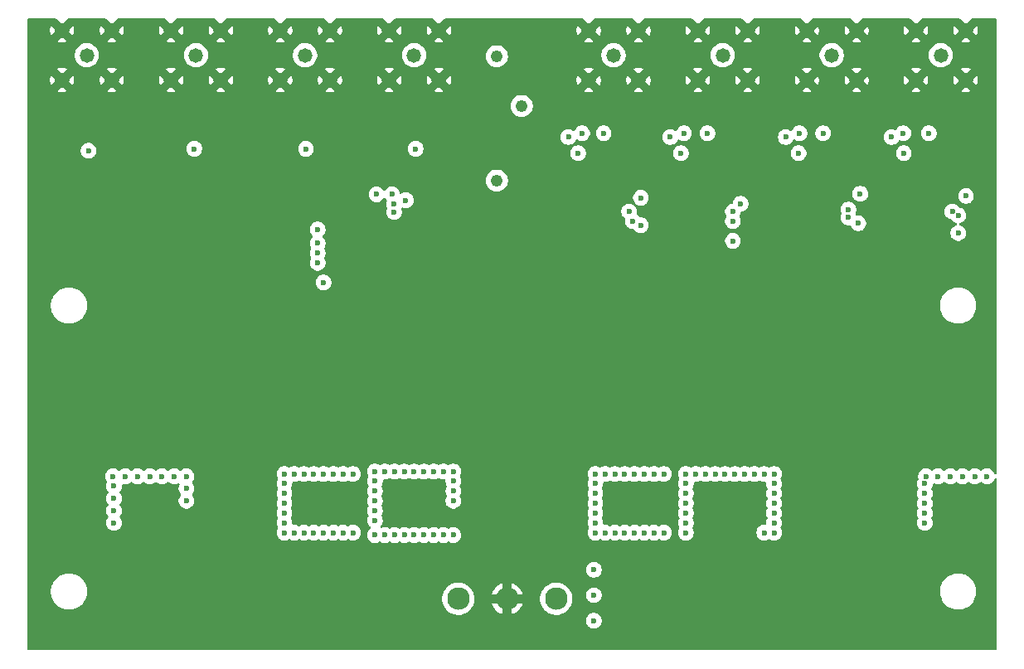
<source format=gbr>
%TF.GenerationSoftware,KiCad,Pcbnew,9.0.0*%
%TF.CreationDate,2025-03-11T18:07:25+01:00*%
%TF.ProjectId,zdc_fifo_test,7a64635f-6669-4666-9f5f-746573742e6b,rev?*%
%TF.SameCoordinates,Original*%
%TF.FileFunction,Copper,L2,Inr*%
%TF.FilePolarity,Positive*%
%FSLAX46Y46*%
G04 Gerber Fmt 4.6, Leading zero omitted, Abs format (unit mm)*
G04 Created by KiCad (PCBNEW 9.0.0) date 2025-03-11 18:07:25*
%MOMM*%
%LPD*%
G01*
G04 APERTURE LIST*
%TA.AperFunction,ComponentPad*%
%ADD10C,1.473200*%
%TD*%
%TA.AperFunction,ComponentPad*%
%ADD11C,2.300000*%
%TD*%
%TA.AperFunction,ComponentPad*%
%ADD12C,1.240000*%
%TD*%
%TA.AperFunction,ViaPad*%
%ADD13C,0.600000*%
%TD*%
G04 APERTURE END LIST*
D10*
%TO.N,Net-(J1-Pad1)*%
%TO.C,J1*%
X159830960Y-110250000D03*
%TO.N,GND*%
X157290960Y-107710000D03*
X157290960Y-112790000D03*
X162370960Y-112790000D03*
X162370960Y-107710000D03*
%TD*%
%TO.N,Net-(J2-Pad1)*%
%TO.C,J2*%
X170970640Y-110250000D03*
%TO.N,GND*%
X168430640Y-107710000D03*
X168430640Y-112790000D03*
X173510640Y-112790000D03*
X173510640Y-107710000D03*
%TD*%
D11*
%TO.N,+12V_NIM*%
%TO.C,U1*%
X207750000Y-165750000D03*
%TO.N,GND*%
X202750000Y-165750000D03*
%TO.N,-12V_NIM*%
X197750000Y-165750000D03*
%TD*%
D10*
%TO.N,Net-(J6-Pad1)*%
%TO.C,J6*%
X224750000Y-110250000D03*
%TO.N,GND*%
X222210000Y-107710000D03*
X222210000Y-112790000D03*
X227290000Y-112790000D03*
X227290000Y-107710000D03*
%TD*%
D12*
%TO.N,-5V_stg2*%
%TO.C,VR2*%
X201708620Y-123038500D03*
%TO.N,Net-(VR2-WIPER)*%
X204248620Y-115418500D03*
%TO.N,+5V_stg2*%
X201708620Y-110338500D03*
%TD*%
D10*
%TO.N,Net-(J7-Pad1)*%
%TO.C,J7*%
X235889680Y-110250000D03*
%TO.N,GND*%
X233349680Y-107710000D03*
X233349680Y-112790000D03*
X238429680Y-112790000D03*
X238429680Y-107710000D03*
%TD*%
%TO.N,Net-(J4-Pad1)*%
%TO.C,J4*%
X193250000Y-110250000D03*
%TO.N,GND*%
X190710000Y-107710000D03*
X190710000Y-112790000D03*
X195790000Y-112790000D03*
X195790000Y-107710000D03*
%TD*%
%TO.N,Net-(J5-Pad1)*%
%TO.C,J5*%
X213610320Y-110250000D03*
%TO.N,GND*%
X211070320Y-107710000D03*
X211070320Y-112790000D03*
X216150320Y-112790000D03*
X216150320Y-107710000D03*
%TD*%
%TO.N,Net-(J3-Pad1)*%
%TO.C,J3*%
X182110320Y-110250000D03*
%TO.N,GND*%
X179570320Y-107710000D03*
X179570320Y-112790000D03*
X184650320Y-112790000D03*
X184650320Y-107710000D03*
%TD*%
%TO.N,Net-(J8-Pad1)*%
%TO.C,J8*%
X247029360Y-110250000D03*
%TO.N,GND*%
X244489360Y-107710000D03*
X244489360Y-112790000D03*
X249569360Y-112790000D03*
X249569360Y-107710000D03*
%TD*%
D13*
%TO.N,+12V_NIM*%
X211600000Y-168000000D03*
X211600000Y-165390000D03*
X211600000Y-162800000D03*
%TO.N,GND*%
X215600000Y-167980000D03*
X215600000Y-165390000D03*
X215600000Y-162800000D03*
X190200000Y-167980000D03*
X190200000Y-165590000D03*
X190200000Y-163200000D03*
X199000000Y-150600000D03*
X196200000Y-147000000D03*
X203200000Y-144600000D03*
X221400000Y-143800000D03*
X218800000Y-126600000D03*
X220200000Y-142600000D03*
X210200000Y-150800000D03*
X180200000Y-144600000D03*
X173600000Y-115600000D03*
X220200000Y-143800000D03*
X222600000Y-146800000D03*
X185800000Y-131450000D03*
X220200000Y-146800000D03*
X207600000Y-141200000D03*
X202000000Y-147000000D03*
X191000000Y-142600000D03*
X222600000Y-142600000D03*
X211800000Y-150800000D03*
X207600000Y-149600000D03*
X192200000Y-142600000D03*
X207600000Y-143600000D03*
X209000000Y-148400000D03*
X199000000Y-148200000D03*
X185800000Y-130450000D03*
X223800000Y-146800000D03*
X214850000Y-154200000D03*
X229200000Y-143400000D03*
X234650000Y-146000000D03*
X221400000Y-116400000D03*
X202000000Y-148200000D03*
X192200000Y-148400000D03*
X202000000Y-144600000D03*
X203200000Y-150600000D03*
X218200000Y-125400000D03*
X199000000Y-145800000D03*
X231200000Y-115200000D03*
X200200000Y-144600000D03*
X189800000Y-148400000D03*
X194750000Y-156000000D03*
X202000000Y-149400000D03*
X223800000Y-143800000D03*
X211000000Y-116400000D03*
X207600000Y-144800000D03*
X209000000Y-115400000D03*
X221400000Y-145600000D03*
X181400000Y-149400000D03*
X206400000Y-147200000D03*
X229000000Y-122000000D03*
X210200000Y-148400000D03*
X203200000Y-143400000D03*
X211800000Y-146000000D03*
X176000000Y-124400000D03*
X219000000Y-145600000D03*
X234200000Y-116400000D03*
X206400000Y-143600000D03*
X211800000Y-144800000D03*
X192200000Y-143800000D03*
X203200000Y-145800000D03*
X228000000Y-144600000D03*
X250270000Y-154750000D03*
X240200000Y-153400000D03*
X197400000Y-145800000D03*
X206400000Y-149600000D03*
X192400000Y-121650000D03*
X219000000Y-142600000D03*
X228000000Y-149400000D03*
X211800000Y-141200000D03*
X235037500Y-144150000D03*
X196200000Y-144600000D03*
X228000000Y-147000000D03*
X209000000Y-149600000D03*
X209000000Y-144800000D03*
X213000000Y-150800000D03*
X157400000Y-157000000D03*
X199000000Y-147000000D03*
X227800000Y-157500000D03*
X210200000Y-149600000D03*
X189800000Y-142600000D03*
X187400000Y-148400000D03*
X223800000Y-145600000D03*
X222600000Y-148400000D03*
X180200000Y-150600000D03*
X229200000Y-150600000D03*
X186200000Y-143800000D03*
X185000000Y-143800000D03*
X216600000Y-146800000D03*
X181400000Y-145800000D03*
X180200000Y-147000000D03*
X196200000Y-141000000D03*
X219000000Y-148400000D03*
X200200000Y-149400000D03*
X162600000Y-115600000D03*
X158600000Y-158400000D03*
X217800000Y-146800000D03*
X196200000Y-150600000D03*
X240200000Y-155800000D03*
X167895000Y-154750000D03*
X188600000Y-146800000D03*
X200200000Y-142200000D03*
X216600000Y-148400000D03*
X200200000Y-143400000D03*
X196200000Y-145800000D03*
X252000000Y-157250000D03*
X206400000Y-148400000D03*
X219000000Y-146800000D03*
X210200000Y-141200000D03*
X228200000Y-127200000D03*
X188600000Y-143800000D03*
X203200000Y-147000000D03*
X229200000Y-148200000D03*
X213000000Y-147200000D03*
X221400000Y-142600000D03*
X212000000Y-116400000D03*
X188600000Y-145600000D03*
X210200000Y-144800000D03*
X187400000Y-142600000D03*
X185600000Y-133450000D03*
X207600000Y-148400000D03*
X229200000Y-145800000D03*
X197400000Y-148200000D03*
X197400000Y-142200000D03*
X241000000Y-122000000D03*
X217800000Y-145600000D03*
X210200000Y-146000000D03*
X186200000Y-146800000D03*
X197400000Y-149400000D03*
X211800000Y-147200000D03*
X158600000Y-153400000D03*
X213000000Y-144800000D03*
X199000000Y-141000000D03*
X209000000Y-142400000D03*
X242000000Y-127400000D03*
X206400000Y-144800000D03*
X202000000Y-150600000D03*
X199000000Y-142200000D03*
X197400000Y-143400000D03*
X180200000Y-145800000D03*
X229200000Y-141000000D03*
X180200000Y-148200000D03*
X203200000Y-149400000D03*
X169250000Y-157250000D03*
X199000000Y-143400000D03*
X181400000Y-142200000D03*
X229200000Y-147000000D03*
X211800000Y-149600000D03*
X228000000Y-141000000D03*
X188600000Y-148400000D03*
X200200000Y-147000000D03*
X216600000Y-145600000D03*
X222600000Y-145600000D03*
X185000000Y-146800000D03*
X182950000Y-154400000D03*
X245000000Y-116400000D03*
X196200000Y-148200000D03*
X213000000Y-148400000D03*
X209000000Y-147200000D03*
X190130000Y-122700000D03*
X189800000Y-146800000D03*
X217800000Y-142600000D03*
X229200000Y-149400000D03*
X210200000Y-147200000D03*
X186200000Y-148400000D03*
X202000000Y-141000000D03*
X185000000Y-145600000D03*
X203200000Y-142200000D03*
X189800000Y-143800000D03*
X211800000Y-148400000D03*
X192200000Y-146800000D03*
X226270000Y-155000000D03*
X209000000Y-150800000D03*
X181400000Y-147000000D03*
X180200000Y-143400000D03*
X220200000Y-145600000D03*
X157400000Y-158400000D03*
X202000000Y-143400000D03*
X159800000Y-153400000D03*
X187400000Y-143800000D03*
X233200000Y-116400000D03*
X206400000Y-141200000D03*
X241400000Y-153400000D03*
X223800000Y-142600000D03*
X228200000Y-128400000D03*
X180200000Y-141000000D03*
X186200000Y-142600000D03*
X197400000Y-147000000D03*
X219000000Y-143800000D03*
X180200000Y-149400000D03*
X170283750Y-143250000D03*
X191000000Y-148400000D03*
X189800000Y-145600000D03*
X218600000Y-122000000D03*
X222600000Y-143800000D03*
X200200000Y-148200000D03*
X211800000Y-143600000D03*
X180200000Y-142200000D03*
X216600000Y-143800000D03*
X206400000Y-146000000D03*
X217800000Y-143800000D03*
X219400000Y-115400000D03*
X240600000Y-126200000D03*
X200200000Y-145800000D03*
X197400000Y-141000000D03*
X228000000Y-143400000D03*
X228000000Y-150600000D03*
X199000000Y-144600000D03*
X182000000Y-155600000D03*
X191600000Y-129850000D03*
X191000000Y-145600000D03*
X196200000Y-143400000D03*
X206400000Y-150800000D03*
X250270000Y-155750000D03*
X200200000Y-141000000D03*
X235912500Y-143000000D03*
X213000000Y-146000000D03*
X220200000Y-148400000D03*
X196200000Y-142200000D03*
X191000000Y-146800000D03*
X221400000Y-146800000D03*
X216600000Y-142600000D03*
X240200000Y-158400000D03*
X157400000Y-154600000D03*
X196250000Y-157500000D03*
X251400000Y-125400000D03*
X196200000Y-115600000D03*
X251400000Y-127600000D03*
X211800000Y-142400000D03*
X202000000Y-142200000D03*
X213250000Y-157400000D03*
X185000000Y-148400000D03*
X203200000Y-141000000D03*
X194750000Y-155000000D03*
X223800000Y-148400000D03*
X217800000Y-148400000D03*
X196200000Y-149400000D03*
X209000000Y-143600000D03*
X181512500Y-157400000D03*
X171783750Y-146400000D03*
X210200000Y-143600000D03*
X197400000Y-144600000D03*
X181400000Y-144600000D03*
X228000000Y-142200000D03*
X200200000Y-150600000D03*
X187400000Y-146800000D03*
X213000000Y-149600000D03*
X242600000Y-153400000D03*
X181400000Y-148200000D03*
X191200000Y-122050000D03*
X229200000Y-144600000D03*
X252000000Y-121800000D03*
X199000000Y-149400000D03*
X222400000Y-116400000D03*
X185000000Y-142600000D03*
X221400000Y-148400000D03*
X228200000Y-126200000D03*
X181400000Y-150600000D03*
X171312500Y-144600000D03*
X241400000Y-158400000D03*
X217600000Y-126400000D03*
X181400000Y-143400000D03*
X202000000Y-145800000D03*
X213600000Y-155400000D03*
X186200000Y-145600000D03*
X213000000Y-143600000D03*
X167895000Y-155750000D03*
X209000000Y-146000000D03*
X206400000Y-142400000D03*
X207600000Y-150800000D03*
X188600000Y-142600000D03*
X207600000Y-142400000D03*
X210200000Y-142400000D03*
X203200000Y-148200000D03*
X226270000Y-156000000D03*
X197400000Y-150600000D03*
X251200000Y-126400000D03*
X240200000Y-157000000D03*
X209000000Y-141200000D03*
X244000000Y-116400000D03*
X228000000Y-148200000D03*
X240400000Y-125200000D03*
X187400000Y-145600000D03*
X184800000Y-115600000D03*
X181400000Y-141000000D03*
X240200000Y-154600000D03*
X157400000Y-155800000D03*
X207600000Y-146000000D03*
X213000000Y-142400000D03*
X213000000Y-141200000D03*
X228000000Y-145800000D03*
X242000000Y-115200000D03*
X229200000Y-142200000D03*
X157400000Y-153400000D03*
X192200000Y-145600000D03*
X191000000Y-143800000D03*
X207600000Y-147200000D03*
%TO.N,+12V_NIM*%
X217750000Y-159000000D03*
X213750000Y-153000000D03*
X181000000Y-153000000D03*
X216750000Y-153000000D03*
X218750000Y-159000000D03*
X211750000Y-153000000D03*
X180000000Y-158000000D03*
X211750000Y-158000000D03*
X181000000Y-159000000D03*
X214750000Y-159000000D03*
X180000000Y-155000000D03*
X216750000Y-159000000D03*
X183000000Y-159000000D03*
X211750000Y-154000000D03*
X184000000Y-153000000D03*
X180000000Y-157000000D03*
X185000000Y-153000000D03*
X183000000Y-153000000D03*
X215750000Y-159000000D03*
X186000000Y-153000000D03*
X182000000Y-153000000D03*
X185000000Y-159000000D03*
X180000000Y-154000000D03*
X180000000Y-153000000D03*
X214750000Y-153000000D03*
X212750000Y-153000000D03*
X211750000Y-157000000D03*
X213750000Y-159000000D03*
X218750000Y-153000000D03*
X182000000Y-159000000D03*
X215750000Y-153000000D03*
X217750000Y-153000000D03*
X180000000Y-159000000D03*
X187000000Y-159000000D03*
X184000000Y-159000000D03*
X211750000Y-159000000D03*
X186000000Y-159000000D03*
X212750000Y-159000000D03*
X180000000Y-156000000D03*
X187000000Y-153000000D03*
X211750000Y-155000000D03*
X211750000Y-156000000D03*
%TO.N,-5V_stg1*%
X163750000Y-153250000D03*
X165000000Y-153250000D03*
X162600000Y-158000000D03*
X170000000Y-153250000D03*
X162600000Y-154250000D03*
X184000000Y-133450000D03*
X170000000Y-154500000D03*
X183400000Y-131450000D03*
X183400000Y-129450000D03*
X162600000Y-155500000D03*
X162600000Y-156750000D03*
X170000000Y-155750000D03*
X162500000Y-153250000D03*
X166250000Y-153250000D03*
X167500000Y-153250000D03*
X183400000Y-130450000D03*
X168750000Y-153250000D03*
%TO.N,+5V_stg1*%
X190250000Y-152750000D03*
X192250000Y-152750000D03*
X191200000Y-125450000D03*
X195250000Y-152750000D03*
X189250000Y-155750000D03*
X197250000Y-153750000D03*
X189400000Y-124450000D03*
X194250000Y-152750000D03*
X189250000Y-153750000D03*
X191000000Y-124450000D03*
X191200000Y-126250000D03*
X196250000Y-152750000D03*
X196250000Y-159250000D03*
X192250000Y-159250000D03*
X197250000Y-152750000D03*
X189250000Y-156750000D03*
X189250000Y-157750000D03*
X193250000Y-159250000D03*
X191250000Y-152750000D03*
X192400000Y-125050000D03*
X193250000Y-152750000D03*
X194250000Y-159250000D03*
X189250000Y-152750000D03*
X190250000Y-159250000D03*
X197250000Y-159250000D03*
X191250000Y-159250000D03*
X189250000Y-159250000D03*
X197250000Y-154750000D03*
X197250000Y-155750000D03*
X189250000Y-154750000D03*
X195250000Y-159250000D03*
%TO.N,+5V_stg2*%
X229000000Y-153000000D03*
X223200000Y-118200000D03*
X226000000Y-153000000D03*
X230000000Y-157000000D03*
X212600000Y-118200000D03*
X221000000Y-156000000D03*
X221000000Y-153000000D03*
X230000000Y-154000000D03*
X210400000Y-118200000D03*
X221000000Y-158000000D03*
X222000000Y-153000000D03*
X242000000Y-118600000D03*
X232600000Y-118200000D03*
X221000000Y-154000000D03*
X223000000Y-153000000D03*
X243200000Y-118200000D03*
X245800000Y-118200000D03*
X227000000Y-153000000D03*
X230000000Y-155000000D03*
X230000000Y-153000000D03*
X231200000Y-118600000D03*
X230000000Y-158000000D03*
X228000000Y-153000000D03*
X220800000Y-118200000D03*
X235000000Y-118200000D03*
X230000000Y-156000000D03*
X221000000Y-159000000D03*
X219400000Y-118600000D03*
X221000000Y-157000000D03*
X229000000Y-159000000D03*
X224000000Y-153000000D03*
X230000000Y-159000000D03*
X209000000Y-118600000D03*
X225000000Y-153000000D03*
X221000000Y-155000000D03*
%TO.N,-5V_stg2*%
X250500000Y-153250000D03*
X225800000Y-126200000D03*
X225800000Y-127200000D03*
X248000000Y-153250000D03*
X216400000Y-127600000D03*
X226600000Y-125400000D03*
X245400000Y-156000000D03*
X225800000Y-129200000D03*
X249600000Y-124600000D03*
X248200000Y-126200000D03*
X245400000Y-155000000D03*
X245400000Y-158000000D03*
X246750000Y-153250000D03*
X245500000Y-153250000D03*
X237600000Y-126800000D03*
X216400000Y-124800000D03*
X245400000Y-157000000D03*
X238800000Y-124400000D03*
X248800000Y-126600000D03*
X248800000Y-128400000D03*
X238600000Y-127400000D03*
X215600000Y-127200000D03*
X245400000Y-154000000D03*
X215200000Y-126200000D03*
X237600000Y-126000000D03*
X249250000Y-153250000D03*
X251750000Y-153250000D03*
%TO.N,Net-(IC1-NONINVERTING_INPUT)*%
X193400000Y-119800000D03*
X183400000Y-128035000D03*
X182200000Y-119800000D03*
X170800000Y-119800000D03*
X160000000Y-120000000D03*
%TO.N,Net-(VR2-WIPER)*%
X243250000Y-120250000D03*
X210000000Y-120250000D03*
X232500000Y-120250000D03*
X220500000Y-120250000D03*
%TD*%
%TA.AperFunction,Conductor*%
%TO.N,GND*%
G36*
X156733532Y-106520185D02*
G01*
X156754174Y-106536819D01*
X157290960Y-107073604D01*
X157290961Y-107073604D01*
X157827744Y-106536819D01*
X157889067Y-106503334D01*
X157915425Y-106500500D01*
X161746493Y-106500500D01*
X161813532Y-106520185D01*
X161834174Y-106536819D01*
X162370960Y-107073604D01*
X162370961Y-107073604D01*
X162907744Y-106536819D01*
X162969067Y-106503334D01*
X162995425Y-106500500D01*
X167806173Y-106500500D01*
X167873212Y-106520185D01*
X167893854Y-106536819D01*
X168430640Y-107073604D01*
X168430641Y-107073604D01*
X168967424Y-106536819D01*
X169028747Y-106503334D01*
X169055105Y-106500500D01*
X172886173Y-106500500D01*
X172953212Y-106520185D01*
X172973854Y-106536819D01*
X173510640Y-107073604D01*
X173510641Y-107073604D01*
X174047424Y-106536819D01*
X174108747Y-106503334D01*
X174135105Y-106500500D01*
X178945853Y-106500500D01*
X179012892Y-106520185D01*
X179033534Y-106536819D01*
X179570320Y-107073604D01*
X179570321Y-107073604D01*
X180107104Y-106536819D01*
X180168427Y-106503334D01*
X180194785Y-106500500D01*
X184025853Y-106500500D01*
X184092892Y-106520185D01*
X184113534Y-106536819D01*
X184650320Y-107073604D01*
X184650321Y-107073604D01*
X185187104Y-106536819D01*
X185248427Y-106503334D01*
X185274785Y-106500500D01*
X190085533Y-106500500D01*
X190152572Y-106520185D01*
X190173214Y-106536819D01*
X190710000Y-107073604D01*
X190710001Y-107073604D01*
X191246784Y-106536819D01*
X191308107Y-106503334D01*
X191334465Y-106500500D01*
X195165533Y-106500500D01*
X195232572Y-106520185D01*
X195253214Y-106536819D01*
X195790000Y-107073604D01*
X195790001Y-107073604D01*
X196326784Y-106536819D01*
X196388107Y-106503334D01*
X196414465Y-106500500D01*
X210445853Y-106500500D01*
X210512892Y-106520185D01*
X210533534Y-106536819D01*
X211070320Y-107073604D01*
X211070321Y-107073604D01*
X211607104Y-106536819D01*
X211668427Y-106503334D01*
X211694785Y-106500500D01*
X215525853Y-106500500D01*
X215592892Y-106520185D01*
X215613534Y-106536819D01*
X216150320Y-107073604D01*
X216150321Y-107073604D01*
X216687104Y-106536819D01*
X216748427Y-106503334D01*
X216774785Y-106500500D01*
X221585533Y-106500500D01*
X221652572Y-106520185D01*
X221673214Y-106536819D01*
X222210000Y-107073604D01*
X222210001Y-107073604D01*
X222746784Y-106536819D01*
X222808107Y-106503334D01*
X222834465Y-106500500D01*
X226665533Y-106500500D01*
X226732572Y-106520185D01*
X226753214Y-106536819D01*
X227290000Y-107073604D01*
X227290001Y-107073604D01*
X227826784Y-106536819D01*
X227888107Y-106503334D01*
X227914465Y-106500500D01*
X232725213Y-106500500D01*
X232792252Y-106520185D01*
X232812894Y-106536819D01*
X233349680Y-107073604D01*
X233349681Y-107073604D01*
X233886464Y-106536819D01*
X233947787Y-106503334D01*
X233974145Y-106500500D01*
X237805213Y-106500500D01*
X237872252Y-106520185D01*
X237892894Y-106536819D01*
X238429680Y-107073604D01*
X238429681Y-107073604D01*
X238966464Y-106536819D01*
X239027787Y-106503334D01*
X239054145Y-106500500D01*
X243864893Y-106500500D01*
X243931932Y-106520185D01*
X243952574Y-106536819D01*
X244489360Y-107073604D01*
X244489361Y-107073604D01*
X245026144Y-106536819D01*
X245087467Y-106503334D01*
X245113825Y-106500500D01*
X248944893Y-106500500D01*
X249011932Y-106520185D01*
X249032574Y-106536819D01*
X249569360Y-107073604D01*
X249569361Y-107073604D01*
X250106144Y-106536819D01*
X250167467Y-106503334D01*
X250193825Y-106500500D01*
X252625500Y-106500500D01*
X252692539Y-106520185D01*
X252738294Y-106572989D01*
X252749500Y-106624500D01*
X252749500Y-152947809D01*
X252729815Y-153014848D01*
X252677011Y-153060603D01*
X252607853Y-153070547D01*
X252544297Y-153041522D01*
X252510939Y-152995261D01*
X252459397Y-152870827D01*
X252459390Y-152870814D01*
X252371789Y-152739711D01*
X252371786Y-152739707D01*
X252260292Y-152628213D01*
X252260288Y-152628210D01*
X252129185Y-152540609D01*
X252129172Y-152540602D01*
X251983501Y-152480264D01*
X251983489Y-152480261D01*
X251828845Y-152449500D01*
X251828842Y-152449500D01*
X251671158Y-152449500D01*
X251671155Y-152449500D01*
X251516510Y-152480261D01*
X251516498Y-152480264D01*
X251370827Y-152540602D01*
X251370814Y-152540609D01*
X251239711Y-152628210D01*
X251239707Y-152628213D01*
X251212681Y-152655240D01*
X251151358Y-152688725D01*
X251081666Y-152683741D01*
X251037319Y-152655240D01*
X251010292Y-152628213D01*
X251010288Y-152628210D01*
X250879185Y-152540609D01*
X250879172Y-152540602D01*
X250733501Y-152480264D01*
X250733489Y-152480261D01*
X250578845Y-152449500D01*
X250578842Y-152449500D01*
X250421158Y-152449500D01*
X250421155Y-152449500D01*
X250266510Y-152480261D01*
X250266498Y-152480264D01*
X250120827Y-152540602D01*
X250120814Y-152540609D01*
X249989711Y-152628210D01*
X249989707Y-152628213D01*
X249962681Y-152655240D01*
X249901358Y-152688725D01*
X249831666Y-152683741D01*
X249787319Y-152655240D01*
X249760292Y-152628213D01*
X249760288Y-152628210D01*
X249629185Y-152540609D01*
X249629172Y-152540602D01*
X249483501Y-152480264D01*
X249483489Y-152480261D01*
X249328845Y-152449500D01*
X249328842Y-152449500D01*
X249171158Y-152449500D01*
X249171155Y-152449500D01*
X249016510Y-152480261D01*
X249016498Y-152480264D01*
X248870827Y-152540602D01*
X248870814Y-152540609D01*
X248739711Y-152628210D01*
X248739707Y-152628213D01*
X248712681Y-152655240D01*
X248651358Y-152688725D01*
X248581666Y-152683741D01*
X248537319Y-152655240D01*
X248510292Y-152628213D01*
X248510288Y-152628210D01*
X248379185Y-152540609D01*
X248379172Y-152540602D01*
X248233501Y-152480264D01*
X248233489Y-152480261D01*
X248078845Y-152449500D01*
X248078842Y-152449500D01*
X247921158Y-152449500D01*
X247921155Y-152449500D01*
X247766510Y-152480261D01*
X247766498Y-152480264D01*
X247620827Y-152540602D01*
X247620814Y-152540609D01*
X247489711Y-152628210D01*
X247489707Y-152628213D01*
X247462681Y-152655240D01*
X247401358Y-152688725D01*
X247331666Y-152683741D01*
X247287319Y-152655240D01*
X247260292Y-152628213D01*
X247260288Y-152628210D01*
X247129185Y-152540609D01*
X247129172Y-152540602D01*
X246983501Y-152480264D01*
X246983489Y-152480261D01*
X246828845Y-152449500D01*
X246828842Y-152449500D01*
X246671158Y-152449500D01*
X246671155Y-152449500D01*
X246516510Y-152480261D01*
X246516498Y-152480264D01*
X246370827Y-152540602D01*
X246370814Y-152540609D01*
X246239711Y-152628210D01*
X246239707Y-152628213D01*
X246212681Y-152655240D01*
X246151358Y-152688725D01*
X246081666Y-152683741D01*
X246037319Y-152655240D01*
X246010292Y-152628213D01*
X246010288Y-152628210D01*
X245879185Y-152540609D01*
X245879172Y-152540602D01*
X245733501Y-152480264D01*
X245733489Y-152480261D01*
X245578845Y-152449500D01*
X245578842Y-152449500D01*
X245421158Y-152449500D01*
X245421155Y-152449500D01*
X245266510Y-152480261D01*
X245266498Y-152480264D01*
X245120827Y-152540602D01*
X245120814Y-152540609D01*
X244989711Y-152628210D01*
X244989707Y-152628213D01*
X244878213Y-152739707D01*
X244878210Y-152739711D01*
X244790609Y-152870814D01*
X244790602Y-152870827D01*
X244730264Y-153016498D01*
X244730261Y-153016510D01*
X244699500Y-153171153D01*
X244699500Y-153328846D01*
X244731451Y-153489472D01*
X244729584Y-153489843D01*
X244730129Y-153550869D01*
X244713949Y-153585885D01*
X244690607Y-153620819D01*
X244690602Y-153620828D01*
X244630264Y-153766498D01*
X244630261Y-153766510D01*
X244599500Y-153921153D01*
X244599500Y-154078846D01*
X244630261Y-154233489D01*
X244630264Y-154233501D01*
X244690602Y-154379172D01*
X244690609Y-154379185D01*
X244725304Y-154431109D01*
X244746182Y-154497786D01*
X244727698Y-154565167D01*
X244725304Y-154568891D01*
X244690609Y-154620814D01*
X244690602Y-154620827D01*
X244630264Y-154766498D01*
X244630261Y-154766510D01*
X244599500Y-154921153D01*
X244599500Y-155078846D01*
X244630261Y-155233489D01*
X244630264Y-155233501D01*
X244690602Y-155379172D01*
X244690609Y-155379185D01*
X244725304Y-155431109D01*
X244746182Y-155497786D01*
X244727698Y-155565167D01*
X244725304Y-155568891D01*
X244690609Y-155620814D01*
X244690602Y-155620827D01*
X244630264Y-155766498D01*
X244630261Y-155766510D01*
X244599500Y-155921153D01*
X244599500Y-156078846D01*
X244630261Y-156233489D01*
X244630264Y-156233501D01*
X244690602Y-156379172D01*
X244690609Y-156379185D01*
X244725304Y-156431109D01*
X244746182Y-156497786D01*
X244727698Y-156565167D01*
X244725304Y-156568891D01*
X244690609Y-156620814D01*
X244690602Y-156620827D01*
X244630264Y-156766498D01*
X244630261Y-156766510D01*
X244599500Y-156921153D01*
X244599500Y-157078846D01*
X244630261Y-157233489D01*
X244630264Y-157233501D01*
X244690602Y-157379172D01*
X244690609Y-157379185D01*
X244725304Y-157431109D01*
X244746182Y-157497786D01*
X244727698Y-157565167D01*
X244725304Y-157568891D01*
X244690609Y-157620814D01*
X244690602Y-157620827D01*
X244630264Y-157766498D01*
X244630261Y-157766510D01*
X244599500Y-157921153D01*
X244599500Y-158078846D01*
X244630261Y-158233489D01*
X244630264Y-158233501D01*
X244690602Y-158379172D01*
X244690609Y-158379185D01*
X244778210Y-158510288D01*
X244778213Y-158510292D01*
X244889707Y-158621786D01*
X244889711Y-158621789D01*
X245020814Y-158709390D01*
X245020827Y-158709397D01*
X245094013Y-158739711D01*
X245166503Y-158769737D01*
X245321153Y-158800499D01*
X245321156Y-158800500D01*
X245321158Y-158800500D01*
X245478844Y-158800500D01*
X245478845Y-158800499D01*
X245633497Y-158769737D01*
X245779179Y-158709394D01*
X245910289Y-158621789D01*
X246021789Y-158510289D01*
X246109394Y-158379179D01*
X246169737Y-158233497D01*
X246200500Y-158078842D01*
X246200500Y-157921158D01*
X246200500Y-157921155D01*
X246200499Y-157921153D01*
X246169738Y-157766510D01*
X246169737Y-157766503D01*
X246130242Y-157671153D01*
X246109396Y-157620825D01*
X246109394Y-157620822D01*
X246109394Y-157620821D01*
X246074694Y-157568889D01*
X246053816Y-157502215D01*
X246072300Y-157434835D01*
X246074676Y-157431136D01*
X246109394Y-157379179D01*
X246169737Y-157233497D01*
X246200500Y-157078842D01*
X246200500Y-156921158D01*
X246200500Y-156921155D01*
X246200499Y-156921153D01*
X246169738Y-156766510D01*
X246169737Y-156766503D01*
X246130242Y-156671153D01*
X246109396Y-156620825D01*
X246109394Y-156620822D01*
X246109394Y-156620821D01*
X246074694Y-156568889D01*
X246053816Y-156502215D01*
X246072300Y-156434835D01*
X246074676Y-156431136D01*
X246109394Y-156379179D01*
X246169737Y-156233497D01*
X246200500Y-156078842D01*
X246200500Y-155921158D01*
X246200500Y-155921155D01*
X246200499Y-155921153D01*
X246169738Y-155766510D01*
X246169737Y-155766503D01*
X246130242Y-155671153D01*
X246109396Y-155620825D01*
X246109394Y-155620822D01*
X246109394Y-155620821D01*
X246074694Y-155568889D01*
X246053816Y-155502215D01*
X246072300Y-155434835D01*
X246074676Y-155431136D01*
X246109394Y-155379179D01*
X246169737Y-155233497D01*
X246200500Y-155078842D01*
X246200500Y-154921158D01*
X246200500Y-154921155D01*
X246200499Y-154921153D01*
X246199938Y-154918334D01*
X246169737Y-154766503D01*
X246130242Y-154671153D01*
X246109396Y-154620825D01*
X246109394Y-154620822D01*
X246109394Y-154620821D01*
X246074694Y-154568889D01*
X246053816Y-154502215D01*
X246072300Y-154434835D01*
X246074676Y-154431136D01*
X246109394Y-154379179D01*
X246169737Y-154233497D01*
X246200500Y-154078842D01*
X246200500Y-154074424D01*
X246220185Y-154007385D01*
X246272989Y-153961630D01*
X246342147Y-153951686D01*
X246371952Y-153959863D01*
X246444013Y-153989711D01*
X246516503Y-154019737D01*
X246652155Y-154046720D01*
X246671153Y-154050499D01*
X246671156Y-154050500D01*
X246671158Y-154050500D01*
X246828844Y-154050500D01*
X246828845Y-154050499D01*
X246983497Y-154019737D01*
X247096166Y-153973067D01*
X247129172Y-153959397D01*
X247129172Y-153959396D01*
X247129179Y-153959394D01*
X247260289Y-153871789D01*
X247261257Y-153870821D01*
X247287319Y-153844760D01*
X247348642Y-153811275D01*
X247418334Y-153816259D01*
X247462681Y-153844760D01*
X247489707Y-153871786D01*
X247489711Y-153871789D01*
X247620814Y-153959390D01*
X247620827Y-153959397D01*
X247694013Y-153989711D01*
X247766503Y-154019737D01*
X247902155Y-154046720D01*
X247921153Y-154050499D01*
X247921156Y-154050500D01*
X247921158Y-154050500D01*
X248078844Y-154050500D01*
X248078845Y-154050499D01*
X248233497Y-154019737D01*
X248346166Y-153973067D01*
X248379172Y-153959397D01*
X248379172Y-153959396D01*
X248379179Y-153959394D01*
X248510289Y-153871789D01*
X248511257Y-153870821D01*
X248537319Y-153844760D01*
X248598642Y-153811275D01*
X248668334Y-153816259D01*
X248712681Y-153844760D01*
X248739707Y-153871786D01*
X248739711Y-153871789D01*
X248870814Y-153959390D01*
X248870827Y-153959397D01*
X248944013Y-153989711D01*
X249016503Y-154019737D01*
X249152155Y-154046720D01*
X249171153Y-154050499D01*
X249171156Y-154050500D01*
X249171158Y-154050500D01*
X249328844Y-154050500D01*
X249328845Y-154050499D01*
X249483497Y-154019737D01*
X249596166Y-153973067D01*
X249629172Y-153959397D01*
X249629172Y-153959396D01*
X249629179Y-153959394D01*
X249760289Y-153871789D01*
X249761257Y-153870821D01*
X249787319Y-153844760D01*
X249848642Y-153811275D01*
X249918334Y-153816259D01*
X249962681Y-153844760D01*
X249989707Y-153871786D01*
X249989711Y-153871789D01*
X250120814Y-153959390D01*
X250120827Y-153959397D01*
X250194013Y-153989711D01*
X250266503Y-154019737D01*
X250402155Y-154046720D01*
X250421153Y-154050499D01*
X250421156Y-154050500D01*
X250421158Y-154050500D01*
X250578844Y-154050500D01*
X250578845Y-154050499D01*
X250733497Y-154019737D01*
X250846166Y-153973067D01*
X250879172Y-153959397D01*
X250879172Y-153959396D01*
X250879179Y-153959394D01*
X251010289Y-153871789D01*
X251011257Y-153870821D01*
X251037319Y-153844760D01*
X251098642Y-153811275D01*
X251168334Y-153816259D01*
X251212681Y-153844760D01*
X251239707Y-153871786D01*
X251239711Y-153871789D01*
X251370814Y-153959390D01*
X251370827Y-153959397D01*
X251444013Y-153989711D01*
X251516503Y-154019737D01*
X251652155Y-154046720D01*
X251671153Y-154050499D01*
X251671156Y-154050500D01*
X251671158Y-154050500D01*
X251828844Y-154050500D01*
X251828845Y-154050499D01*
X251983497Y-154019737D01*
X252096166Y-153973067D01*
X252129172Y-153959397D01*
X252129172Y-153959396D01*
X252129179Y-153959394D01*
X252260289Y-153871789D01*
X252371789Y-153760289D01*
X252459394Y-153629179D01*
X252462853Y-153620828D01*
X252510939Y-153504738D01*
X252554779Y-153450334D01*
X252621074Y-153428269D01*
X252688773Y-153445548D01*
X252736384Y-153496685D01*
X252749500Y-153552190D01*
X252749500Y-170875500D01*
X252729815Y-170942539D01*
X252677011Y-170988294D01*
X252625500Y-170999500D01*
X153874500Y-170999500D01*
X153807461Y-170979815D01*
X153761706Y-170927011D01*
X153750500Y-170875500D01*
X153750500Y-167921153D01*
X210799500Y-167921153D01*
X210799500Y-168078846D01*
X210830261Y-168233489D01*
X210830264Y-168233501D01*
X210890602Y-168379172D01*
X210890609Y-168379185D01*
X210978210Y-168510288D01*
X210978213Y-168510292D01*
X211089707Y-168621786D01*
X211089711Y-168621789D01*
X211220814Y-168709390D01*
X211220827Y-168709397D01*
X211366498Y-168769735D01*
X211366503Y-168769737D01*
X211521153Y-168800499D01*
X211521156Y-168800500D01*
X211521158Y-168800500D01*
X211678844Y-168800500D01*
X211678845Y-168800499D01*
X211833497Y-168769737D01*
X211979179Y-168709394D01*
X212110289Y-168621789D01*
X212221789Y-168510289D01*
X212309394Y-168379179D01*
X212369737Y-168233497D01*
X212400500Y-168078842D01*
X212400500Y-167921158D01*
X212400500Y-167921155D01*
X212400499Y-167921153D01*
X212369738Y-167766510D01*
X212369737Y-167766503D01*
X212369735Y-167766498D01*
X212309397Y-167620827D01*
X212309390Y-167620814D01*
X212221789Y-167489711D01*
X212221786Y-167489707D01*
X212110292Y-167378213D01*
X212110288Y-167378210D01*
X211979185Y-167290609D01*
X211979172Y-167290602D01*
X211833501Y-167230264D01*
X211833489Y-167230261D01*
X211678845Y-167199500D01*
X211678842Y-167199500D01*
X211521158Y-167199500D01*
X211521155Y-167199500D01*
X211366510Y-167230261D01*
X211366498Y-167230264D01*
X211220827Y-167290602D01*
X211220814Y-167290609D01*
X211089711Y-167378210D01*
X211089707Y-167378213D01*
X210978213Y-167489707D01*
X210978210Y-167489711D01*
X210890609Y-167620814D01*
X210890602Y-167620827D01*
X210830264Y-167766498D01*
X210830261Y-167766510D01*
X210799500Y-167921153D01*
X153750500Y-167921153D01*
X153750500Y-164878711D01*
X156149500Y-164878711D01*
X156149500Y-165121288D01*
X156181161Y-165361785D01*
X156243947Y-165596104D01*
X156315637Y-165769179D01*
X156336776Y-165820212D01*
X156458064Y-166030289D01*
X156458066Y-166030292D01*
X156458067Y-166030293D01*
X156605733Y-166222736D01*
X156605739Y-166222743D01*
X156777256Y-166394260D01*
X156777263Y-166394266D01*
X156877497Y-166471178D01*
X156969711Y-166541936D01*
X157179788Y-166663224D01*
X157403900Y-166756054D01*
X157638211Y-166818838D01*
X157818586Y-166842584D01*
X157878711Y-166850500D01*
X157878712Y-166850500D01*
X158121289Y-166850500D01*
X158169388Y-166844167D01*
X158361789Y-166818838D01*
X158596100Y-166756054D01*
X158820212Y-166663224D01*
X159030289Y-166541936D01*
X159222738Y-166394265D01*
X159394265Y-166222738D01*
X159541936Y-166030289D01*
X159663224Y-165820212D01*
X159746114Y-165620097D01*
X196099500Y-165620097D01*
X196099500Y-165879902D01*
X196140140Y-166136493D01*
X196220422Y-166383576D01*
X196338368Y-166615054D01*
X196486426Y-166818838D01*
X196491069Y-166825229D01*
X196674771Y-167008931D01*
X196884949Y-167161634D01*
X197019642Y-167230264D01*
X197116423Y-167279577D01*
X197116425Y-167279577D01*
X197116428Y-167279579D01*
X197363507Y-167359860D01*
X197479386Y-167378213D01*
X197620098Y-167400500D01*
X197620103Y-167400500D01*
X197879902Y-167400500D01*
X197993298Y-167382539D01*
X198136493Y-167359860D01*
X198383572Y-167279579D01*
X198615051Y-167161634D01*
X198825229Y-167008931D01*
X199008931Y-166825229D01*
X199161634Y-166615051D01*
X199279579Y-166383572D01*
X199359860Y-166136493D01*
X199365736Y-166099394D01*
X199400500Y-165879902D01*
X199400500Y-165620097D01*
X199359860Y-165363506D01*
X199358750Y-165360090D01*
X199358750Y-165360089D01*
X199339225Y-165299999D01*
X201161301Y-165299999D01*
X201161302Y-165300000D01*
X202148663Y-165300000D01*
X202085359Y-165394742D01*
X202028822Y-165531233D01*
X202000000Y-165676131D01*
X202000000Y-165823869D01*
X202028822Y-165968767D01*
X202085359Y-166105258D01*
X202148663Y-166200000D01*
X201161302Y-166200000D01*
X201220883Y-166383377D01*
X201220884Y-166383380D01*
X201338796Y-166614791D01*
X201491445Y-166824896D01*
X201491449Y-166824901D01*
X201675098Y-167008550D01*
X201675103Y-167008554D01*
X201885208Y-167161203D01*
X202116619Y-167279115D01*
X202116622Y-167279116D01*
X202299999Y-167338698D01*
X202300000Y-167338697D01*
X202300000Y-166351336D01*
X202394742Y-166414641D01*
X202531233Y-166471178D01*
X202676131Y-166500000D01*
X202823869Y-166500000D01*
X202968767Y-166471178D01*
X203105258Y-166414641D01*
X203200000Y-166351336D01*
X203200000Y-167338698D01*
X203383377Y-167279116D01*
X203383380Y-167279115D01*
X203614791Y-167161203D01*
X203824896Y-167008554D01*
X203824901Y-167008550D01*
X204008550Y-166824901D01*
X204008554Y-166824896D01*
X204161203Y-166614791D01*
X204279115Y-166383380D01*
X204279116Y-166383377D01*
X204338698Y-166200000D01*
X203351337Y-166200000D01*
X203414641Y-166105258D01*
X203471178Y-165968767D01*
X203500000Y-165823869D01*
X203500000Y-165676131D01*
X203488854Y-165620097D01*
X206099500Y-165620097D01*
X206099500Y-165879902D01*
X206140140Y-166136493D01*
X206220422Y-166383576D01*
X206338368Y-166615054D01*
X206486426Y-166818838D01*
X206491069Y-166825229D01*
X206674771Y-167008931D01*
X206884949Y-167161634D01*
X207019642Y-167230264D01*
X207116423Y-167279577D01*
X207116425Y-167279577D01*
X207116428Y-167279579D01*
X207363507Y-167359860D01*
X207479386Y-167378213D01*
X207620098Y-167400500D01*
X207620103Y-167400500D01*
X207879902Y-167400500D01*
X207993298Y-167382539D01*
X208136493Y-167359860D01*
X208383572Y-167279579D01*
X208615051Y-167161634D01*
X208825229Y-167008931D01*
X209008931Y-166825229D01*
X209161634Y-166615051D01*
X209279579Y-166383572D01*
X209359860Y-166136493D01*
X209397270Y-165900292D01*
X209400500Y-165879902D01*
X209400500Y-165620097D01*
X209359860Y-165363506D01*
X209353322Y-165343385D01*
X209353321Y-165343383D01*
X209342849Y-165311153D01*
X210799500Y-165311153D01*
X210799500Y-165468846D01*
X210830261Y-165623489D01*
X210830264Y-165623501D01*
X210890602Y-165769172D01*
X210890609Y-165769185D01*
X210978210Y-165900288D01*
X210978213Y-165900292D01*
X211089707Y-166011786D01*
X211089711Y-166011789D01*
X211220814Y-166099390D01*
X211220827Y-166099397D01*
X211366498Y-166159735D01*
X211366503Y-166159737D01*
X211521153Y-166190499D01*
X211521156Y-166190500D01*
X211521158Y-166190500D01*
X211678844Y-166190500D01*
X211678845Y-166190499D01*
X211833497Y-166159737D01*
X211979179Y-166099394D01*
X212110289Y-166011789D01*
X212221789Y-165900289D01*
X212309394Y-165769179D01*
X212369737Y-165623497D01*
X212400500Y-165468842D01*
X212400500Y-165311158D01*
X212400500Y-165311155D01*
X212400499Y-165311153D01*
X212369737Y-165156503D01*
X212353136Y-165116425D01*
X212309397Y-165010827D01*
X212309395Y-165010823D01*
X212309394Y-165010821D01*
X212264441Y-164943544D01*
X212221789Y-164879710D01*
X212220790Y-164878711D01*
X246949500Y-164878711D01*
X246949500Y-165121288D01*
X246981161Y-165361785D01*
X247043947Y-165596104D01*
X247115637Y-165769179D01*
X247136776Y-165820212D01*
X247258064Y-166030289D01*
X247258066Y-166030292D01*
X247258067Y-166030293D01*
X247405733Y-166222736D01*
X247405739Y-166222743D01*
X247577256Y-166394260D01*
X247577263Y-166394266D01*
X247677497Y-166471178D01*
X247769711Y-166541936D01*
X247979788Y-166663224D01*
X248203900Y-166756054D01*
X248438211Y-166818838D01*
X248618586Y-166842584D01*
X248678711Y-166850500D01*
X248678712Y-166850500D01*
X248921289Y-166850500D01*
X248969388Y-166844167D01*
X249161789Y-166818838D01*
X249396100Y-166756054D01*
X249620212Y-166663224D01*
X249830289Y-166541936D01*
X250022738Y-166394265D01*
X250194265Y-166222738D01*
X250341936Y-166030289D01*
X250463224Y-165820212D01*
X250556054Y-165596100D01*
X250618838Y-165361789D01*
X250650500Y-165121288D01*
X250650500Y-164878712D01*
X250618838Y-164638211D01*
X250556054Y-164403900D01*
X250463224Y-164179788D01*
X250341936Y-163969711D01*
X250194265Y-163777262D01*
X250194260Y-163777256D01*
X250022743Y-163605739D01*
X250022736Y-163605733D01*
X249830293Y-163458067D01*
X249830292Y-163458066D01*
X249830289Y-163458064D01*
X249620212Y-163336776D01*
X249556267Y-163310289D01*
X249396104Y-163243947D01*
X249161785Y-163181161D01*
X248921289Y-163149500D01*
X248921288Y-163149500D01*
X248678712Y-163149500D01*
X248678711Y-163149500D01*
X248438214Y-163181161D01*
X248203895Y-163243947D01*
X247979794Y-163336773D01*
X247979785Y-163336777D01*
X247769706Y-163458067D01*
X247577263Y-163605733D01*
X247577256Y-163605739D01*
X247405739Y-163777256D01*
X247405733Y-163777263D01*
X247258067Y-163969706D01*
X247136777Y-164179785D01*
X247136773Y-164179794D01*
X247043947Y-164403895D01*
X246981161Y-164638214D01*
X246949500Y-164878711D01*
X212220790Y-164878711D01*
X212110292Y-164768213D01*
X212110288Y-164768210D01*
X211979185Y-164680609D01*
X211979172Y-164680602D01*
X211833501Y-164620264D01*
X211833489Y-164620261D01*
X211678845Y-164589500D01*
X211678842Y-164589500D01*
X211521158Y-164589500D01*
X211521155Y-164589500D01*
X211366510Y-164620261D01*
X211366498Y-164620264D01*
X211220827Y-164680602D01*
X211220814Y-164680609D01*
X211089711Y-164768210D01*
X211089707Y-164768213D01*
X210978213Y-164879707D01*
X210978210Y-164879711D01*
X210890609Y-165010814D01*
X210890602Y-165010827D01*
X210830264Y-165156498D01*
X210830261Y-165156510D01*
X210799500Y-165311153D01*
X209342849Y-165311153D01*
X209279579Y-165116428D01*
X209161634Y-164884949D01*
X209008931Y-164674771D01*
X208825229Y-164491069D01*
X208615051Y-164338366D01*
X208542764Y-164301534D01*
X208383576Y-164220422D01*
X208136493Y-164140140D01*
X207879902Y-164099500D01*
X207879897Y-164099500D01*
X207620103Y-164099500D01*
X207620098Y-164099500D01*
X207363506Y-164140140D01*
X207116423Y-164220422D01*
X206884945Y-164338368D01*
X206674774Y-164491066D01*
X206674768Y-164491071D01*
X206491071Y-164674768D01*
X206491066Y-164674774D01*
X206338368Y-164884945D01*
X206220422Y-165116423D01*
X206140140Y-165363506D01*
X206099500Y-165620097D01*
X203488854Y-165620097D01*
X203471178Y-165531233D01*
X203414641Y-165394742D01*
X203351337Y-165300000D01*
X204338698Y-165300000D01*
X204338698Y-165299999D01*
X204279116Y-165116622D01*
X204279115Y-165116619D01*
X204161203Y-164885208D01*
X204008554Y-164675103D01*
X204008550Y-164675098D01*
X203824901Y-164491449D01*
X203824896Y-164491445D01*
X203614791Y-164338796D01*
X203383382Y-164220886D01*
X203200000Y-164161301D01*
X203200000Y-165148663D01*
X203105258Y-165085359D01*
X202968767Y-165028822D01*
X202823869Y-165000000D01*
X202676131Y-165000000D01*
X202531233Y-165028822D01*
X202394742Y-165085359D01*
X202300000Y-165148663D01*
X202300000Y-164161301D01*
X202299999Y-164161301D01*
X202116617Y-164220886D01*
X201885208Y-164338796D01*
X201675103Y-164491445D01*
X201675098Y-164491449D01*
X201491449Y-164675098D01*
X201491445Y-164675103D01*
X201338796Y-164885208D01*
X201220884Y-165116619D01*
X201220883Y-165116622D01*
X201161301Y-165299999D01*
X199339225Y-165299999D01*
X199292600Y-165156503D01*
X199279579Y-165116428D01*
X199279577Y-165116425D01*
X199279577Y-165116423D01*
X199225766Y-165010814D01*
X199161634Y-164884949D01*
X199008931Y-164674771D01*
X198825229Y-164491069D01*
X198615051Y-164338366D01*
X198542764Y-164301534D01*
X198383576Y-164220422D01*
X198136493Y-164140140D01*
X197879902Y-164099500D01*
X197879897Y-164099500D01*
X197620103Y-164099500D01*
X197620098Y-164099500D01*
X197363506Y-164140140D01*
X197116423Y-164220422D01*
X196884945Y-164338368D01*
X196674774Y-164491066D01*
X196674768Y-164491071D01*
X196491071Y-164674768D01*
X196491066Y-164674774D01*
X196338368Y-164884945D01*
X196220422Y-165116423D01*
X196140140Y-165363506D01*
X196099500Y-165620097D01*
X159746114Y-165620097D01*
X159756054Y-165596100D01*
X159818838Y-165361789D01*
X159850500Y-165121288D01*
X159850500Y-164878712D01*
X159818838Y-164638211D01*
X159756054Y-164403900D01*
X159663224Y-164179788D01*
X159541936Y-163969711D01*
X159394265Y-163777262D01*
X159394260Y-163777256D01*
X159222743Y-163605739D01*
X159222736Y-163605733D01*
X159030293Y-163458067D01*
X159030292Y-163458066D01*
X159030289Y-163458064D01*
X158820212Y-163336776D01*
X158756267Y-163310289D01*
X158596104Y-163243947D01*
X158361785Y-163181161D01*
X158121289Y-163149500D01*
X158121288Y-163149500D01*
X157878712Y-163149500D01*
X157878711Y-163149500D01*
X157638214Y-163181161D01*
X157403895Y-163243947D01*
X157179794Y-163336773D01*
X157179785Y-163336777D01*
X156969706Y-163458067D01*
X156777263Y-163605733D01*
X156777256Y-163605739D01*
X156605739Y-163777256D01*
X156605733Y-163777263D01*
X156458067Y-163969706D01*
X156336777Y-164179785D01*
X156336773Y-164179794D01*
X156243947Y-164403895D01*
X156181161Y-164638214D01*
X156149500Y-164878711D01*
X153750500Y-164878711D01*
X153750500Y-162721153D01*
X210799500Y-162721153D01*
X210799500Y-162878846D01*
X210830261Y-163033489D01*
X210830264Y-163033501D01*
X210890602Y-163179172D01*
X210890609Y-163179185D01*
X210978210Y-163310288D01*
X210978213Y-163310292D01*
X211089707Y-163421786D01*
X211089711Y-163421789D01*
X211220814Y-163509390D01*
X211220827Y-163509397D01*
X211366498Y-163569735D01*
X211366503Y-163569737D01*
X211521153Y-163600499D01*
X211521156Y-163600500D01*
X211521158Y-163600500D01*
X211678844Y-163600500D01*
X211678845Y-163600499D01*
X211833497Y-163569737D01*
X211979179Y-163509394D01*
X212110289Y-163421789D01*
X212221789Y-163310289D01*
X212309394Y-163179179D01*
X212369737Y-163033497D01*
X212400500Y-162878842D01*
X212400500Y-162721158D01*
X212400500Y-162721155D01*
X212400499Y-162721153D01*
X212369738Y-162566510D01*
X212369737Y-162566503D01*
X212369735Y-162566498D01*
X212309397Y-162420827D01*
X212309390Y-162420814D01*
X212221789Y-162289711D01*
X212221786Y-162289707D01*
X212110292Y-162178213D01*
X212110288Y-162178210D01*
X211979185Y-162090609D01*
X211979172Y-162090602D01*
X211833501Y-162030264D01*
X211833489Y-162030261D01*
X211678845Y-161999500D01*
X211678842Y-161999500D01*
X211521158Y-161999500D01*
X211521155Y-161999500D01*
X211366510Y-162030261D01*
X211366498Y-162030264D01*
X211220827Y-162090602D01*
X211220814Y-162090609D01*
X211089711Y-162178210D01*
X211089707Y-162178213D01*
X210978213Y-162289707D01*
X210978210Y-162289711D01*
X210890609Y-162420814D01*
X210890602Y-162420827D01*
X210830264Y-162566498D01*
X210830261Y-162566510D01*
X210799500Y-162721153D01*
X153750500Y-162721153D01*
X153750500Y-153171153D01*
X161699500Y-153171153D01*
X161699500Y-153328846D01*
X161730261Y-153483489D01*
X161730264Y-153483501D01*
X161790602Y-153629172D01*
X161790609Y-153629185D01*
X161877302Y-153758930D01*
X161898180Y-153825608D01*
X161888761Y-153875273D01*
X161830264Y-154016498D01*
X161830261Y-154016510D01*
X161799500Y-154171153D01*
X161799500Y-154328846D01*
X161830261Y-154483489D01*
X161830264Y-154483501D01*
X161890602Y-154629172D01*
X161890609Y-154629185D01*
X161978210Y-154760288D01*
X161978213Y-154760292D01*
X162005240Y-154787319D01*
X162038725Y-154848642D01*
X162033741Y-154918334D01*
X162005240Y-154962681D01*
X161978213Y-154989707D01*
X161978210Y-154989711D01*
X161890609Y-155120814D01*
X161890602Y-155120827D01*
X161830264Y-155266498D01*
X161830261Y-155266510D01*
X161799500Y-155421153D01*
X161799500Y-155578846D01*
X161830261Y-155733489D01*
X161830264Y-155733501D01*
X161890602Y-155879172D01*
X161890609Y-155879185D01*
X161978210Y-156010288D01*
X161978213Y-156010292D01*
X162005240Y-156037319D01*
X162038725Y-156098642D01*
X162033741Y-156168334D01*
X162005240Y-156212681D01*
X161978213Y-156239707D01*
X161978210Y-156239711D01*
X161890609Y-156370814D01*
X161890602Y-156370827D01*
X161830264Y-156516498D01*
X161830261Y-156516510D01*
X161799500Y-156671153D01*
X161799500Y-156828846D01*
X161830261Y-156983489D01*
X161830264Y-156983501D01*
X161890602Y-157129172D01*
X161890609Y-157129185D01*
X161978210Y-157260288D01*
X161978213Y-157260292D01*
X162005240Y-157287319D01*
X162038725Y-157348642D01*
X162033741Y-157418334D01*
X162005240Y-157462681D01*
X161978213Y-157489707D01*
X161978210Y-157489711D01*
X161890609Y-157620814D01*
X161890602Y-157620827D01*
X161830264Y-157766498D01*
X161830261Y-157766510D01*
X161799500Y-157921153D01*
X161799500Y-158078846D01*
X161830261Y-158233489D01*
X161830264Y-158233501D01*
X161890602Y-158379172D01*
X161890609Y-158379185D01*
X161978210Y-158510288D01*
X161978213Y-158510292D01*
X162089707Y-158621786D01*
X162089711Y-158621789D01*
X162220814Y-158709390D01*
X162220827Y-158709397D01*
X162294013Y-158739711D01*
X162366503Y-158769737D01*
X162521153Y-158800499D01*
X162521156Y-158800500D01*
X162521158Y-158800500D01*
X162678844Y-158800500D01*
X162678845Y-158800499D01*
X162833497Y-158769737D01*
X162979179Y-158709394D01*
X163110289Y-158621789D01*
X163221789Y-158510289D01*
X163309394Y-158379179D01*
X163369737Y-158233497D01*
X163400500Y-158078842D01*
X163400500Y-157921158D01*
X163400500Y-157921155D01*
X163400499Y-157921153D01*
X163369738Y-157766510D01*
X163369737Y-157766503D01*
X163330242Y-157671153D01*
X163309397Y-157620827D01*
X163309390Y-157620814D01*
X163221789Y-157489711D01*
X163221786Y-157489707D01*
X163194760Y-157462681D01*
X163161275Y-157401358D01*
X163166259Y-157331666D01*
X163194760Y-157287319D01*
X163221786Y-157260292D01*
X163221789Y-157260289D01*
X163309394Y-157129179D01*
X163369737Y-156983497D01*
X163400500Y-156828842D01*
X163400500Y-156671158D01*
X163400500Y-156671155D01*
X163400499Y-156671153D01*
X163380158Y-156568892D01*
X163369737Y-156516503D01*
X163346080Y-156459390D01*
X163309397Y-156370827D01*
X163309390Y-156370814D01*
X163221789Y-156239711D01*
X163221786Y-156239707D01*
X163194760Y-156212681D01*
X163161275Y-156151358D01*
X163166259Y-156081666D01*
X163194760Y-156037319D01*
X163221786Y-156010292D01*
X163221789Y-156010289D01*
X163309394Y-155879179D01*
X163369737Y-155733497D01*
X163400500Y-155578842D01*
X163400500Y-155421158D01*
X163400500Y-155421155D01*
X163400499Y-155421153D01*
X163380158Y-155318892D01*
X163369737Y-155266503D01*
X163361984Y-155247786D01*
X163309397Y-155120827D01*
X163309390Y-155120814D01*
X163221789Y-154989711D01*
X163221786Y-154989707D01*
X163194760Y-154962681D01*
X163161275Y-154901358D01*
X163166259Y-154831666D01*
X163194760Y-154787319D01*
X163221786Y-154760292D01*
X163221789Y-154760289D01*
X163309394Y-154629179D01*
X163312854Y-154620827D01*
X163330244Y-154578842D01*
X163369737Y-154483497D01*
X163400500Y-154328842D01*
X163400500Y-154171158D01*
X163400500Y-154171155D01*
X163399903Y-154165093D01*
X163401149Y-154164970D01*
X163406792Y-154101898D01*
X163449654Y-154046720D01*
X163515543Y-154023474D01*
X163546375Y-154025679D01*
X163671155Y-154050500D01*
X163671158Y-154050500D01*
X163828844Y-154050500D01*
X163828845Y-154050499D01*
X163983497Y-154019737D01*
X164096166Y-153973067D01*
X164129172Y-153959397D01*
X164129172Y-153959396D01*
X164129179Y-153959394D01*
X164260289Y-153871789D01*
X164261257Y-153870821D01*
X164287319Y-153844760D01*
X164348642Y-153811275D01*
X164418334Y-153816259D01*
X164462681Y-153844760D01*
X164489707Y-153871786D01*
X164489711Y-153871789D01*
X164620814Y-153959390D01*
X164620827Y-153959397D01*
X164694013Y-153989711D01*
X164766503Y-154019737D01*
X164902155Y-154046720D01*
X164921153Y-154050499D01*
X164921156Y-154050500D01*
X164921158Y-154050500D01*
X165078844Y-154050500D01*
X165078845Y-154050499D01*
X165233497Y-154019737D01*
X165346166Y-153973067D01*
X165379172Y-153959397D01*
X165379172Y-153959396D01*
X165379179Y-153959394D01*
X165510289Y-153871789D01*
X165511257Y-153870821D01*
X165537319Y-153844760D01*
X165598642Y-153811275D01*
X165668334Y-153816259D01*
X165712681Y-153844760D01*
X165739707Y-153871786D01*
X165739711Y-153871789D01*
X165870814Y-153959390D01*
X165870827Y-153959397D01*
X165944013Y-153989711D01*
X166016503Y-154019737D01*
X166152155Y-154046720D01*
X166171153Y-154050499D01*
X166171156Y-154050500D01*
X166171158Y-154050500D01*
X166328844Y-154050500D01*
X166328845Y-154050499D01*
X166483497Y-154019737D01*
X166596166Y-153973067D01*
X166629172Y-153959397D01*
X166629172Y-153959396D01*
X166629179Y-153959394D01*
X166760289Y-153871789D01*
X166761257Y-153870821D01*
X166787319Y-153844760D01*
X166848642Y-153811275D01*
X166918334Y-153816259D01*
X166962681Y-153844760D01*
X166989707Y-153871786D01*
X166989711Y-153871789D01*
X167120814Y-153959390D01*
X167120827Y-153959397D01*
X167194013Y-153989711D01*
X167266503Y-154019737D01*
X167402155Y-154046720D01*
X167421153Y-154050499D01*
X167421156Y-154050500D01*
X167421158Y-154050500D01*
X167578844Y-154050500D01*
X167578845Y-154050499D01*
X167733497Y-154019737D01*
X167846166Y-153973067D01*
X167879172Y-153959397D01*
X167879172Y-153959396D01*
X167879179Y-153959394D01*
X168010289Y-153871789D01*
X168011257Y-153870821D01*
X168037319Y-153844760D01*
X168098642Y-153811275D01*
X168168334Y-153816259D01*
X168212681Y-153844760D01*
X168239707Y-153871786D01*
X168239711Y-153871789D01*
X168370814Y-153959390D01*
X168370827Y-153959397D01*
X168444013Y-153989711D01*
X168516503Y-154019737D01*
X168652155Y-154046720D01*
X168671153Y-154050499D01*
X168671156Y-154050500D01*
X168671158Y-154050500D01*
X168828844Y-154050500D01*
X168828845Y-154050499D01*
X168983497Y-154019737D01*
X169128177Y-153959808D01*
X169197646Y-153952340D01*
X169260125Y-153983615D01*
X169295777Y-154043704D01*
X169293283Y-154113529D01*
X169290190Y-154121822D01*
X169230264Y-154266498D01*
X169230261Y-154266510D01*
X169199500Y-154421153D01*
X169199500Y-154578846D01*
X169230261Y-154733489D01*
X169230264Y-154733501D01*
X169290602Y-154879172D01*
X169290609Y-154879185D01*
X169378210Y-155010288D01*
X169378213Y-155010292D01*
X169405240Y-155037319D01*
X169438725Y-155098642D01*
X169433741Y-155168334D01*
X169405240Y-155212681D01*
X169378213Y-155239707D01*
X169378210Y-155239711D01*
X169290609Y-155370814D01*
X169290602Y-155370827D01*
X169230264Y-155516498D01*
X169230261Y-155516510D01*
X169199500Y-155671153D01*
X169199500Y-155828846D01*
X169230261Y-155983489D01*
X169230264Y-155983501D01*
X169290602Y-156129172D01*
X169290609Y-156129185D01*
X169378210Y-156260288D01*
X169378213Y-156260292D01*
X169489707Y-156371786D01*
X169489711Y-156371789D01*
X169620814Y-156459390D01*
X169620827Y-156459397D01*
X169758683Y-156516498D01*
X169766503Y-156519737D01*
X169921153Y-156550499D01*
X169921156Y-156550500D01*
X169921158Y-156550500D01*
X170078844Y-156550500D01*
X170078845Y-156550499D01*
X170233497Y-156519737D01*
X170379179Y-156459394D01*
X170510289Y-156371789D01*
X170621789Y-156260289D01*
X170709394Y-156129179D01*
X170769737Y-155983497D01*
X170800500Y-155828842D01*
X170800500Y-155671158D01*
X170800500Y-155671155D01*
X170800499Y-155671153D01*
X170780158Y-155568892D01*
X170769737Y-155516503D01*
X170761984Y-155497786D01*
X170709397Y-155370827D01*
X170709390Y-155370814D01*
X170621789Y-155239711D01*
X170621786Y-155239707D01*
X170594760Y-155212681D01*
X170561275Y-155151358D01*
X170566259Y-155081666D01*
X170594760Y-155037319D01*
X170621786Y-155010292D01*
X170621789Y-155010289D01*
X170709394Y-154879179D01*
X170769737Y-154733497D01*
X170800500Y-154578842D01*
X170800500Y-154421158D01*
X170800500Y-154421155D01*
X170800499Y-154421153D01*
X170780158Y-154318892D01*
X170769737Y-154266503D01*
X170756062Y-154233489D01*
X170709397Y-154120827D01*
X170709390Y-154120814D01*
X170621789Y-153989711D01*
X170621786Y-153989707D01*
X170594760Y-153962681D01*
X170561275Y-153901358D01*
X170566259Y-153831666D01*
X170594760Y-153787319D01*
X170621786Y-153760292D01*
X170621789Y-153760289D01*
X170709394Y-153629179D01*
X170712854Y-153620827D01*
X170733830Y-153570185D01*
X170769737Y-153483497D01*
X170800500Y-153328842D01*
X170800500Y-153171158D01*
X170800500Y-153171155D01*
X170800499Y-153171153D01*
X170778509Y-153060603D01*
X170769737Y-153016503D01*
X170730242Y-152921153D01*
X179199500Y-152921153D01*
X179199500Y-153078846D01*
X179230261Y-153233489D01*
X179230264Y-153233501D01*
X179290602Y-153379172D01*
X179290609Y-153379185D01*
X179325304Y-153431109D01*
X179346182Y-153497786D01*
X179327698Y-153565167D01*
X179325304Y-153568891D01*
X179290609Y-153620814D01*
X179290602Y-153620827D01*
X179230264Y-153766498D01*
X179230261Y-153766510D01*
X179199500Y-153921153D01*
X179199500Y-154078846D01*
X179230261Y-154233489D01*
X179230264Y-154233501D01*
X179290602Y-154379172D01*
X179290609Y-154379185D01*
X179325304Y-154431109D01*
X179346182Y-154497786D01*
X179327698Y-154565167D01*
X179325304Y-154568891D01*
X179290609Y-154620814D01*
X179290602Y-154620827D01*
X179230264Y-154766498D01*
X179230261Y-154766510D01*
X179199500Y-154921153D01*
X179199500Y-155078846D01*
X179230261Y-155233489D01*
X179230264Y-155233501D01*
X179290602Y-155379172D01*
X179290609Y-155379185D01*
X179325304Y-155431109D01*
X179346182Y-155497786D01*
X179327698Y-155565167D01*
X179325304Y-155568891D01*
X179290609Y-155620814D01*
X179290602Y-155620827D01*
X179230264Y-155766498D01*
X179230261Y-155766510D01*
X179199500Y-155921153D01*
X179199500Y-156078846D01*
X179230261Y-156233489D01*
X179230264Y-156233501D01*
X179290602Y-156379172D01*
X179290609Y-156379185D01*
X179325304Y-156431109D01*
X179346182Y-156497786D01*
X179327698Y-156565167D01*
X179325304Y-156568891D01*
X179290609Y-156620814D01*
X179290602Y-156620827D01*
X179230264Y-156766498D01*
X179230261Y-156766510D01*
X179199500Y-156921153D01*
X179199500Y-157078846D01*
X179230261Y-157233489D01*
X179230264Y-157233501D01*
X179290602Y-157379172D01*
X179290609Y-157379185D01*
X179325304Y-157431109D01*
X179346182Y-157497786D01*
X179327698Y-157565167D01*
X179325304Y-157568891D01*
X179290609Y-157620814D01*
X179290602Y-157620827D01*
X179230264Y-157766498D01*
X179230261Y-157766510D01*
X179199500Y-157921153D01*
X179199500Y-158078846D01*
X179230261Y-158233489D01*
X179230264Y-158233501D01*
X179290602Y-158379172D01*
X179290609Y-158379185D01*
X179325304Y-158431109D01*
X179346182Y-158497786D01*
X179327698Y-158565167D01*
X179325304Y-158568891D01*
X179290609Y-158620814D01*
X179290602Y-158620827D01*
X179230264Y-158766498D01*
X179230261Y-158766510D01*
X179199500Y-158921153D01*
X179199500Y-159078846D01*
X179230261Y-159233489D01*
X179230264Y-159233501D01*
X179290602Y-159379172D01*
X179290609Y-159379185D01*
X179378210Y-159510288D01*
X179378213Y-159510292D01*
X179489707Y-159621786D01*
X179489711Y-159621789D01*
X179620814Y-159709390D01*
X179620827Y-159709397D01*
X179766498Y-159769735D01*
X179766503Y-159769737D01*
X179921153Y-159800499D01*
X179921156Y-159800500D01*
X179921158Y-159800500D01*
X180078844Y-159800500D01*
X180078845Y-159800499D01*
X180233497Y-159769737D01*
X180379179Y-159709394D01*
X180431110Y-159674694D01*
X180497785Y-159653816D01*
X180565165Y-159672300D01*
X180568863Y-159674676D01*
X180620821Y-159709394D01*
X180620823Y-159709395D01*
X180620825Y-159709396D01*
X180766498Y-159769735D01*
X180766503Y-159769737D01*
X180921153Y-159800499D01*
X180921156Y-159800500D01*
X180921158Y-159800500D01*
X181078844Y-159800500D01*
X181078845Y-159800499D01*
X181233497Y-159769737D01*
X181379179Y-159709394D01*
X181431110Y-159674694D01*
X181497785Y-159653816D01*
X181565165Y-159672300D01*
X181568863Y-159674676D01*
X181620821Y-159709394D01*
X181620823Y-159709395D01*
X181620825Y-159709396D01*
X181766498Y-159769735D01*
X181766503Y-159769737D01*
X181921153Y-159800499D01*
X181921156Y-159800500D01*
X181921158Y-159800500D01*
X182078844Y-159800500D01*
X182078845Y-159800499D01*
X182233497Y-159769737D01*
X182379179Y-159709394D01*
X182431110Y-159674694D01*
X182497785Y-159653816D01*
X182565165Y-159672300D01*
X182568863Y-159674676D01*
X182620821Y-159709394D01*
X182620823Y-159709395D01*
X182620825Y-159709396D01*
X182766498Y-159769735D01*
X182766503Y-159769737D01*
X182921153Y-159800499D01*
X182921156Y-159800500D01*
X182921158Y-159800500D01*
X183078844Y-159800500D01*
X183078845Y-159800499D01*
X183233497Y-159769737D01*
X183379179Y-159709394D01*
X183431110Y-159674694D01*
X183497785Y-159653816D01*
X183565165Y-159672300D01*
X183568863Y-159674676D01*
X183620821Y-159709394D01*
X183620823Y-159709395D01*
X183620825Y-159709396D01*
X183766498Y-159769735D01*
X183766503Y-159769737D01*
X183921153Y-159800499D01*
X183921156Y-159800500D01*
X183921158Y-159800500D01*
X184078844Y-159800500D01*
X184078845Y-159800499D01*
X184233497Y-159769737D01*
X184379179Y-159709394D01*
X184431110Y-159674694D01*
X184497785Y-159653816D01*
X184565165Y-159672300D01*
X184568863Y-159674676D01*
X184620821Y-159709394D01*
X184620823Y-159709395D01*
X184620825Y-159709396D01*
X184766498Y-159769735D01*
X184766503Y-159769737D01*
X184921153Y-159800499D01*
X184921156Y-159800500D01*
X184921158Y-159800500D01*
X185078844Y-159800500D01*
X185078845Y-159800499D01*
X185233497Y-159769737D01*
X185379179Y-159709394D01*
X185431110Y-159674694D01*
X185497785Y-159653816D01*
X185565165Y-159672300D01*
X185568863Y-159674676D01*
X185620821Y-159709394D01*
X185620823Y-159709395D01*
X185620825Y-159709396D01*
X185766498Y-159769735D01*
X185766503Y-159769737D01*
X185921153Y-159800499D01*
X185921156Y-159800500D01*
X185921158Y-159800500D01*
X186078844Y-159800500D01*
X186078845Y-159800499D01*
X186233497Y-159769737D01*
X186379179Y-159709394D01*
X186431110Y-159674694D01*
X186497785Y-159653816D01*
X186565165Y-159672300D01*
X186568863Y-159674676D01*
X186620821Y-159709394D01*
X186620823Y-159709395D01*
X186620825Y-159709396D01*
X186766498Y-159769735D01*
X186766503Y-159769737D01*
X186921153Y-159800499D01*
X186921156Y-159800500D01*
X186921158Y-159800500D01*
X187078844Y-159800500D01*
X187078845Y-159800499D01*
X187233497Y-159769737D01*
X187379179Y-159709394D01*
X187510289Y-159621789D01*
X187621789Y-159510289D01*
X187709394Y-159379179D01*
X187769737Y-159233497D01*
X187800500Y-159078842D01*
X187800500Y-158921158D01*
X187800500Y-158921155D01*
X187800499Y-158921153D01*
X187769738Y-158766510D01*
X187769737Y-158766503D01*
X187769735Y-158766498D01*
X187709397Y-158620827D01*
X187709390Y-158620814D01*
X187621789Y-158489711D01*
X187621786Y-158489707D01*
X187510292Y-158378213D01*
X187510288Y-158378210D01*
X187379185Y-158290609D01*
X187379172Y-158290602D01*
X187233501Y-158230264D01*
X187233489Y-158230261D01*
X187078845Y-158199500D01*
X187078842Y-158199500D01*
X186921158Y-158199500D01*
X186921155Y-158199500D01*
X186766510Y-158230261D01*
X186766498Y-158230264D01*
X186620827Y-158290602D01*
X186620814Y-158290609D01*
X186568891Y-158325304D01*
X186502214Y-158346182D01*
X186434833Y-158327698D01*
X186431109Y-158325304D01*
X186379185Y-158290609D01*
X186379172Y-158290602D01*
X186233501Y-158230264D01*
X186233489Y-158230261D01*
X186078845Y-158199500D01*
X186078842Y-158199500D01*
X185921158Y-158199500D01*
X185921155Y-158199500D01*
X185766510Y-158230261D01*
X185766498Y-158230264D01*
X185620827Y-158290602D01*
X185620814Y-158290609D01*
X185568891Y-158325304D01*
X185502214Y-158346182D01*
X185434833Y-158327698D01*
X185431109Y-158325304D01*
X185379185Y-158290609D01*
X185379172Y-158290602D01*
X185233501Y-158230264D01*
X185233489Y-158230261D01*
X185078845Y-158199500D01*
X185078842Y-158199500D01*
X184921158Y-158199500D01*
X184921155Y-158199500D01*
X184766510Y-158230261D01*
X184766498Y-158230264D01*
X184620827Y-158290602D01*
X184620814Y-158290609D01*
X184568891Y-158325304D01*
X184502214Y-158346182D01*
X184434833Y-158327698D01*
X184431109Y-158325304D01*
X184379185Y-158290609D01*
X184379172Y-158290602D01*
X184233501Y-158230264D01*
X184233489Y-158230261D01*
X184078845Y-158199500D01*
X184078842Y-158199500D01*
X183921158Y-158199500D01*
X183921155Y-158199500D01*
X183766510Y-158230261D01*
X183766498Y-158230264D01*
X183620827Y-158290602D01*
X183620814Y-158290609D01*
X183568891Y-158325304D01*
X183502214Y-158346182D01*
X183434833Y-158327698D01*
X183431109Y-158325304D01*
X183379185Y-158290609D01*
X183379172Y-158290602D01*
X183233501Y-158230264D01*
X183233489Y-158230261D01*
X183078845Y-158199500D01*
X183078842Y-158199500D01*
X182921158Y-158199500D01*
X182921155Y-158199500D01*
X182766510Y-158230261D01*
X182766498Y-158230264D01*
X182620827Y-158290602D01*
X182620814Y-158290609D01*
X182568891Y-158325304D01*
X182502214Y-158346182D01*
X182434833Y-158327698D01*
X182431109Y-158325304D01*
X182379185Y-158290609D01*
X182379172Y-158290602D01*
X182233501Y-158230264D01*
X182233489Y-158230261D01*
X182078845Y-158199500D01*
X182078842Y-158199500D01*
X181921158Y-158199500D01*
X181921155Y-158199500D01*
X181766510Y-158230261D01*
X181766498Y-158230264D01*
X181620827Y-158290602D01*
X181620814Y-158290609D01*
X181568891Y-158325304D01*
X181502214Y-158346182D01*
X181434833Y-158327698D01*
X181431109Y-158325304D01*
X181379185Y-158290609D01*
X181379172Y-158290602D01*
X181233501Y-158230264D01*
X181233489Y-158230261D01*
X181078845Y-158199500D01*
X181078842Y-158199500D01*
X180924500Y-158199500D01*
X180857461Y-158179815D01*
X180811706Y-158127011D01*
X180800500Y-158075500D01*
X180800500Y-157921155D01*
X180800499Y-157921153D01*
X180769738Y-157766510D01*
X180769737Y-157766503D01*
X180730242Y-157671153D01*
X180709396Y-157620825D01*
X180709394Y-157620822D01*
X180709394Y-157620821D01*
X180674694Y-157568889D01*
X180653816Y-157502215D01*
X180672300Y-157434835D01*
X180674676Y-157431136D01*
X180709394Y-157379179D01*
X180769737Y-157233497D01*
X180800500Y-157078842D01*
X180800500Y-156921158D01*
X180800500Y-156921155D01*
X180800499Y-156921153D01*
X180769738Y-156766510D01*
X180769737Y-156766503D01*
X180730242Y-156671153D01*
X180709396Y-156620825D01*
X180709394Y-156620822D01*
X180709394Y-156620821D01*
X180674694Y-156568889D01*
X180653816Y-156502215D01*
X180672300Y-156434835D01*
X180674676Y-156431136D01*
X180709394Y-156379179D01*
X180769737Y-156233497D01*
X180800500Y-156078842D01*
X180800500Y-155921158D01*
X180800500Y-155921155D01*
X180800499Y-155921153D01*
X180769738Y-155766510D01*
X180769737Y-155766503D01*
X180730242Y-155671153D01*
X180709396Y-155620825D01*
X180709394Y-155620822D01*
X180709394Y-155620821D01*
X180674694Y-155568889D01*
X180653816Y-155502215D01*
X180672300Y-155434835D01*
X180674676Y-155431136D01*
X180709394Y-155379179D01*
X180769737Y-155233497D01*
X180800500Y-155078842D01*
X180800500Y-154921158D01*
X180800500Y-154921155D01*
X180800499Y-154921153D01*
X180799938Y-154918334D01*
X180769737Y-154766503D01*
X180730242Y-154671153D01*
X180709396Y-154620825D01*
X180709394Y-154620822D01*
X180709394Y-154620821D01*
X180674694Y-154568889D01*
X180653816Y-154502215D01*
X180672300Y-154434835D01*
X180674676Y-154431136D01*
X180709394Y-154379179D01*
X180769737Y-154233497D01*
X180800500Y-154078842D01*
X180800500Y-153924500D01*
X180820185Y-153857461D01*
X180872989Y-153811706D01*
X180924500Y-153800500D01*
X181078844Y-153800500D01*
X181078845Y-153800499D01*
X181233497Y-153769737D01*
X181379179Y-153709394D01*
X181431110Y-153674694D01*
X181497785Y-153653816D01*
X181565165Y-153672300D01*
X181568863Y-153674676D01*
X181620821Y-153709394D01*
X181620823Y-153709395D01*
X181620825Y-153709396D01*
X181758683Y-153766498D01*
X181766503Y-153769737D01*
X181921153Y-153800499D01*
X181921156Y-153800500D01*
X181921158Y-153800500D01*
X182078844Y-153800500D01*
X182078845Y-153800499D01*
X182233497Y-153769737D01*
X182379179Y-153709394D01*
X182431110Y-153674694D01*
X182497785Y-153653816D01*
X182565165Y-153672300D01*
X182568863Y-153674676D01*
X182620821Y-153709394D01*
X182620823Y-153709395D01*
X182620825Y-153709396D01*
X182758683Y-153766498D01*
X182766503Y-153769737D01*
X182921153Y-153800499D01*
X182921156Y-153800500D01*
X182921158Y-153800500D01*
X183078844Y-153800500D01*
X183078845Y-153800499D01*
X183233497Y-153769737D01*
X183379179Y-153709394D01*
X183431110Y-153674694D01*
X183497785Y-153653816D01*
X183565165Y-153672300D01*
X183568863Y-153674676D01*
X183620821Y-153709394D01*
X183620823Y-153709395D01*
X183620825Y-153709396D01*
X183758683Y-153766498D01*
X183766503Y-153769737D01*
X183921153Y-153800499D01*
X183921156Y-153800500D01*
X183921158Y-153800500D01*
X184078844Y-153800500D01*
X184078845Y-153800499D01*
X184233497Y-153769737D01*
X184379179Y-153709394D01*
X184431110Y-153674694D01*
X184497785Y-153653816D01*
X184565165Y-153672300D01*
X184568863Y-153674676D01*
X184620821Y-153709394D01*
X184620823Y-153709395D01*
X184620825Y-153709396D01*
X184758683Y-153766498D01*
X184766503Y-153769737D01*
X184921153Y-153800499D01*
X184921156Y-153800500D01*
X184921158Y-153800500D01*
X185078844Y-153800500D01*
X185078845Y-153800499D01*
X185233497Y-153769737D01*
X185379179Y-153709394D01*
X185431110Y-153674694D01*
X185497785Y-153653816D01*
X185565165Y-153672300D01*
X185568863Y-153674676D01*
X185620821Y-153709394D01*
X185620823Y-153709395D01*
X185620825Y-153709396D01*
X185758683Y-153766498D01*
X185766503Y-153769737D01*
X185921153Y-153800499D01*
X185921156Y-153800500D01*
X185921158Y-153800500D01*
X186078844Y-153800500D01*
X186078845Y-153800499D01*
X186233497Y-153769737D01*
X186379179Y-153709394D01*
X186431110Y-153674694D01*
X186497785Y-153653816D01*
X186565165Y-153672300D01*
X186568863Y-153674676D01*
X186620821Y-153709394D01*
X186620823Y-153709395D01*
X186620825Y-153709396D01*
X186758683Y-153766498D01*
X186766503Y-153769737D01*
X186921153Y-153800499D01*
X186921156Y-153800500D01*
X186921158Y-153800500D01*
X187078844Y-153800500D01*
X187078845Y-153800499D01*
X187233497Y-153769737D01*
X187379179Y-153709394D01*
X187510289Y-153621789D01*
X187621789Y-153510289D01*
X187709394Y-153379179D01*
X187712854Y-153370827D01*
X187730244Y-153328842D01*
X187769737Y-153233497D01*
X187800500Y-153078842D01*
X187800500Y-152921158D01*
X187800500Y-152921155D01*
X187800499Y-152921153D01*
X187769738Y-152766510D01*
X187769737Y-152766503D01*
X187730242Y-152671153D01*
X188449500Y-152671153D01*
X188449500Y-152828846D01*
X188480261Y-152983489D01*
X188480264Y-152983501D01*
X188540602Y-153129172D01*
X188540609Y-153129185D01*
X188575304Y-153181109D01*
X188596182Y-153247786D01*
X188577698Y-153315167D01*
X188575304Y-153318891D01*
X188540609Y-153370814D01*
X188540602Y-153370827D01*
X188480264Y-153516498D01*
X188480261Y-153516510D01*
X188449500Y-153671153D01*
X188449500Y-153828846D01*
X188480261Y-153983489D01*
X188480264Y-153983501D01*
X188540602Y-154129172D01*
X188540609Y-154129185D01*
X188575304Y-154181109D01*
X188596182Y-154247786D01*
X188577698Y-154315167D01*
X188575304Y-154318891D01*
X188540609Y-154370814D01*
X188540602Y-154370827D01*
X188480264Y-154516498D01*
X188480261Y-154516510D01*
X188449500Y-154671153D01*
X188449500Y-154828846D01*
X188480261Y-154983489D01*
X188480264Y-154983501D01*
X188540602Y-155129172D01*
X188540609Y-155129185D01*
X188575304Y-155181109D01*
X188596182Y-155247786D01*
X188577698Y-155315167D01*
X188575304Y-155318891D01*
X188540609Y-155370814D01*
X188540602Y-155370827D01*
X188480264Y-155516498D01*
X188480261Y-155516510D01*
X188449500Y-155671153D01*
X188449500Y-155828846D01*
X188480261Y-155983489D01*
X188480264Y-155983501D01*
X188540602Y-156129172D01*
X188540609Y-156129185D01*
X188575304Y-156181109D01*
X188596182Y-156247786D01*
X188577698Y-156315167D01*
X188575304Y-156318891D01*
X188540609Y-156370814D01*
X188540602Y-156370827D01*
X188480264Y-156516498D01*
X188480261Y-156516510D01*
X188449500Y-156671153D01*
X188449500Y-156828846D01*
X188480261Y-156983489D01*
X188480264Y-156983501D01*
X188540602Y-157129172D01*
X188540609Y-157129185D01*
X188575304Y-157181109D01*
X188596182Y-157247786D01*
X188577698Y-157315167D01*
X188575304Y-157318891D01*
X188540609Y-157370814D01*
X188540602Y-157370827D01*
X188480264Y-157516498D01*
X188480261Y-157516510D01*
X188449500Y-157671153D01*
X188449500Y-157828846D01*
X188480261Y-157983489D01*
X188480264Y-157983501D01*
X188540602Y-158129172D01*
X188540609Y-158129185D01*
X188628210Y-158260288D01*
X188628213Y-158260292D01*
X188739707Y-158371786D01*
X188739710Y-158371788D01*
X188739711Y-158371789D01*
X188750768Y-158379177D01*
X188777289Y-158396898D01*
X188822093Y-158450511D01*
X188830800Y-158519836D01*
X188800645Y-158582863D01*
X188777289Y-158603102D01*
X188739707Y-158628213D01*
X188628213Y-158739707D01*
X188628210Y-158739711D01*
X188540609Y-158870814D01*
X188540602Y-158870827D01*
X188480264Y-159016498D01*
X188480261Y-159016510D01*
X188449500Y-159171153D01*
X188449500Y-159328846D01*
X188480261Y-159483489D01*
X188480264Y-159483501D01*
X188540602Y-159629172D01*
X188540609Y-159629185D01*
X188628210Y-159760288D01*
X188628213Y-159760292D01*
X188739707Y-159871786D01*
X188739711Y-159871789D01*
X188870814Y-159959390D01*
X188870827Y-159959397D01*
X189016498Y-160019735D01*
X189016503Y-160019737D01*
X189171153Y-160050499D01*
X189171156Y-160050500D01*
X189171158Y-160050500D01*
X189328844Y-160050500D01*
X189328845Y-160050499D01*
X189483497Y-160019737D01*
X189629179Y-159959394D01*
X189681110Y-159924694D01*
X189747785Y-159903816D01*
X189815165Y-159922300D01*
X189818863Y-159924676D01*
X189870821Y-159959394D01*
X189870823Y-159959395D01*
X189870825Y-159959396D01*
X190016498Y-160019735D01*
X190016503Y-160019737D01*
X190171153Y-160050499D01*
X190171156Y-160050500D01*
X190171158Y-160050500D01*
X190328844Y-160050500D01*
X190328845Y-160050499D01*
X190483497Y-160019737D01*
X190629179Y-159959394D01*
X190681110Y-159924694D01*
X190747785Y-159903816D01*
X190815165Y-159922300D01*
X190818863Y-159924676D01*
X190870821Y-159959394D01*
X190870823Y-159959395D01*
X190870825Y-159959396D01*
X191016498Y-160019735D01*
X191016503Y-160019737D01*
X191171153Y-160050499D01*
X191171156Y-160050500D01*
X191171158Y-160050500D01*
X191328844Y-160050500D01*
X191328845Y-160050499D01*
X191483497Y-160019737D01*
X191629179Y-159959394D01*
X191681110Y-159924694D01*
X191747785Y-159903816D01*
X191815165Y-159922300D01*
X191818863Y-159924676D01*
X191870821Y-159959394D01*
X191870823Y-159959395D01*
X191870825Y-159959396D01*
X192016498Y-160019735D01*
X192016503Y-160019737D01*
X192171153Y-160050499D01*
X192171156Y-160050500D01*
X192171158Y-160050500D01*
X192328844Y-160050500D01*
X192328845Y-160050499D01*
X192483497Y-160019737D01*
X192629179Y-159959394D01*
X192681110Y-159924694D01*
X192747785Y-159903816D01*
X192815165Y-159922300D01*
X192818863Y-159924676D01*
X192870821Y-159959394D01*
X192870823Y-159959395D01*
X192870825Y-159959396D01*
X193016498Y-160019735D01*
X193016503Y-160019737D01*
X193171153Y-160050499D01*
X193171156Y-160050500D01*
X193171158Y-160050500D01*
X193328844Y-160050500D01*
X193328845Y-160050499D01*
X193483497Y-160019737D01*
X193629179Y-159959394D01*
X193681110Y-159924694D01*
X193747785Y-159903816D01*
X193815165Y-159922300D01*
X193818863Y-159924676D01*
X193870821Y-159959394D01*
X193870823Y-159959395D01*
X193870825Y-159959396D01*
X194016498Y-160019735D01*
X194016503Y-160019737D01*
X194171153Y-160050499D01*
X194171156Y-160050500D01*
X194171158Y-160050500D01*
X194328844Y-160050500D01*
X194328845Y-160050499D01*
X194483497Y-160019737D01*
X194629179Y-159959394D01*
X194681110Y-159924694D01*
X194747785Y-159903816D01*
X194815165Y-159922300D01*
X194818863Y-159924676D01*
X194870821Y-159959394D01*
X194870823Y-159959395D01*
X194870825Y-159959396D01*
X195016498Y-160019735D01*
X195016503Y-160019737D01*
X195171153Y-160050499D01*
X195171156Y-160050500D01*
X195171158Y-160050500D01*
X195328844Y-160050500D01*
X195328845Y-160050499D01*
X195483497Y-160019737D01*
X195629179Y-159959394D01*
X195681110Y-159924694D01*
X195747785Y-159903816D01*
X195815165Y-159922300D01*
X195818863Y-159924676D01*
X195870821Y-159959394D01*
X195870823Y-159959395D01*
X195870825Y-159959396D01*
X196016498Y-160019735D01*
X196016503Y-160019737D01*
X196171153Y-160050499D01*
X196171156Y-160050500D01*
X196171158Y-160050500D01*
X196328844Y-160050500D01*
X196328845Y-160050499D01*
X196483497Y-160019737D01*
X196629179Y-159959394D01*
X196681110Y-159924694D01*
X196747785Y-159903816D01*
X196815165Y-159922300D01*
X196818863Y-159924676D01*
X196870821Y-159959394D01*
X196870823Y-159959395D01*
X196870825Y-159959396D01*
X197016498Y-160019735D01*
X197016503Y-160019737D01*
X197171153Y-160050499D01*
X197171156Y-160050500D01*
X197171158Y-160050500D01*
X197328844Y-160050500D01*
X197328845Y-160050499D01*
X197483497Y-160019737D01*
X197629179Y-159959394D01*
X197760289Y-159871789D01*
X197871789Y-159760289D01*
X197959394Y-159629179D01*
X198019737Y-159483497D01*
X198050500Y-159328842D01*
X198050500Y-159171158D01*
X198050500Y-159171155D01*
X198050499Y-159171153D01*
X198019738Y-159016510D01*
X198019737Y-159016503D01*
X197980242Y-158921153D01*
X197959397Y-158870827D01*
X197959390Y-158870814D01*
X197871789Y-158739711D01*
X197871786Y-158739707D01*
X197760292Y-158628213D01*
X197760288Y-158628210D01*
X197629185Y-158540609D01*
X197629172Y-158540602D01*
X197483501Y-158480264D01*
X197483489Y-158480261D01*
X197328845Y-158449500D01*
X197328842Y-158449500D01*
X197171158Y-158449500D01*
X197171155Y-158449500D01*
X197016510Y-158480261D01*
X197016498Y-158480264D01*
X196870827Y-158540602D01*
X196870814Y-158540609D01*
X196818891Y-158575304D01*
X196752214Y-158596182D01*
X196684833Y-158577698D01*
X196681109Y-158575304D01*
X196629185Y-158540609D01*
X196629172Y-158540602D01*
X196483501Y-158480264D01*
X196483489Y-158480261D01*
X196328845Y-158449500D01*
X196328842Y-158449500D01*
X196171158Y-158449500D01*
X196171155Y-158449500D01*
X196016510Y-158480261D01*
X196016498Y-158480264D01*
X195870827Y-158540602D01*
X195870814Y-158540609D01*
X195818891Y-158575304D01*
X195752214Y-158596182D01*
X195684833Y-158577698D01*
X195681109Y-158575304D01*
X195629185Y-158540609D01*
X195629172Y-158540602D01*
X195483501Y-158480264D01*
X195483489Y-158480261D01*
X195328845Y-158449500D01*
X195328842Y-158449500D01*
X195171158Y-158449500D01*
X195171155Y-158449500D01*
X195016510Y-158480261D01*
X195016498Y-158480264D01*
X194870827Y-158540602D01*
X194870814Y-158540609D01*
X194818891Y-158575304D01*
X194752214Y-158596182D01*
X194684833Y-158577698D01*
X194681109Y-158575304D01*
X194629185Y-158540609D01*
X194629172Y-158540602D01*
X194483501Y-158480264D01*
X194483489Y-158480261D01*
X194328845Y-158449500D01*
X194328842Y-158449500D01*
X194171158Y-158449500D01*
X194171155Y-158449500D01*
X194016510Y-158480261D01*
X194016498Y-158480264D01*
X193870827Y-158540602D01*
X193870814Y-158540609D01*
X193818891Y-158575304D01*
X193752214Y-158596182D01*
X193684833Y-158577698D01*
X193681109Y-158575304D01*
X193629185Y-158540609D01*
X193629172Y-158540602D01*
X193483501Y-158480264D01*
X193483489Y-158480261D01*
X193328845Y-158449500D01*
X193328842Y-158449500D01*
X193171158Y-158449500D01*
X193171155Y-158449500D01*
X193016510Y-158480261D01*
X193016498Y-158480264D01*
X192870827Y-158540602D01*
X192870814Y-158540609D01*
X192818891Y-158575304D01*
X192752214Y-158596182D01*
X192684833Y-158577698D01*
X192681109Y-158575304D01*
X192629185Y-158540609D01*
X192629172Y-158540602D01*
X192483501Y-158480264D01*
X192483489Y-158480261D01*
X192328845Y-158449500D01*
X192328842Y-158449500D01*
X192171158Y-158449500D01*
X192171155Y-158449500D01*
X192016510Y-158480261D01*
X192016498Y-158480264D01*
X191870827Y-158540602D01*
X191870814Y-158540609D01*
X191818891Y-158575304D01*
X191752214Y-158596182D01*
X191684833Y-158577698D01*
X191681109Y-158575304D01*
X191629185Y-158540609D01*
X191629172Y-158540602D01*
X191483501Y-158480264D01*
X191483489Y-158480261D01*
X191328845Y-158449500D01*
X191328842Y-158449500D01*
X191171158Y-158449500D01*
X191171155Y-158449500D01*
X191016510Y-158480261D01*
X191016498Y-158480264D01*
X190870827Y-158540602D01*
X190870814Y-158540609D01*
X190818891Y-158575304D01*
X190752214Y-158596182D01*
X190684833Y-158577698D01*
X190681109Y-158575304D01*
X190629185Y-158540609D01*
X190629172Y-158540602D01*
X190483501Y-158480264D01*
X190483489Y-158480261D01*
X190328845Y-158449500D01*
X190328842Y-158449500D01*
X190171158Y-158449500D01*
X190171155Y-158449500D01*
X190016510Y-158480261D01*
X190016502Y-158480263D01*
X189969878Y-158499575D01*
X189900408Y-158507042D01*
X189837930Y-158475766D01*
X189802278Y-158415677D01*
X189804773Y-158345852D01*
X189834747Y-158297331D01*
X189871786Y-158260292D01*
X189871789Y-158260289D01*
X189959394Y-158129179D01*
X190019737Y-157983497D01*
X190050500Y-157828842D01*
X190050500Y-157671158D01*
X190050500Y-157671155D01*
X190050499Y-157671153D01*
X190030158Y-157568892D01*
X190019737Y-157516503D01*
X190011984Y-157497786D01*
X189959396Y-157370825D01*
X189959394Y-157370822D01*
X189959394Y-157370821D01*
X189924694Y-157318889D01*
X189903816Y-157252215D01*
X189922300Y-157184835D01*
X189924676Y-157181136D01*
X189959394Y-157129179D01*
X190019737Y-156983497D01*
X190050500Y-156828842D01*
X190050500Y-156671158D01*
X190050500Y-156671155D01*
X190050499Y-156671153D01*
X190030158Y-156568892D01*
X190019737Y-156516503D01*
X189984366Y-156431108D01*
X189959396Y-156370825D01*
X189959394Y-156370822D01*
X189959394Y-156370821D01*
X189924694Y-156318889D01*
X189903816Y-156252215D01*
X189922300Y-156184835D01*
X189924676Y-156181136D01*
X189959394Y-156129179D01*
X190019737Y-155983497D01*
X190050500Y-155828842D01*
X190050500Y-155671158D01*
X190050500Y-155671155D01*
X190050499Y-155671153D01*
X190030158Y-155568892D01*
X190019737Y-155516503D01*
X189980242Y-155421153D01*
X189959396Y-155370825D01*
X189959394Y-155370822D01*
X189959394Y-155370821D01*
X189924694Y-155318889D01*
X189903816Y-155252215D01*
X189922300Y-155184835D01*
X189924676Y-155181136D01*
X189959394Y-155129179D01*
X190019737Y-154983497D01*
X190050500Y-154828842D01*
X190050500Y-154671158D01*
X190050500Y-154671155D01*
X190050499Y-154671153D01*
X190030158Y-154568892D01*
X190019737Y-154516503D01*
X189980242Y-154421153D01*
X189959396Y-154370825D01*
X189959394Y-154370822D01*
X189959394Y-154370821D01*
X189924694Y-154318889D01*
X189903816Y-154252215D01*
X189922300Y-154184835D01*
X189924676Y-154181136D01*
X189959394Y-154129179D01*
X190019737Y-153983497D01*
X190050500Y-153828842D01*
X190050500Y-153674500D01*
X190070185Y-153607461D01*
X190122989Y-153561706D01*
X190174500Y-153550500D01*
X190328844Y-153550500D01*
X190328845Y-153550499D01*
X190483497Y-153519737D01*
X190629179Y-153459394D01*
X190681110Y-153424694D01*
X190747785Y-153403816D01*
X190815165Y-153422300D01*
X190818863Y-153424676D01*
X190870821Y-153459394D01*
X190870823Y-153459395D01*
X190870825Y-153459396D01*
X191008683Y-153516498D01*
X191016503Y-153519737D01*
X191171153Y-153550499D01*
X191171156Y-153550500D01*
X191171158Y-153550500D01*
X191328844Y-153550500D01*
X191328845Y-153550499D01*
X191483497Y-153519737D01*
X191629179Y-153459394D01*
X191681110Y-153424694D01*
X191747785Y-153403816D01*
X191815165Y-153422300D01*
X191818863Y-153424676D01*
X191870821Y-153459394D01*
X191870823Y-153459395D01*
X191870825Y-153459396D01*
X192008683Y-153516498D01*
X192016503Y-153519737D01*
X192171153Y-153550499D01*
X192171156Y-153550500D01*
X192171158Y-153550500D01*
X192328844Y-153550500D01*
X192328845Y-153550499D01*
X192483497Y-153519737D01*
X192629179Y-153459394D01*
X192681110Y-153424694D01*
X192747785Y-153403816D01*
X192815165Y-153422300D01*
X192818863Y-153424676D01*
X192870821Y-153459394D01*
X192870823Y-153459395D01*
X192870825Y-153459396D01*
X193008683Y-153516498D01*
X193016503Y-153519737D01*
X193171153Y-153550499D01*
X193171156Y-153550500D01*
X193171158Y-153550500D01*
X193328844Y-153550500D01*
X193328845Y-153550499D01*
X193483497Y-153519737D01*
X193629179Y-153459394D01*
X193681110Y-153424694D01*
X193747785Y-153403816D01*
X193815165Y-153422300D01*
X193818863Y-153424676D01*
X193870821Y-153459394D01*
X193870823Y-153459395D01*
X193870825Y-153459396D01*
X194008683Y-153516498D01*
X194016503Y-153519737D01*
X194171153Y-153550499D01*
X194171156Y-153550500D01*
X194171158Y-153550500D01*
X194328844Y-153550500D01*
X194328845Y-153550499D01*
X194483497Y-153519737D01*
X194629179Y-153459394D01*
X194681110Y-153424694D01*
X194747785Y-153403816D01*
X194815165Y-153422300D01*
X194818863Y-153424676D01*
X194870821Y-153459394D01*
X194870823Y-153459395D01*
X194870825Y-153459396D01*
X195008683Y-153516498D01*
X195016503Y-153519737D01*
X195171153Y-153550499D01*
X195171156Y-153550500D01*
X195171158Y-153550500D01*
X195328844Y-153550500D01*
X195328845Y-153550499D01*
X195483497Y-153519737D01*
X195629179Y-153459394D01*
X195681110Y-153424694D01*
X195747785Y-153403816D01*
X195815165Y-153422300D01*
X195818863Y-153424676D01*
X195870821Y-153459394D01*
X195870823Y-153459395D01*
X195870825Y-153459396D01*
X196008683Y-153516498D01*
X196016503Y-153519737D01*
X196171153Y-153550499D01*
X196171156Y-153550500D01*
X196325500Y-153550500D01*
X196392539Y-153570185D01*
X196438294Y-153622989D01*
X196449500Y-153674500D01*
X196449500Y-153828846D01*
X196480261Y-153983489D01*
X196480264Y-153983501D01*
X196540602Y-154129172D01*
X196540609Y-154129185D01*
X196575304Y-154181109D01*
X196596182Y-154247786D01*
X196577698Y-154315167D01*
X196575304Y-154318891D01*
X196540609Y-154370814D01*
X196540602Y-154370827D01*
X196480264Y-154516498D01*
X196480261Y-154516510D01*
X196449500Y-154671153D01*
X196449500Y-154828846D01*
X196480261Y-154983489D01*
X196480264Y-154983501D01*
X196540602Y-155129172D01*
X196540609Y-155129185D01*
X196575304Y-155181109D01*
X196596182Y-155247786D01*
X196577698Y-155315167D01*
X196575304Y-155318891D01*
X196540609Y-155370814D01*
X196540602Y-155370827D01*
X196480264Y-155516498D01*
X196480261Y-155516510D01*
X196449500Y-155671153D01*
X196449500Y-155828846D01*
X196480261Y-155983489D01*
X196480264Y-155983501D01*
X196540602Y-156129172D01*
X196540609Y-156129185D01*
X196628210Y-156260288D01*
X196628213Y-156260292D01*
X196739707Y-156371786D01*
X196739711Y-156371789D01*
X196870814Y-156459390D01*
X196870827Y-156459397D01*
X197008683Y-156516498D01*
X197016503Y-156519737D01*
X197171153Y-156550499D01*
X197171156Y-156550500D01*
X197171158Y-156550500D01*
X197328844Y-156550500D01*
X197328845Y-156550499D01*
X197483497Y-156519737D01*
X197629179Y-156459394D01*
X197760289Y-156371789D01*
X197871789Y-156260289D01*
X197959394Y-156129179D01*
X198019737Y-155983497D01*
X198050500Y-155828842D01*
X198050500Y-155671158D01*
X198050500Y-155671155D01*
X198050499Y-155671153D01*
X198030158Y-155568892D01*
X198019737Y-155516503D01*
X197980242Y-155421153D01*
X197959396Y-155370825D01*
X197959394Y-155370822D01*
X197959394Y-155370821D01*
X197924694Y-155318889D01*
X197903816Y-155252215D01*
X197922300Y-155184835D01*
X197924676Y-155181136D01*
X197959394Y-155129179D01*
X198019737Y-154983497D01*
X198050500Y-154828842D01*
X198050500Y-154671158D01*
X198050500Y-154671155D01*
X198050499Y-154671153D01*
X198030158Y-154568892D01*
X198019737Y-154516503D01*
X197980242Y-154421153D01*
X197959396Y-154370825D01*
X197959394Y-154370822D01*
X197959394Y-154370821D01*
X197924694Y-154318889D01*
X197903816Y-154252215D01*
X197922300Y-154184835D01*
X197924676Y-154181136D01*
X197959394Y-154129179D01*
X198019737Y-153983497D01*
X198050500Y-153828842D01*
X198050500Y-153671158D01*
X198050500Y-153671155D01*
X198050499Y-153671153D01*
X198042047Y-153628663D01*
X198019737Y-153516503D01*
X198008694Y-153489843D01*
X197959396Y-153370825D01*
X197959394Y-153370822D01*
X197959394Y-153370821D01*
X197924694Y-153318889D01*
X197903816Y-153252215D01*
X197922300Y-153184835D01*
X197924676Y-153181136D01*
X197959394Y-153129179D01*
X198019737Y-152983497D01*
X198032138Y-152921153D01*
X210949500Y-152921153D01*
X210949500Y-153078846D01*
X210980261Y-153233489D01*
X210980264Y-153233501D01*
X211040602Y-153379172D01*
X211040609Y-153379185D01*
X211075304Y-153431109D01*
X211096182Y-153497786D01*
X211077698Y-153565167D01*
X211075304Y-153568891D01*
X211040609Y-153620814D01*
X211040602Y-153620827D01*
X210980264Y-153766498D01*
X210980261Y-153766510D01*
X210949500Y-153921153D01*
X210949500Y-154078846D01*
X210980261Y-154233489D01*
X210980264Y-154233501D01*
X211040602Y-154379172D01*
X211040609Y-154379185D01*
X211075304Y-154431109D01*
X211096182Y-154497786D01*
X211077698Y-154565167D01*
X211075304Y-154568891D01*
X211040609Y-154620814D01*
X211040602Y-154620827D01*
X210980264Y-154766498D01*
X210980261Y-154766510D01*
X210949500Y-154921153D01*
X210949500Y-155078846D01*
X210980261Y-155233489D01*
X210980264Y-155233501D01*
X211040602Y-155379172D01*
X211040609Y-155379185D01*
X211075304Y-155431109D01*
X211096182Y-155497786D01*
X211077698Y-155565167D01*
X211075304Y-155568891D01*
X211040609Y-155620814D01*
X211040602Y-155620827D01*
X210980264Y-155766498D01*
X210980261Y-155766510D01*
X210949500Y-155921153D01*
X210949500Y-156078846D01*
X210980261Y-156233489D01*
X210980264Y-156233501D01*
X211040602Y-156379172D01*
X211040609Y-156379185D01*
X211075304Y-156431109D01*
X211096182Y-156497786D01*
X211077698Y-156565167D01*
X211075304Y-156568891D01*
X211040609Y-156620814D01*
X211040602Y-156620827D01*
X210980264Y-156766498D01*
X210980261Y-156766510D01*
X210949500Y-156921153D01*
X210949500Y-157078846D01*
X210980261Y-157233489D01*
X210980264Y-157233501D01*
X211040602Y-157379172D01*
X211040609Y-157379185D01*
X211075304Y-157431109D01*
X211096182Y-157497786D01*
X211077698Y-157565167D01*
X211075304Y-157568891D01*
X211040609Y-157620814D01*
X211040602Y-157620827D01*
X210980264Y-157766498D01*
X210980261Y-157766510D01*
X210949500Y-157921153D01*
X210949500Y-158078846D01*
X210980261Y-158233489D01*
X210980264Y-158233501D01*
X211040602Y-158379172D01*
X211040609Y-158379185D01*
X211075304Y-158431109D01*
X211096182Y-158497786D01*
X211077698Y-158565167D01*
X211075304Y-158568891D01*
X211040609Y-158620814D01*
X211040602Y-158620827D01*
X210980264Y-158766498D01*
X210980261Y-158766510D01*
X210949500Y-158921153D01*
X210949500Y-159078846D01*
X210980261Y-159233489D01*
X210980264Y-159233501D01*
X211040602Y-159379172D01*
X211040609Y-159379185D01*
X211128210Y-159510288D01*
X211128213Y-159510292D01*
X211239707Y-159621786D01*
X211239711Y-159621789D01*
X211370814Y-159709390D01*
X211370827Y-159709397D01*
X211516498Y-159769735D01*
X211516503Y-159769737D01*
X211671153Y-159800499D01*
X211671156Y-159800500D01*
X211671158Y-159800500D01*
X211828844Y-159800500D01*
X211828845Y-159800499D01*
X211983497Y-159769737D01*
X212129179Y-159709394D01*
X212181110Y-159674694D01*
X212247785Y-159653816D01*
X212315165Y-159672300D01*
X212318863Y-159674676D01*
X212370821Y-159709394D01*
X212370823Y-159709395D01*
X212370825Y-159709396D01*
X212516498Y-159769735D01*
X212516503Y-159769737D01*
X212671153Y-159800499D01*
X212671156Y-159800500D01*
X212671158Y-159800500D01*
X212828844Y-159800500D01*
X212828845Y-159800499D01*
X212983497Y-159769737D01*
X213129179Y-159709394D01*
X213181110Y-159674694D01*
X213247785Y-159653816D01*
X213315165Y-159672300D01*
X213318863Y-159674676D01*
X213370821Y-159709394D01*
X213370823Y-159709395D01*
X213370825Y-159709396D01*
X213516498Y-159769735D01*
X213516503Y-159769737D01*
X213671153Y-159800499D01*
X213671156Y-159800500D01*
X213671158Y-159800500D01*
X213828844Y-159800500D01*
X213828845Y-159800499D01*
X213983497Y-159769737D01*
X214129179Y-159709394D01*
X214181110Y-159674694D01*
X214247785Y-159653816D01*
X214315165Y-159672300D01*
X214318863Y-159674676D01*
X214370821Y-159709394D01*
X214370823Y-159709395D01*
X214370825Y-159709396D01*
X214516498Y-159769735D01*
X214516503Y-159769737D01*
X214671153Y-159800499D01*
X214671156Y-159800500D01*
X214671158Y-159800500D01*
X214828844Y-159800500D01*
X214828845Y-159800499D01*
X214983497Y-159769737D01*
X215129179Y-159709394D01*
X215181110Y-159674694D01*
X215247785Y-159653816D01*
X215315165Y-159672300D01*
X215318863Y-159674676D01*
X215370821Y-159709394D01*
X215370823Y-159709395D01*
X215370825Y-159709396D01*
X215516498Y-159769735D01*
X215516503Y-159769737D01*
X215671153Y-159800499D01*
X215671156Y-159800500D01*
X215671158Y-159800500D01*
X215828844Y-159800500D01*
X215828845Y-159800499D01*
X215983497Y-159769737D01*
X216129179Y-159709394D01*
X216181110Y-159674694D01*
X216247785Y-159653816D01*
X216315165Y-159672300D01*
X216318863Y-159674676D01*
X216370821Y-159709394D01*
X216370823Y-159709395D01*
X216370825Y-159709396D01*
X216516498Y-159769735D01*
X216516503Y-159769737D01*
X216671153Y-159800499D01*
X216671156Y-159800500D01*
X216671158Y-159800500D01*
X216828844Y-159800500D01*
X216828845Y-159800499D01*
X216983497Y-159769737D01*
X217129179Y-159709394D01*
X217181110Y-159674694D01*
X217247785Y-159653816D01*
X217315165Y-159672300D01*
X217318863Y-159674676D01*
X217370821Y-159709394D01*
X217370823Y-159709395D01*
X217370825Y-159709396D01*
X217516498Y-159769735D01*
X217516503Y-159769737D01*
X217671153Y-159800499D01*
X217671156Y-159800500D01*
X217671158Y-159800500D01*
X217828844Y-159800500D01*
X217828845Y-159800499D01*
X217983497Y-159769737D01*
X218129179Y-159709394D01*
X218181110Y-159674694D01*
X218247785Y-159653816D01*
X218315165Y-159672300D01*
X218318863Y-159674676D01*
X218370821Y-159709394D01*
X218370823Y-159709395D01*
X218370825Y-159709396D01*
X218516498Y-159769735D01*
X218516503Y-159769737D01*
X218671153Y-159800499D01*
X218671156Y-159800500D01*
X218671158Y-159800500D01*
X218828844Y-159800500D01*
X218828845Y-159800499D01*
X218983497Y-159769737D01*
X219129179Y-159709394D01*
X219260289Y-159621789D01*
X219371789Y-159510289D01*
X219459394Y-159379179D01*
X219519737Y-159233497D01*
X219550500Y-159078842D01*
X219550500Y-158921158D01*
X219550500Y-158921155D01*
X219550499Y-158921153D01*
X219519738Y-158766510D01*
X219519737Y-158766503D01*
X219519735Y-158766498D01*
X219459397Y-158620827D01*
X219459390Y-158620814D01*
X219371789Y-158489711D01*
X219371786Y-158489707D01*
X219260292Y-158378213D01*
X219260288Y-158378210D01*
X219129185Y-158290609D01*
X219129172Y-158290602D01*
X218983501Y-158230264D01*
X218983489Y-158230261D01*
X218828845Y-158199500D01*
X218828842Y-158199500D01*
X218671158Y-158199500D01*
X218671155Y-158199500D01*
X218516510Y-158230261D01*
X218516498Y-158230264D01*
X218370827Y-158290602D01*
X218370814Y-158290609D01*
X218318891Y-158325304D01*
X218252214Y-158346182D01*
X218184833Y-158327698D01*
X218181109Y-158325304D01*
X218129185Y-158290609D01*
X218129172Y-158290602D01*
X217983501Y-158230264D01*
X217983489Y-158230261D01*
X217828845Y-158199500D01*
X217828842Y-158199500D01*
X217671158Y-158199500D01*
X217671155Y-158199500D01*
X217516510Y-158230261D01*
X217516498Y-158230264D01*
X217370827Y-158290602D01*
X217370814Y-158290609D01*
X217318891Y-158325304D01*
X217252214Y-158346182D01*
X217184833Y-158327698D01*
X217181109Y-158325304D01*
X217129185Y-158290609D01*
X217129172Y-158290602D01*
X216983501Y-158230264D01*
X216983489Y-158230261D01*
X216828845Y-158199500D01*
X216828842Y-158199500D01*
X216671158Y-158199500D01*
X216671155Y-158199500D01*
X216516510Y-158230261D01*
X216516498Y-158230264D01*
X216370827Y-158290602D01*
X216370814Y-158290609D01*
X216318891Y-158325304D01*
X216252214Y-158346182D01*
X216184833Y-158327698D01*
X216181109Y-158325304D01*
X216129185Y-158290609D01*
X216129172Y-158290602D01*
X215983501Y-158230264D01*
X215983489Y-158230261D01*
X215828845Y-158199500D01*
X215828842Y-158199500D01*
X215671158Y-158199500D01*
X215671155Y-158199500D01*
X215516510Y-158230261D01*
X215516498Y-158230264D01*
X215370827Y-158290602D01*
X215370814Y-158290609D01*
X215318891Y-158325304D01*
X215252214Y-158346182D01*
X215184833Y-158327698D01*
X215181109Y-158325304D01*
X215129185Y-158290609D01*
X215129172Y-158290602D01*
X214983501Y-158230264D01*
X214983489Y-158230261D01*
X214828845Y-158199500D01*
X214828842Y-158199500D01*
X214671158Y-158199500D01*
X214671155Y-158199500D01*
X214516510Y-158230261D01*
X214516498Y-158230264D01*
X214370827Y-158290602D01*
X214370814Y-158290609D01*
X214318891Y-158325304D01*
X214252214Y-158346182D01*
X214184833Y-158327698D01*
X214181109Y-158325304D01*
X214129185Y-158290609D01*
X214129172Y-158290602D01*
X213983501Y-158230264D01*
X213983489Y-158230261D01*
X213828845Y-158199500D01*
X213828842Y-158199500D01*
X213671158Y-158199500D01*
X213671155Y-158199500D01*
X213516510Y-158230261D01*
X213516498Y-158230264D01*
X213370827Y-158290602D01*
X213370814Y-158290609D01*
X213318891Y-158325304D01*
X213252214Y-158346182D01*
X213184833Y-158327698D01*
X213181109Y-158325304D01*
X213129185Y-158290609D01*
X213129172Y-158290602D01*
X212983501Y-158230264D01*
X212983489Y-158230261D01*
X212828845Y-158199500D01*
X212828842Y-158199500D01*
X212674500Y-158199500D01*
X212607461Y-158179815D01*
X212561706Y-158127011D01*
X212550500Y-158075500D01*
X212550500Y-157921155D01*
X212550499Y-157921153D01*
X212519738Y-157766510D01*
X212519737Y-157766503D01*
X212480242Y-157671153D01*
X212459396Y-157620825D01*
X212459394Y-157620822D01*
X212459394Y-157620821D01*
X212424694Y-157568889D01*
X212403816Y-157502215D01*
X212422300Y-157434835D01*
X212424676Y-157431136D01*
X212459394Y-157379179D01*
X212519737Y-157233497D01*
X212550500Y-157078842D01*
X212550500Y-156921158D01*
X212550500Y-156921155D01*
X212550499Y-156921153D01*
X212519738Y-156766510D01*
X212519737Y-156766503D01*
X212480242Y-156671153D01*
X212459396Y-156620825D01*
X212459394Y-156620822D01*
X212459394Y-156620821D01*
X212424694Y-156568889D01*
X212403816Y-156502215D01*
X212422300Y-156434835D01*
X212424676Y-156431136D01*
X212459394Y-156379179D01*
X212519737Y-156233497D01*
X212550500Y-156078842D01*
X212550500Y-155921158D01*
X212550500Y-155921155D01*
X212550499Y-155921153D01*
X212519738Y-155766510D01*
X212519737Y-155766503D01*
X212480242Y-155671153D01*
X212459396Y-155620825D01*
X212459394Y-155620822D01*
X212459394Y-155620821D01*
X212424694Y-155568889D01*
X212403816Y-155502215D01*
X212422300Y-155434835D01*
X212424676Y-155431136D01*
X212459394Y-155379179D01*
X212519737Y-155233497D01*
X212550500Y-155078842D01*
X212550500Y-154921158D01*
X212550500Y-154921155D01*
X212550499Y-154921153D01*
X212549938Y-154918334D01*
X212519737Y-154766503D01*
X212480242Y-154671153D01*
X212459396Y-154620825D01*
X212459394Y-154620822D01*
X212459394Y-154620821D01*
X212424694Y-154568889D01*
X212403816Y-154502215D01*
X212422300Y-154434835D01*
X212424676Y-154431136D01*
X212459394Y-154379179D01*
X212519737Y-154233497D01*
X212550500Y-154078842D01*
X212550500Y-153924500D01*
X212570185Y-153857461D01*
X212622989Y-153811706D01*
X212674500Y-153800500D01*
X212828844Y-153800500D01*
X212828845Y-153800499D01*
X212983497Y-153769737D01*
X213129179Y-153709394D01*
X213181110Y-153674694D01*
X213247785Y-153653816D01*
X213315165Y-153672300D01*
X213318863Y-153674676D01*
X213370821Y-153709394D01*
X213370823Y-153709395D01*
X213370825Y-153709396D01*
X213508683Y-153766498D01*
X213516503Y-153769737D01*
X213671153Y-153800499D01*
X213671156Y-153800500D01*
X213671158Y-153800500D01*
X213828844Y-153800500D01*
X213828845Y-153800499D01*
X213983497Y-153769737D01*
X214129179Y-153709394D01*
X214181110Y-153674694D01*
X214247785Y-153653816D01*
X214315165Y-153672300D01*
X214318863Y-153674676D01*
X214370821Y-153709394D01*
X214370823Y-153709395D01*
X214370825Y-153709396D01*
X214508683Y-153766498D01*
X214516503Y-153769737D01*
X214671153Y-153800499D01*
X214671156Y-153800500D01*
X214671158Y-153800500D01*
X214828844Y-153800500D01*
X214828845Y-153800499D01*
X214983497Y-153769737D01*
X215129179Y-153709394D01*
X215181110Y-153674694D01*
X215247785Y-153653816D01*
X215315165Y-153672300D01*
X215318863Y-153674676D01*
X215370821Y-153709394D01*
X215370823Y-153709395D01*
X215370825Y-153709396D01*
X215508683Y-153766498D01*
X215516503Y-153769737D01*
X215671153Y-153800499D01*
X215671156Y-153800500D01*
X215671158Y-153800500D01*
X215828844Y-153800500D01*
X215828845Y-153800499D01*
X215983497Y-153769737D01*
X216129179Y-153709394D01*
X216181110Y-153674694D01*
X216247785Y-153653816D01*
X216315165Y-153672300D01*
X216318863Y-153674676D01*
X216370821Y-153709394D01*
X216370823Y-153709395D01*
X216370825Y-153709396D01*
X216508683Y-153766498D01*
X216516503Y-153769737D01*
X216671153Y-153800499D01*
X216671156Y-153800500D01*
X216671158Y-153800500D01*
X216828844Y-153800500D01*
X216828845Y-153800499D01*
X216983497Y-153769737D01*
X217129179Y-153709394D01*
X217181110Y-153674694D01*
X217247785Y-153653816D01*
X217315165Y-153672300D01*
X217318863Y-153674676D01*
X217370821Y-153709394D01*
X217370823Y-153709395D01*
X217370825Y-153709396D01*
X217508683Y-153766498D01*
X217516503Y-153769737D01*
X217671153Y-153800499D01*
X217671156Y-153800500D01*
X217671158Y-153800500D01*
X217828844Y-153800500D01*
X217828845Y-153800499D01*
X217983497Y-153769737D01*
X218129179Y-153709394D01*
X218181110Y-153674694D01*
X218247785Y-153653816D01*
X218315165Y-153672300D01*
X218318863Y-153674676D01*
X218370821Y-153709394D01*
X218370823Y-153709395D01*
X218370825Y-153709396D01*
X218508683Y-153766498D01*
X218516503Y-153769737D01*
X218671153Y-153800499D01*
X218671156Y-153800500D01*
X218671158Y-153800500D01*
X218828844Y-153800500D01*
X218828845Y-153800499D01*
X218983497Y-153769737D01*
X219129179Y-153709394D01*
X219260289Y-153621789D01*
X219371789Y-153510289D01*
X219459394Y-153379179D01*
X219462854Y-153370827D01*
X219480244Y-153328842D01*
X219519737Y-153233497D01*
X219550500Y-153078842D01*
X219550500Y-152921158D01*
X219550500Y-152921155D01*
X219550499Y-152921153D01*
X220199500Y-152921153D01*
X220199500Y-153078846D01*
X220230261Y-153233489D01*
X220230264Y-153233501D01*
X220290602Y-153379172D01*
X220290609Y-153379185D01*
X220325304Y-153431109D01*
X220346182Y-153497786D01*
X220327698Y-153565167D01*
X220325304Y-153568891D01*
X220290609Y-153620814D01*
X220290602Y-153620827D01*
X220230264Y-153766498D01*
X220230261Y-153766510D01*
X220199500Y-153921153D01*
X220199500Y-154078846D01*
X220230261Y-154233489D01*
X220230264Y-154233501D01*
X220290602Y-154379172D01*
X220290609Y-154379185D01*
X220325304Y-154431109D01*
X220346182Y-154497786D01*
X220327698Y-154565167D01*
X220325304Y-154568891D01*
X220290609Y-154620814D01*
X220290602Y-154620827D01*
X220230264Y-154766498D01*
X220230261Y-154766510D01*
X220199500Y-154921153D01*
X220199500Y-155078846D01*
X220230261Y-155233489D01*
X220230264Y-155233501D01*
X220290602Y-155379172D01*
X220290609Y-155379185D01*
X220325304Y-155431109D01*
X220346182Y-155497786D01*
X220327698Y-155565167D01*
X220325304Y-155568891D01*
X220290609Y-155620814D01*
X220290602Y-155620827D01*
X220230264Y-155766498D01*
X220230261Y-155766510D01*
X220199500Y-155921153D01*
X220199500Y-156078846D01*
X220230261Y-156233489D01*
X220230264Y-156233501D01*
X220290602Y-156379172D01*
X220290609Y-156379185D01*
X220325304Y-156431109D01*
X220346182Y-156497786D01*
X220327698Y-156565167D01*
X220325304Y-156568891D01*
X220290609Y-156620814D01*
X220290602Y-156620827D01*
X220230264Y-156766498D01*
X220230261Y-156766510D01*
X220199500Y-156921153D01*
X220199500Y-157078846D01*
X220230261Y-157233489D01*
X220230264Y-157233501D01*
X220290602Y-157379172D01*
X220290609Y-157379185D01*
X220325304Y-157431109D01*
X220346182Y-157497786D01*
X220327698Y-157565167D01*
X220325304Y-157568891D01*
X220290609Y-157620814D01*
X220290602Y-157620827D01*
X220230264Y-157766498D01*
X220230261Y-157766510D01*
X220199500Y-157921153D01*
X220199500Y-158078846D01*
X220230261Y-158233489D01*
X220230264Y-158233501D01*
X220290602Y-158379172D01*
X220290609Y-158379185D01*
X220325304Y-158431109D01*
X220346182Y-158497786D01*
X220327698Y-158565167D01*
X220325304Y-158568891D01*
X220290609Y-158620814D01*
X220290602Y-158620827D01*
X220230264Y-158766498D01*
X220230261Y-158766510D01*
X220199500Y-158921153D01*
X220199500Y-159078846D01*
X220230261Y-159233489D01*
X220230264Y-159233501D01*
X220290602Y-159379172D01*
X220290609Y-159379185D01*
X220378210Y-159510288D01*
X220378213Y-159510292D01*
X220489707Y-159621786D01*
X220489711Y-159621789D01*
X220620814Y-159709390D01*
X220620827Y-159709397D01*
X220766498Y-159769735D01*
X220766503Y-159769737D01*
X220921153Y-159800499D01*
X220921156Y-159800500D01*
X220921158Y-159800500D01*
X221078844Y-159800500D01*
X221078845Y-159800499D01*
X221233497Y-159769737D01*
X221379179Y-159709394D01*
X221510289Y-159621789D01*
X221621789Y-159510289D01*
X221709394Y-159379179D01*
X221769737Y-159233497D01*
X221800500Y-159078842D01*
X221800500Y-158921158D01*
X221800500Y-158921155D01*
X221800499Y-158921153D01*
X221769738Y-158766510D01*
X221769737Y-158766503D01*
X221769735Y-158766498D01*
X221709396Y-158620825D01*
X221709394Y-158620822D01*
X221709394Y-158620821D01*
X221674694Y-158568889D01*
X221653816Y-158502215D01*
X221672300Y-158434835D01*
X221674676Y-158431136D01*
X221709394Y-158379179D01*
X221769737Y-158233497D01*
X221800500Y-158078842D01*
X221800500Y-157921158D01*
X221800500Y-157921155D01*
X221800499Y-157921153D01*
X221769738Y-157766510D01*
X221769737Y-157766503D01*
X221730242Y-157671153D01*
X221709396Y-157620825D01*
X221709394Y-157620822D01*
X221709394Y-157620821D01*
X221674694Y-157568889D01*
X221653816Y-157502215D01*
X221672300Y-157434835D01*
X221674676Y-157431136D01*
X221709394Y-157379179D01*
X221769737Y-157233497D01*
X221800500Y-157078842D01*
X221800500Y-156921158D01*
X221800500Y-156921155D01*
X221800499Y-156921153D01*
X221769738Y-156766510D01*
X221769737Y-156766503D01*
X221730242Y-156671153D01*
X221709396Y-156620825D01*
X221709394Y-156620822D01*
X221709394Y-156620821D01*
X221674694Y-156568889D01*
X221653816Y-156502215D01*
X221672300Y-156434835D01*
X221674676Y-156431136D01*
X221709394Y-156379179D01*
X221769737Y-156233497D01*
X221800500Y-156078842D01*
X221800500Y-155921158D01*
X221800500Y-155921155D01*
X221800499Y-155921153D01*
X221769738Y-155766510D01*
X221769737Y-155766503D01*
X221730242Y-155671153D01*
X221709396Y-155620825D01*
X221709394Y-155620822D01*
X221709394Y-155620821D01*
X221674694Y-155568889D01*
X221653816Y-155502215D01*
X221672300Y-155434835D01*
X221674676Y-155431136D01*
X221709394Y-155379179D01*
X221769737Y-155233497D01*
X221800500Y-155078842D01*
X221800500Y-154921158D01*
X221800500Y-154921155D01*
X221800499Y-154921153D01*
X221799938Y-154918334D01*
X221769737Y-154766503D01*
X221730242Y-154671153D01*
X221709396Y-154620825D01*
X221709394Y-154620822D01*
X221709394Y-154620821D01*
X221674694Y-154568889D01*
X221653816Y-154502215D01*
X221672300Y-154434835D01*
X221674676Y-154431136D01*
X221709394Y-154379179D01*
X221769737Y-154233497D01*
X221800500Y-154078842D01*
X221800500Y-153924500D01*
X221820185Y-153857461D01*
X221872989Y-153811706D01*
X221924500Y-153800500D01*
X222078844Y-153800500D01*
X222078845Y-153800499D01*
X222233497Y-153769737D01*
X222379179Y-153709394D01*
X222431110Y-153674694D01*
X222497785Y-153653816D01*
X222565165Y-153672300D01*
X222568863Y-153674676D01*
X222620821Y-153709394D01*
X222620823Y-153709395D01*
X222620825Y-153709396D01*
X222758683Y-153766498D01*
X222766503Y-153769737D01*
X222921153Y-153800499D01*
X222921156Y-153800500D01*
X222921158Y-153800500D01*
X223078844Y-153800500D01*
X223078845Y-153800499D01*
X223233497Y-153769737D01*
X223379179Y-153709394D01*
X223431110Y-153674694D01*
X223497785Y-153653816D01*
X223565165Y-153672300D01*
X223568863Y-153674676D01*
X223620821Y-153709394D01*
X223620823Y-153709395D01*
X223620825Y-153709396D01*
X223758683Y-153766498D01*
X223766503Y-153769737D01*
X223921153Y-153800499D01*
X223921156Y-153800500D01*
X223921158Y-153800500D01*
X224078844Y-153800500D01*
X224078845Y-153800499D01*
X224233497Y-153769737D01*
X224379179Y-153709394D01*
X224431110Y-153674694D01*
X224497785Y-153653816D01*
X224565165Y-153672300D01*
X224568863Y-153674676D01*
X224620821Y-153709394D01*
X224620823Y-153709395D01*
X224620825Y-153709396D01*
X224758683Y-153766498D01*
X224766503Y-153769737D01*
X224921153Y-153800499D01*
X224921156Y-153800500D01*
X224921158Y-153800500D01*
X225078844Y-153800500D01*
X225078845Y-153800499D01*
X225233497Y-153769737D01*
X225379179Y-153709394D01*
X225431110Y-153674694D01*
X225497785Y-153653816D01*
X225565165Y-153672300D01*
X225568863Y-153674676D01*
X225620821Y-153709394D01*
X225620823Y-153709395D01*
X225620825Y-153709396D01*
X225758683Y-153766498D01*
X225766503Y-153769737D01*
X225921153Y-153800499D01*
X225921156Y-153800500D01*
X225921158Y-153800500D01*
X226078844Y-153800500D01*
X226078845Y-153800499D01*
X226233497Y-153769737D01*
X226379179Y-153709394D01*
X226431110Y-153674694D01*
X226497785Y-153653816D01*
X226565165Y-153672300D01*
X226568863Y-153674676D01*
X226620821Y-153709394D01*
X226620823Y-153709395D01*
X226620825Y-153709396D01*
X226758683Y-153766498D01*
X226766503Y-153769737D01*
X226921153Y-153800499D01*
X226921156Y-153800500D01*
X226921158Y-153800500D01*
X227078844Y-153800500D01*
X227078845Y-153800499D01*
X227233497Y-153769737D01*
X227379179Y-153709394D01*
X227431110Y-153674694D01*
X227497785Y-153653816D01*
X227565165Y-153672300D01*
X227568863Y-153674676D01*
X227620821Y-153709394D01*
X227620823Y-153709395D01*
X227620825Y-153709396D01*
X227758683Y-153766498D01*
X227766503Y-153769737D01*
X227921153Y-153800499D01*
X227921156Y-153800500D01*
X227921158Y-153800500D01*
X228078844Y-153800500D01*
X228078845Y-153800499D01*
X228233497Y-153769737D01*
X228379179Y-153709394D01*
X228431110Y-153674694D01*
X228497785Y-153653816D01*
X228565165Y-153672300D01*
X228568863Y-153674676D01*
X228620821Y-153709394D01*
X228620823Y-153709395D01*
X228620825Y-153709396D01*
X228758683Y-153766498D01*
X228766503Y-153769737D01*
X228921153Y-153800499D01*
X228921156Y-153800500D01*
X229075500Y-153800500D01*
X229142539Y-153820185D01*
X229188294Y-153872989D01*
X229199500Y-153924500D01*
X229199500Y-154078846D01*
X229230261Y-154233489D01*
X229230264Y-154233501D01*
X229290602Y-154379172D01*
X229290609Y-154379185D01*
X229325304Y-154431109D01*
X229346182Y-154497786D01*
X229327698Y-154565167D01*
X229325304Y-154568891D01*
X229290609Y-154620814D01*
X229290602Y-154620827D01*
X229230264Y-154766498D01*
X229230261Y-154766510D01*
X229199500Y-154921153D01*
X229199500Y-155078846D01*
X229230261Y-155233489D01*
X229230264Y-155233501D01*
X229290602Y-155379172D01*
X229290609Y-155379185D01*
X229325304Y-155431109D01*
X229346182Y-155497786D01*
X229327698Y-155565167D01*
X229325304Y-155568891D01*
X229290609Y-155620814D01*
X229290602Y-155620827D01*
X229230264Y-155766498D01*
X229230261Y-155766510D01*
X229199500Y-155921153D01*
X229199500Y-156078846D01*
X229230261Y-156233489D01*
X229230264Y-156233501D01*
X229290602Y-156379172D01*
X229290609Y-156379185D01*
X229325304Y-156431109D01*
X229346182Y-156497786D01*
X229327698Y-156565167D01*
X229325304Y-156568891D01*
X229290609Y-156620814D01*
X229290602Y-156620827D01*
X229230264Y-156766498D01*
X229230261Y-156766510D01*
X229199500Y-156921153D01*
X229199500Y-157078846D01*
X229230261Y-157233489D01*
X229230264Y-157233501D01*
X229290602Y-157379172D01*
X229290609Y-157379185D01*
X229325304Y-157431109D01*
X229346182Y-157497786D01*
X229327698Y-157565167D01*
X229325304Y-157568891D01*
X229290609Y-157620814D01*
X229290602Y-157620827D01*
X229230264Y-157766498D01*
X229230261Y-157766510D01*
X229199500Y-157921153D01*
X229199500Y-158075500D01*
X229179815Y-158142539D01*
X229127011Y-158188294D01*
X229075500Y-158199500D01*
X228921155Y-158199500D01*
X228766510Y-158230261D01*
X228766498Y-158230264D01*
X228620827Y-158290602D01*
X228620814Y-158290609D01*
X228489711Y-158378210D01*
X228489707Y-158378213D01*
X228378213Y-158489707D01*
X228378210Y-158489711D01*
X228290609Y-158620814D01*
X228290602Y-158620827D01*
X228230264Y-158766498D01*
X228230261Y-158766510D01*
X228199500Y-158921153D01*
X228199500Y-159078846D01*
X228230261Y-159233489D01*
X228230264Y-159233501D01*
X228290602Y-159379172D01*
X228290609Y-159379185D01*
X228378210Y-159510288D01*
X228378213Y-159510292D01*
X228489707Y-159621786D01*
X228489711Y-159621789D01*
X228620814Y-159709390D01*
X228620827Y-159709397D01*
X228766498Y-159769735D01*
X228766503Y-159769737D01*
X228921153Y-159800499D01*
X228921156Y-159800500D01*
X228921158Y-159800500D01*
X229078844Y-159800500D01*
X229078845Y-159800499D01*
X229233497Y-159769737D01*
X229379179Y-159709394D01*
X229431110Y-159674694D01*
X229497785Y-159653816D01*
X229565165Y-159672300D01*
X229568863Y-159674676D01*
X229620821Y-159709394D01*
X229620823Y-159709395D01*
X229620825Y-159709396D01*
X229766498Y-159769735D01*
X229766503Y-159769737D01*
X229921153Y-159800499D01*
X229921156Y-159800500D01*
X229921158Y-159800500D01*
X230078844Y-159800500D01*
X230078845Y-159800499D01*
X230233497Y-159769737D01*
X230379179Y-159709394D01*
X230510289Y-159621789D01*
X230621789Y-159510289D01*
X230709394Y-159379179D01*
X230769737Y-159233497D01*
X230800500Y-159078842D01*
X230800500Y-158921158D01*
X230800500Y-158921155D01*
X230800499Y-158921153D01*
X230769738Y-158766510D01*
X230769737Y-158766503D01*
X230769735Y-158766498D01*
X230709396Y-158620825D01*
X230709394Y-158620822D01*
X230709394Y-158620821D01*
X230674694Y-158568889D01*
X230653816Y-158502215D01*
X230672300Y-158434835D01*
X230674676Y-158431136D01*
X230709394Y-158379179D01*
X230769737Y-158233497D01*
X230800500Y-158078842D01*
X230800500Y-157921158D01*
X230800500Y-157921155D01*
X230800499Y-157921153D01*
X230769738Y-157766510D01*
X230769737Y-157766503D01*
X230730242Y-157671153D01*
X230709396Y-157620825D01*
X230709394Y-157620822D01*
X230709394Y-157620821D01*
X230674694Y-157568889D01*
X230653816Y-157502215D01*
X230672300Y-157434835D01*
X230674676Y-157431136D01*
X230709394Y-157379179D01*
X230769737Y-157233497D01*
X230800500Y-157078842D01*
X230800500Y-156921158D01*
X230800500Y-156921155D01*
X230800499Y-156921153D01*
X230769738Y-156766510D01*
X230769737Y-156766503D01*
X230730242Y-156671153D01*
X230709396Y-156620825D01*
X230709394Y-156620822D01*
X230709394Y-156620821D01*
X230674694Y-156568889D01*
X230653816Y-156502215D01*
X230672300Y-156434835D01*
X230674676Y-156431136D01*
X230709394Y-156379179D01*
X230769737Y-156233497D01*
X230800500Y-156078842D01*
X230800500Y-155921158D01*
X230800500Y-155921155D01*
X230800499Y-155921153D01*
X230769738Y-155766510D01*
X230769737Y-155766503D01*
X230730242Y-155671153D01*
X230709396Y-155620825D01*
X230709394Y-155620822D01*
X230709394Y-155620821D01*
X230674694Y-155568889D01*
X230653816Y-155502215D01*
X230672300Y-155434835D01*
X230674676Y-155431136D01*
X230709394Y-155379179D01*
X230769737Y-155233497D01*
X230800500Y-155078842D01*
X230800500Y-154921158D01*
X230800500Y-154921155D01*
X230800499Y-154921153D01*
X230799938Y-154918334D01*
X230769737Y-154766503D01*
X230730242Y-154671153D01*
X230709396Y-154620825D01*
X230709394Y-154620822D01*
X230709394Y-154620821D01*
X230674694Y-154568889D01*
X230653816Y-154502215D01*
X230672300Y-154434835D01*
X230674676Y-154431136D01*
X230709394Y-154379179D01*
X230769737Y-154233497D01*
X230800500Y-154078842D01*
X230800500Y-153921158D01*
X230800500Y-153921155D01*
X230800499Y-153921153D01*
X230769737Y-153766503D01*
X230731709Y-153674695D01*
X230709396Y-153620825D01*
X230709394Y-153620822D01*
X230709394Y-153620821D01*
X230674694Y-153568889D01*
X230653816Y-153502215D01*
X230672300Y-153434835D01*
X230674676Y-153431136D01*
X230709394Y-153379179D01*
X230769737Y-153233497D01*
X230800500Y-153078842D01*
X230800500Y-152921158D01*
X230800500Y-152921155D01*
X230800499Y-152921153D01*
X230769738Y-152766510D01*
X230769737Y-152766503D01*
X230760630Y-152744516D01*
X230709397Y-152620827D01*
X230709390Y-152620814D01*
X230621789Y-152489711D01*
X230621786Y-152489707D01*
X230510292Y-152378213D01*
X230510288Y-152378210D01*
X230379185Y-152290609D01*
X230379172Y-152290602D01*
X230233501Y-152230264D01*
X230233489Y-152230261D01*
X230078845Y-152199500D01*
X230078842Y-152199500D01*
X229921158Y-152199500D01*
X229921155Y-152199500D01*
X229766510Y-152230261D01*
X229766498Y-152230264D01*
X229620827Y-152290602D01*
X229620814Y-152290609D01*
X229568891Y-152325304D01*
X229502214Y-152346182D01*
X229434833Y-152327698D01*
X229431109Y-152325304D01*
X229379185Y-152290609D01*
X229379172Y-152290602D01*
X229233501Y-152230264D01*
X229233489Y-152230261D01*
X229078845Y-152199500D01*
X229078842Y-152199500D01*
X228921158Y-152199500D01*
X228921155Y-152199500D01*
X228766510Y-152230261D01*
X228766498Y-152230264D01*
X228620827Y-152290602D01*
X228620814Y-152290609D01*
X228568891Y-152325304D01*
X228502214Y-152346182D01*
X228434833Y-152327698D01*
X228431109Y-152325304D01*
X228379185Y-152290609D01*
X228379172Y-152290602D01*
X228233501Y-152230264D01*
X228233489Y-152230261D01*
X228078845Y-152199500D01*
X228078842Y-152199500D01*
X227921158Y-152199500D01*
X227921155Y-152199500D01*
X227766510Y-152230261D01*
X227766498Y-152230264D01*
X227620827Y-152290602D01*
X227620814Y-152290609D01*
X227568891Y-152325304D01*
X227502214Y-152346182D01*
X227434833Y-152327698D01*
X227431109Y-152325304D01*
X227379185Y-152290609D01*
X227379172Y-152290602D01*
X227233501Y-152230264D01*
X227233489Y-152230261D01*
X227078845Y-152199500D01*
X227078842Y-152199500D01*
X226921158Y-152199500D01*
X226921155Y-152199500D01*
X226766510Y-152230261D01*
X226766498Y-152230264D01*
X226620827Y-152290602D01*
X226620814Y-152290609D01*
X226568891Y-152325304D01*
X226502214Y-152346182D01*
X226434833Y-152327698D01*
X226431109Y-152325304D01*
X226379185Y-152290609D01*
X226379172Y-152290602D01*
X226233501Y-152230264D01*
X226233489Y-152230261D01*
X226078845Y-152199500D01*
X226078842Y-152199500D01*
X225921158Y-152199500D01*
X225921155Y-152199500D01*
X225766510Y-152230261D01*
X225766498Y-152230264D01*
X225620827Y-152290602D01*
X225620814Y-152290609D01*
X225568891Y-152325304D01*
X225502214Y-152346182D01*
X225434833Y-152327698D01*
X225431109Y-152325304D01*
X225379185Y-152290609D01*
X225379172Y-152290602D01*
X225233501Y-152230264D01*
X225233489Y-152230261D01*
X225078845Y-152199500D01*
X225078842Y-152199500D01*
X224921158Y-152199500D01*
X224921155Y-152199500D01*
X224766510Y-152230261D01*
X224766498Y-152230264D01*
X224620827Y-152290602D01*
X224620814Y-152290609D01*
X224568891Y-152325304D01*
X224502214Y-152346182D01*
X224434833Y-152327698D01*
X224431109Y-152325304D01*
X224379185Y-152290609D01*
X224379172Y-152290602D01*
X224233501Y-152230264D01*
X224233489Y-152230261D01*
X224078845Y-152199500D01*
X224078842Y-152199500D01*
X223921158Y-152199500D01*
X223921155Y-152199500D01*
X223766510Y-152230261D01*
X223766498Y-152230264D01*
X223620827Y-152290602D01*
X223620814Y-152290609D01*
X223568891Y-152325304D01*
X223502214Y-152346182D01*
X223434833Y-152327698D01*
X223431109Y-152325304D01*
X223379185Y-152290609D01*
X223379172Y-152290602D01*
X223233501Y-152230264D01*
X223233489Y-152230261D01*
X223078845Y-152199500D01*
X223078842Y-152199500D01*
X222921158Y-152199500D01*
X222921155Y-152199500D01*
X222766510Y-152230261D01*
X222766498Y-152230264D01*
X222620827Y-152290602D01*
X222620814Y-152290609D01*
X222568891Y-152325304D01*
X222502214Y-152346182D01*
X222434833Y-152327698D01*
X222431109Y-152325304D01*
X222379185Y-152290609D01*
X222379172Y-152290602D01*
X222233501Y-152230264D01*
X222233489Y-152230261D01*
X222078845Y-152199500D01*
X222078842Y-152199500D01*
X221921158Y-152199500D01*
X221921155Y-152199500D01*
X221766510Y-152230261D01*
X221766498Y-152230264D01*
X221620827Y-152290602D01*
X221620814Y-152290609D01*
X221568891Y-152325304D01*
X221502214Y-152346182D01*
X221434833Y-152327698D01*
X221431109Y-152325304D01*
X221379185Y-152290609D01*
X221379172Y-152290602D01*
X221233501Y-152230264D01*
X221233489Y-152230261D01*
X221078845Y-152199500D01*
X221078842Y-152199500D01*
X220921158Y-152199500D01*
X220921155Y-152199500D01*
X220766510Y-152230261D01*
X220766498Y-152230264D01*
X220620827Y-152290602D01*
X220620814Y-152290609D01*
X220489711Y-152378210D01*
X220489707Y-152378213D01*
X220378213Y-152489707D01*
X220378210Y-152489711D01*
X220290609Y-152620814D01*
X220290602Y-152620827D01*
X220230264Y-152766498D01*
X220230261Y-152766510D01*
X220199500Y-152921153D01*
X219550499Y-152921153D01*
X219519738Y-152766510D01*
X219519737Y-152766503D01*
X219510630Y-152744516D01*
X219459397Y-152620827D01*
X219459390Y-152620814D01*
X219371789Y-152489711D01*
X219371786Y-152489707D01*
X219260292Y-152378213D01*
X219260288Y-152378210D01*
X219129185Y-152290609D01*
X219129172Y-152290602D01*
X218983501Y-152230264D01*
X218983489Y-152230261D01*
X218828845Y-152199500D01*
X218828842Y-152199500D01*
X218671158Y-152199500D01*
X218671155Y-152199500D01*
X218516510Y-152230261D01*
X218516498Y-152230264D01*
X218370827Y-152290602D01*
X218370814Y-152290609D01*
X218318891Y-152325304D01*
X218252214Y-152346182D01*
X218184833Y-152327698D01*
X218181109Y-152325304D01*
X218129185Y-152290609D01*
X218129172Y-152290602D01*
X217983501Y-152230264D01*
X217983489Y-152230261D01*
X217828845Y-152199500D01*
X217828842Y-152199500D01*
X217671158Y-152199500D01*
X217671155Y-152199500D01*
X217516510Y-152230261D01*
X217516498Y-152230264D01*
X217370827Y-152290602D01*
X217370814Y-152290609D01*
X217318891Y-152325304D01*
X217252214Y-152346182D01*
X217184833Y-152327698D01*
X217181109Y-152325304D01*
X217129185Y-152290609D01*
X217129172Y-152290602D01*
X216983501Y-152230264D01*
X216983489Y-152230261D01*
X216828845Y-152199500D01*
X216828842Y-152199500D01*
X216671158Y-152199500D01*
X216671155Y-152199500D01*
X216516510Y-152230261D01*
X216516498Y-152230264D01*
X216370827Y-152290602D01*
X216370814Y-152290609D01*
X216318891Y-152325304D01*
X216252214Y-152346182D01*
X216184833Y-152327698D01*
X216181109Y-152325304D01*
X216129185Y-152290609D01*
X216129172Y-152290602D01*
X215983501Y-152230264D01*
X215983489Y-152230261D01*
X215828845Y-152199500D01*
X215828842Y-152199500D01*
X215671158Y-152199500D01*
X215671155Y-152199500D01*
X215516510Y-152230261D01*
X215516498Y-152230264D01*
X215370827Y-152290602D01*
X215370814Y-152290609D01*
X215318891Y-152325304D01*
X215252214Y-152346182D01*
X215184833Y-152327698D01*
X215181109Y-152325304D01*
X215129185Y-152290609D01*
X215129172Y-152290602D01*
X214983501Y-152230264D01*
X214983489Y-152230261D01*
X214828845Y-152199500D01*
X214828842Y-152199500D01*
X214671158Y-152199500D01*
X214671155Y-152199500D01*
X214516510Y-152230261D01*
X214516498Y-152230264D01*
X214370827Y-152290602D01*
X214370814Y-152290609D01*
X214318891Y-152325304D01*
X214252214Y-152346182D01*
X214184833Y-152327698D01*
X214181109Y-152325304D01*
X214129185Y-152290609D01*
X214129172Y-152290602D01*
X213983501Y-152230264D01*
X213983489Y-152230261D01*
X213828845Y-152199500D01*
X213828842Y-152199500D01*
X213671158Y-152199500D01*
X213671155Y-152199500D01*
X213516510Y-152230261D01*
X213516498Y-152230264D01*
X213370827Y-152290602D01*
X213370814Y-152290609D01*
X213318891Y-152325304D01*
X213252214Y-152346182D01*
X213184833Y-152327698D01*
X213181109Y-152325304D01*
X213129185Y-152290609D01*
X213129172Y-152290602D01*
X212983501Y-152230264D01*
X212983489Y-152230261D01*
X212828845Y-152199500D01*
X212828842Y-152199500D01*
X212671158Y-152199500D01*
X212671155Y-152199500D01*
X212516510Y-152230261D01*
X212516498Y-152230264D01*
X212370827Y-152290602D01*
X212370814Y-152290609D01*
X212318891Y-152325304D01*
X212252214Y-152346182D01*
X212184833Y-152327698D01*
X212181109Y-152325304D01*
X212129185Y-152290609D01*
X212129172Y-152290602D01*
X211983501Y-152230264D01*
X211983489Y-152230261D01*
X211828845Y-152199500D01*
X211828842Y-152199500D01*
X211671158Y-152199500D01*
X211671155Y-152199500D01*
X211516510Y-152230261D01*
X211516498Y-152230264D01*
X211370827Y-152290602D01*
X211370814Y-152290609D01*
X211239711Y-152378210D01*
X211239707Y-152378213D01*
X211128213Y-152489707D01*
X211128210Y-152489711D01*
X211040609Y-152620814D01*
X211040602Y-152620827D01*
X210980264Y-152766498D01*
X210980261Y-152766510D01*
X210949500Y-152921153D01*
X198032138Y-152921153D01*
X198042151Y-152870814D01*
X198050500Y-152828844D01*
X198050500Y-152671155D01*
X198050499Y-152671153D01*
X198024531Y-152540606D01*
X198019737Y-152516503D01*
X198019735Y-152516498D01*
X197959397Y-152370827D01*
X197959390Y-152370814D01*
X197871789Y-152239711D01*
X197871786Y-152239707D01*
X197760292Y-152128213D01*
X197760288Y-152128210D01*
X197629185Y-152040609D01*
X197629172Y-152040602D01*
X197483501Y-151980264D01*
X197483489Y-151980261D01*
X197328845Y-151949500D01*
X197328842Y-151949500D01*
X197171158Y-151949500D01*
X197171155Y-151949500D01*
X197016510Y-151980261D01*
X197016498Y-151980264D01*
X196870827Y-152040602D01*
X196870814Y-152040609D01*
X196818891Y-152075304D01*
X196752214Y-152096182D01*
X196684833Y-152077698D01*
X196681109Y-152075304D01*
X196629185Y-152040609D01*
X196629172Y-152040602D01*
X196483501Y-151980264D01*
X196483489Y-151980261D01*
X196328845Y-151949500D01*
X196328842Y-151949500D01*
X196171158Y-151949500D01*
X196171155Y-151949500D01*
X196016510Y-151980261D01*
X196016498Y-151980264D01*
X195870827Y-152040602D01*
X195870814Y-152040609D01*
X195818891Y-152075304D01*
X195752214Y-152096182D01*
X195684833Y-152077698D01*
X195681109Y-152075304D01*
X195629185Y-152040609D01*
X195629172Y-152040602D01*
X195483501Y-151980264D01*
X195483489Y-151980261D01*
X195328845Y-151949500D01*
X195328842Y-151949500D01*
X195171158Y-151949500D01*
X195171155Y-151949500D01*
X195016510Y-151980261D01*
X195016498Y-151980264D01*
X194870827Y-152040602D01*
X194870814Y-152040609D01*
X194818891Y-152075304D01*
X194752214Y-152096182D01*
X194684833Y-152077698D01*
X194681109Y-152075304D01*
X194629185Y-152040609D01*
X194629172Y-152040602D01*
X194483501Y-151980264D01*
X194483489Y-151980261D01*
X194328845Y-151949500D01*
X194328842Y-151949500D01*
X194171158Y-151949500D01*
X194171155Y-151949500D01*
X194016510Y-151980261D01*
X194016498Y-151980264D01*
X193870827Y-152040602D01*
X193870814Y-152040609D01*
X193818891Y-152075304D01*
X193752214Y-152096182D01*
X193684833Y-152077698D01*
X193681109Y-152075304D01*
X193629185Y-152040609D01*
X193629172Y-152040602D01*
X193483501Y-151980264D01*
X193483489Y-151980261D01*
X193328845Y-151949500D01*
X193328842Y-151949500D01*
X193171158Y-151949500D01*
X193171155Y-151949500D01*
X193016510Y-151980261D01*
X193016498Y-151980264D01*
X192870827Y-152040602D01*
X192870814Y-152040609D01*
X192818891Y-152075304D01*
X192752214Y-152096182D01*
X192684833Y-152077698D01*
X192681109Y-152075304D01*
X192629185Y-152040609D01*
X192629172Y-152040602D01*
X192483501Y-151980264D01*
X192483489Y-151980261D01*
X192328845Y-151949500D01*
X192328842Y-151949500D01*
X192171158Y-151949500D01*
X192171155Y-151949500D01*
X192016510Y-151980261D01*
X192016498Y-151980264D01*
X191870827Y-152040602D01*
X191870814Y-152040609D01*
X191818891Y-152075304D01*
X191752214Y-152096182D01*
X191684833Y-152077698D01*
X191681109Y-152075304D01*
X191629185Y-152040609D01*
X191629172Y-152040602D01*
X191483501Y-151980264D01*
X191483489Y-151980261D01*
X191328845Y-151949500D01*
X191328842Y-151949500D01*
X191171158Y-151949500D01*
X191171155Y-151949500D01*
X191016510Y-151980261D01*
X191016498Y-151980264D01*
X190870827Y-152040602D01*
X190870814Y-152040609D01*
X190818891Y-152075304D01*
X190752214Y-152096182D01*
X190684833Y-152077698D01*
X190681109Y-152075304D01*
X190629185Y-152040609D01*
X190629172Y-152040602D01*
X190483501Y-151980264D01*
X190483489Y-151980261D01*
X190328845Y-151949500D01*
X190328842Y-151949500D01*
X190171158Y-151949500D01*
X190171155Y-151949500D01*
X190016510Y-151980261D01*
X190016498Y-151980264D01*
X189870827Y-152040602D01*
X189870814Y-152040609D01*
X189818891Y-152075304D01*
X189752214Y-152096182D01*
X189684833Y-152077698D01*
X189681109Y-152075304D01*
X189629185Y-152040609D01*
X189629172Y-152040602D01*
X189483501Y-151980264D01*
X189483489Y-151980261D01*
X189328845Y-151949500D01*
X189328842Y-151949500D01*
X189171158Y-151949500D01*
X189171155Y-151949500D01*
X189016510Y-151980261D01*
X189016498Y-151980264D01*
X188870827Y-152040602D01*
X188870814Y-152040609D01*
X188739711Y-152128210D01*
X188739707Y-152128213D01*
X188628213Y-152239707D01*
X188628210Y-152239711D01*
X188540609Y-152370814D01*
X188540602Y-152370827D01*
X188480264Y-152516498D01*
X188480261Y-152516510D01*
X188449500Y-152671153D01*
X187730242Y-152671153D01*
X187712455Y-152628210D01*
X187709397Y-152620827D01*
X187709390Y-152620814D01*
X187621789Y-152489711D01*
X187621786Y-152489707D01*
X187510292Y-152378213D01*
X187510288Y-152378210D01*
X187379185Y-152290609D01*
X187379172Y-152290602D01*
X187233501Y-152230264D01*
X187233489Y-152230261D01*
X187078845Y-152199500D01*
X187078842Y-152199500D01*
X186921158Y-152199500D01*
X186921155Y-152199500D01*
X186766510Y-152230261D01*
X186766498Y-152230264D01*
X186620827Y-152290602D01*
X186620814Y-152290609D01*
X186568891Y-152325304D01*
X186502214Y-152346182D01*
X186434833Y-152327698D01*
X186431109Y-152325304D01*
X186379185Y-152290609D01*
X186379172Y-152290602D01*
X186233501Y-152230264D01*
X186233489Y-152230261D01*
X186078845Y-152199500D01*
X186078842Y-152199500D01*
X185921158Y-152199500D01*
X185921155Y-152199500D01*
X185766510Y-152230261D01*
X185766498Y-152230264D01*
X185620827Y-152290602D01*
X185620814Y-152290609D01*
X185568891Y-152325304D01*
X185502214Y-152346182D01*
X185434833Y-152327698D01*
X185431109Y-152325304D01*
X185379185Y-152290609D01*
X185379172Y-152290602D01*
X185233501Y-152230264D01*
X185233489Y-152230261D01*
X185078845Y-152199500D01*
X185078842Y-152199500D01*
X184921158Y-152199500D01*
X184921155Y-152199500D01*
X184766510Y-152230261D01*
X184766498Y-152230264D01*
X184620827Y-152290602D01*
X184620814Y-152290609D01*
X184568891Y-152325304D01*
X184502214Y-152346182D01*
X184434833Y-152327698D01*
X184431109Y-152325304D01*
X184379185Y-152290609D01*
X184379172Y-152290602D01*
X184233501Y-152230264D01*
X184233489Y-152230261D01*
X184078845Y-152199500D01*
X184078842Y-152199500D01*
X183921158Y-152199500D01*
X183921155Y-152199500D01*
X183766510Y-152230261D01*
X183766498Y-152230264D01*
X183620827Y-152290602D01*
X183620814Y-152290609D01*
X183568891Y-152325304D01*
X183502214Y-152346182D01*
X183434833Y-152327698D01*
X183431109Y-152325304D01*
X183379185Y-152290609D01*
X183379172Y-152290602D01*
X183233501Y-152230264D01*
X183233489Y-152230261D01*
X183078845Y-152199500D01*
X183078842Y-152199500D01*
X182921158Y-152199500D01*
X182921155Y-152199500D01*
X182766510Y-152230261D01*
X182766498Y-152230264D01*
X182620827Y-152290602D01*
X182620814Y-152290609D01*
X182568891Y-152325304D01*
X182502214Y-152346182D01*
X182434833Y-152327698D01*
X182431109Y-152325304D01*
X182379185Y-152290609D01*
X182379172Y-152290602D01*
X182233501Y-152230264D01*
X182233489Y-152230261D01*
X182078845Y-152199500D01*
X182078842Y-152199500D01*
X181921158Y-152199500D01*
X181921155Y-152199500D01*
X181766510Y-152230261D01*
X181766498Y-152230264D01*
X181620827Y-152290602D01*
X181620814Y-152290609D01*
X181568891Y-152325304D01*
X181502214Y-152346182D01*
X181434833Y-152327698D01*
X181431109Y-152325304D01*
X181379185Y-152290609D01*
X181379172Y-152290602D01*
X181233501Y-152230264D01*
X181233489Y-152230261D01*
X181078845Y-152199500D01*
X181078842Y-152199500D01*
X180921158Y-152199500D01*
X180921155Y-152199500D01*
X180766510Y-152230261D01*
X180766498Y-152230264D01*
X180620827Y-152290602D01*
X180620814Y-152290609D01*
X180568891Y-152325304D01*
X180502214Y-152346182D01*
X180434833Y-152327698D01*
X180431109Y-152325304D01*
X180379185Y-152290609D01*
X180379172Y-152290602D01*
X180233501Y-152230264D01*
X180233489Y-152230261D01*
X180078845Y-152199500D01*
X180078842Y-152199500D01*
X179921158Y-152199500D01*
X179921155Y-152199500D01*
X179766510Y-152230261D01*
X179766498Y-152230264D01*
X179620827Y-152290602D01*
X179620814Y-152290609D01*
X179489711Y-152378210D01*
X179489707Y-152378213D01*
X179378213Y-152489707D01*
X179378210Y-152489711D01*
X179290609Y-152620814D01*
X179290602Y-152620827D01*
X179230264Y-152766498D01*
X179230261Y-152766510D01*
X179199500Y-152921153D01*
X170730242Y-152921153D01*
X170717700Y-152890874D01*
X170709397Y-152870827D01*
X170709390Y-152870814D01*
X170621789Y-152739711D01*
X170621786Y-152739707D01*
X170510292Y-152628213D01*
X170510288Y-152628210D01*
X170379185Y-152540609D01*
X170379172Y-152540602D01*
X170233501Y-152480264D01*
X170233489Y-152480261D01*
X170078845Y-152449500D01*
X170078842Y-152449500D01*
X169921158Y-152449500D01*
X169921155Y-152449500D01*
X169766510Y-152480261D01*
X169766498Y-152480264D01*
X169620827Y-152540602D01*
X169620814Y-152540609D01*
X169489711Y-152628210D01*
X169489707Y-152628213D01*
X169462681Y-152655240D01*
X169401358Y-152688725D01*
X169331666Y-152683741D01*
X169287319Y-152655240D01*
X169260292Y-152628213D01*
X169260288Y-152628210D01*
X169129185Y-152540609D01*
X169129172Y-152540602D01*
X168983501Y-152480264D01*
X168983489Y-152480261D01*
X168828845Y-152449500D01*
X168828842Y-152449500D01*
X168671158Y-152449500D01*
X168671155Y-152449500D01*
X168516510Y-152480261D01*
X168516498Y-152480264D01*
X168370827Y-152540602D01*
X168370814Y-152540609D01*
X168239711Y-152628210D01*
X168239707Y-152628213D01*
X168212681Y-152655240D01*
X168151358Y-152688725D01*
X168081666Y-152683741D01*
X168037319Y-152655240D01*
X168010292Y-152628213D01*
X168010288Y-152628210D01*
X167879185Y-152540609D01*
X167879172Y-152540602D01*
X167733501Y-152480264D01*
X167733489Y-152480261D01*
X167578845Y-152449500D01*
X167578842Y-152449500D01*
X167421158Y-152449500D01*
X167421155Y-152449500D01*
X167266510Y-152480261D01*
X167266498Y-152480264D01*
X167120827Y-152540602D01*
X167120814Y-152540609D01*
X166989711Y-152628210D01*
X166989707Y-152628213D01*
X166962681Y-152655240D01*
X166901358Y-152688725D01*
X166831666Y-152683741D01*
X166787319Y-152655240D01*
X166760292Y-152628213D01*
X166760288Y-152628210D01*
X166629185Y-152540609D01*
X166629172Y-152540602D01*
X166483501Y-152480264D01*
X166483489Y-152480261D01*
X166328845Y-152449500D01*
X166328842Y-152449500D01*
X166171158Y-152449500D01*
X166171155Y-152449500D01*
X166016510Y-152480261D01*
X166016498Y-152480264D01*
X165870827Y-152540602D01*
X165870814Y-152540609D01*
X165739711Y-152628210D01*
X165739707Y-152628213D01*
X165712681Y-152655240D01*
X165651358Y-152688725D01*
X165581666Y-152683741D01*
X165537319Y-152655240D01*
X165510292Y-152628213D01*
X165510288Y-152628210D01*
X165379185Y-152540609D01*
X165379172Y-152540602D01*
X165233501Y-152480264D01*
X165233489Y-152480261D01*
X165078845Y-152449500D01*
X165078842Y-152449500D01*
X164921158Y-152449500D01*
X164921155Y-152449500D01*
X164766510Y-152480261D01*
X164766498Y-152480264D01*
X164620827Y-152540602D01*
X164620814Y-152540609D01*
X164489711Y-152628210D01*
X164489707Y-152628213D01*
X164462681Y-152655240D01*
X164401358Y-152688725D01*
X164331666Y-152683741D01*
X164287319Y-152655240D01*
X164260292Y-152628213D01*
X164260288Y-152628210D01*
X164129185Y-152540609D01*
X164129172Y-152540602D01*
X163983501Y-152480264D01*
X163983489Y-152480261D01*
X163828845Y-152449500D01*
X163828842Y-152449500D01*
X163671158Y-152449500D01*
X163671155Y-152449500D01*
X163516510Y-152480261D01*
X163516498Y-152480264D01*
X163370827Y-152540602D01*
X163370814Y-152540609D01*
X163239711Y-152628210D01*
X163239707Y-152628213D01*
X163212681Y-152655240D01*
X163151358Y-152688725D01*
X163081666Y-152683741D01*
X163037319Y-152655240D01*
X163010292Y-152628213D01*
X163010288Y-152628210D01*
X162879185Y-152540609D01*
X162879172Y-152540602D01*
X162733501Y-152480264D01*
X162733489Y-152480261D01*
X162578845Y-152449500D01*
X162578842Y-152449500D01*
X162421158Y-152449500D01*
X162421155Y-152449500D01*
X162266510Y-152480261D01*
X162266498Y-152480264D01*
X162120827Y-152540602D01*
X162120814Y-152540609D01*
X161989711Y-152628210D01*
X161989707Y-152628213D01*
X161878213Y-152739707D01*
X161878210Y-152739711D01*
X161790609Y-152870814D01*
X161790602Y-152870827D01*
X161730264Y-153016498D01*
X161730261Y-153016510D01*
X161699500Y-153171153D01*
X153750500Y-153171153D01*
X153750500Y-135678711D01*
X156149500Y-135678711D01*
X156149500Y-135921288D01*
X156181161Y-136161785D01*
X156243947Y-136396104D01*
X156336773Y-136620205D01*
X156336776Y-136620212D01*
X156458064Y-136830289D01*
X156458066Y-136830292D01*
X156458067Y-136830293D01*
X156605733Y-137022736D01*
X156605739Y-137022743D01*
X156777256Y-137194260D01*
X156777262Y-137194265D01*
X156969711Y-137341936D01*
X157179788Y-137463224D01*
X157403900Y-137556054D01*
X157638211Y-137618838D01*
X157818586Y-137642584D01*
X157878711Y-137650500D01*
X157878712Y-137650500D01*
X158121289Y-137650500D01*
X158169388Y-137644167D01*
X158361789Y-137618838D01*
X158596100Y-137556054D01*
X158820212Y-137463224D01*
X159030289Y-137341936D01*
X159222738Y-137194265D01*
X159394265Y-137022738D01*
X159541936Y-136830289D01*
X159663224Y-136620212D01*
X159756054Y-136396100D01*
X159818838Y-136161789D01*
X159850500Y-135921288D01*
X159850500Y-135678712D01*
X159850500Y-135678711D01*
X246949500Y-135678711D01*
X246949500Y-135921288D01*
X246981161Y-136161785D01*
X247043947Y-136396104D01*
X247136773Y-136620205D01*
X247136776Y-136620212D01*
X247258064Y-136830289D01*
X247258066Y-136830292D01*
X247258067Y-136830293D01*
X247405733Y-137022736D01*
X247405739Y-137022743D01*
X247577256Y-137194260D01*
X247577262Y-137194265D01*
X247769711Y-137341936D01*
X247979788Y-137463224D01*
X248203900Y-137556054D01*
X248438211Y-137618838D01*
X248618586Y-137642584D01*
X248678711Y-137650500D01*
X248678712Y-137650500D01*
X248921289Y-137650500D01*
X248969388Y-137644167D01*
X249161789Y-137618838D01*
X249396100Y-137556054D01*
X249620212Y-137463224D01*
X249830289Y-137341936D01*
X250022738Y-137194265D01*
X250194265Y-137022738D01*
X250341936Y-136830289D01*
X250463224Y-136620212D01*
X250556054Y-136396100D01*
X250618838Y-136161789D01*
X250650500Y-135921288D01*
X250650500Y-135678712D01*
X250618838Y-135438211D01*
X250556054Y-135203900D01*
X250463224Y-134979788D01*
X250341936Y-134769711D01*
X250194265Y-134577262D01*
X250194260Y-134577256D01*
X250022743Y-134405739D01*
X250022736Y-134405733D01*
X249830293Y-134258067D01*
X249830292Y-134258066D01*
X249830289Y-134258064D01*
X249620212Y-134136776D01*
X249620205Y-134136773D01*
X249396104Y-134043947D01*
X249161785Y-133981161D01*
X248921289Y-133949500D01*
X248921288Y-133949500D01*
X248678712Y-133949500D01*
X248678711Y-133949500D01*
X248438214Y-133981161D01*
X248203895Y-134043947D01*
X247979794Y-134136773D01*
X247979785Y-134136777D01*
X247769706Y-134258067D01*
X247577263Y-134405733D01*
X247577256Y-134405739D01*
X247405739Y-134577256D01*
X247405733Y-134577263D01*
X247258067Y-134769706D01*
X247136777Y-134979785D01*
X247136773Y-134979794D01*
X247043947Y-135203895D01*
X246981161Y-135438214D01*
X246949500Y-135678711D01*
X159850500Y-135678711D01*
X159818838Y-135438211D01*
X159756054Y-135203900D01*
X159663224Y-134979788D01*
X159541936Y-134769711D01*
X159394265Y-134577262D01*
X159394260Y-134577256D01*
X159222743Y-134405739D01*
X159222736Y-134405733D01*
X159030293Y-134258067D01*
X159030292Y-134258066D01*
X159030289Y-134258064D01*
X158820212Y-134136776D01*
X158820205Y-134136773D01*
X158596104Y-134043947D01*
X158361785Y-133981161D01*
X158121289Y-133949500D01*
X158121288Y-133949500D01*
X157878712Y-133949500D01*
X157878711Y-133949500D01*
X157638214Y-133981161D01*
X157403895Y-134043947D01*
X157179794Y-134136773D01*
X157179785Y-134136777D01*
X156969706Y-134258067D01*
X156777263Y-134405733D01*
X156777256Y-134405739D01*
X156605739Y-134577256D01*
X156605733Y-134577263D01*
X156458067Y-134769706D01*
X156336777Y-134979785D01*
X156336773Y-134979794D01*
X156243947Y-135203895D01*
X156181161Y-135438214D01*
X156149500Y-135678711D01*
X153750500Y-135678711D01*
X153750500Y-133371153D01*
X183199500Y-133371153D01*
X183199500Y-133528846D01*
X183230261Y-133683489D01*
X183230264Y-133683501D01*
X183290602Y-133829172D01*
X183290609Y-133829185D01*
X183378210Y-133960288D01*
X183378213Y-133960292D01*
X183489707Y-134071786D01*
X183489711Y-134071789D01*
X183620814Y-134159390D01*
X183620827Y-134159397D01*
X183766498Y-134219735D01*
X183766503Y-134219737D01*
X183921153Y-134250499D01*
X183921156Y-134250500D01*
X183921158Y-134250500D01*
X184078844Y-134250500D01*
X184078845Y-134250499D01*
X184233497Y-134219737D01*
X184379179Y-134159394D01*
X184510289Y-134071789D01*
X184621789Y-133960289D01*
X184709394Y-133829179D01*
X184769737Y-133683497D01*
X184800500Y-133528842D01*
X184800500Y-133371158D01*
X184800500Y-133371155D01*
X184800499Y-133371153D01*
X184769738Y-133216510D01*
X184769737Y-133216503D01*
X184769735Y-133216498D01*
X184709397Y-133070827D01*
X184709390Y-133070814D01*
X184621789Y-132939711D01*
X184621786Y-132939707D01*
X184510292Y-132828213D01*
X184510288Y-132828210D01*
X184379185Y-132740609D01*
X184379172Y-132740602D01*
X184233501Y-132680264D01*
X184233489Y-132680261D01*
X184078845Y-132649500D01*
X184078842Y-132649500D01*
X183921158Y-132649500D01*
X183921155Y-132649500D01*
X183766510Y-132680261D01*
X183766498Y-132680264D01*
X183620827Y-132740602D01*
X183620814Y-132740609D01*
X183489711Y-132828210D01*
X183489707Y-132828213D01*
X183378213Y-132939707D01*
X183378210Y-132939711D01*
X183290609Y-133070814D01*
X183290602Y-133070827D01*
X183230264Y-133216498D01*
X183230261Y-133216510D01*
X183199500Y-133371153D01*
X153750500Y-133371153D01*
X153750500Y-127956153D01*
X182599500Y-127956153D01*
X182599500Y-128113846D01*
X182630261Y-128268489D01*
X182630264Y-128268501D01*
X182690602Y-128414172D01*
X182690609Y-128414185D01*
X182778210Y-128545288D01*
X182778213Y-128545292D01*
X182887740Y-128654819D01*
X182921225Y-128716142D01*
X182916241Y-128785834D01*
X182887740Y-128830181D01*
X182778213Y-128939707D01*
X182778210Y-128939711D01*
X182690609Y-129070814D01*
X182690602Y-129070827D01*
X182630264Y-129216498D01*
X182630261Y-129216510D01*
X182599500Y-129371153D01*
X182599500Y-129528846D01*
X182630261Y-129683489D01*
X182630264Y-129683501D01*
X182690602Y-129829172D01*
X182690609Y-129829185D01*
X182725304Y-129881109D01*
X182746182Y-129947786D01*
X182727698Y-130015167D01*
X182725304Y-130018891D01*
X182690609Y-130070814D01*
X182690602Y-130070827D01*
X182630264Y-130216498D01*
X182630261Y-130216510D01*
X182599500Y-130371153D01*
X182599500Y-130528846D01*
X182630261Y-130683489D01*
X182630264Y-130683501D01*
X182690602Y-130829172D01*
X182690609Y-130829185D01*
X182725304Y-130881109D01*
X182746182Y-130947786D01*
X182727698Y-131015167D01*
X182725304Y-131018891D01*
X182690609Y-131070814D01*
X182690602Y-131070827D01*
X182630264Y-131216498D01*
X182630261Y-131216510D01*
X182599500Y-131371153D01*
X182599500Y-131528846D01*
X182630261Y-131683489D01*
X182630264Y-131683501D01*
X182690602Y-131829172D01*
X182690609Y-131829185D01*
X182778210Y-131960288D01*
X182778213Y-131960292D01*
X182889707Y-132071786D01*
X182889711Y-132071789D01*
X183020814Y-132159390D01*
X183020827Y-132159397D01*
X183166498Y-132219735D01*
X183166503Y-132219737D01*
X183321153Y-132250499D01*
X183321156Y-132250500D01*
X183321158Y-132250500D01*
X183478844Y-132250500D01*
X183478845Y-132250499D01*
X183633497Y-132219737D01*
X183779179Y-132159394D01*
X183910289Y-132071789D01*
X184021789Y-131960289D01*
X184109394Y-131829179D01*
X184169737Y-131683497D01*
X184200500Y-131528842D01*
X184200500Y-131371158D01*
X184200500Y-131371155D01*
X184200499Y-131371153D01*
X184169738Y-131216510D01*
X184169737Y-131216503D01*
X184169735Y-131216498D01*
X184109396Y-131070825D01*
X184109394Y-131070822D01*
X184109394Y-131070821D01*
X184074694Y-131018889D01*
X184053816Y-130952215D01*
X184072300Y-130884835D01*
X184074676Y-130881136D01*
X184109394Y-130829179D01*
X184169737Y-130683497D01*
X184200500Y-130528842D01*
X184200500Y-130371158D01*
X184200500Y-130371155D01*
X184200499Y-130371153D01*
X184169738Y-130216510D01*
X184169737Y-130216503D01*
X184169735Y-130216498D01*
X184109396Y-130070825D01*
X184109394Y-130070822D01*
X184109394Y-130070821D01*
X184074694Y-130018889D01*
X184053816Y-129952215D01*
X184072300Y-129884835D01*
X184074676Y-129881136D01*
X184109394Y-129829179D01*
X184169737Y-129683497D01*
X184200500Y-129528842D01*
X184200500Y-129371158D01*
X184200500Y-129371155D01*
X184200499Y-129371153D01*
X184169738Y-129216510D01*
X184169737Y-129216503D01*
X184130242Y-129121153D01*
X224999500Y-129121153D01*
X224999500Y-129278846D01*
X225030261Y-129433489D01*
X225030264Y-129433501D01*
X225090602Y-129579172D01*
X225090609Y-129579185D01*
X225178210Y-129710288D01*
X225178213Y-129710292D01*
X225289707Y-129821786D01*
X225289711Y-129821789D01*
X225420814Y-129909390D01*
X225420827Y-129909397D01*
X225566498Y-129969735D01*
X225566503Y-129969737D01*
X225721153Y-130000499D01*
X225721156Y-130000500D01*
X225721158Y-130000500D01*
X225878844Y-130000500D01*
X225878845Y-130000499D01*
X226033497Y-129969737D01*
X226179179Y-129909394D01*
X226310289Y-129821789D01*
X226421789Y-129710289D01*
X226509394Y-129579179D01*
X226569737Y-129433497D01*
X226600500Y-129278842D01*
X226600500Y-129121158D01*
X226600500Y-129121155D01*
X226600499Y-129121153D01*
X226580734Y-129021789D01*
X226569737Y-128966503D01*
X226569735Y-128966498D01*
X226509397Y-128820827D01*
X226509390Y-128820814D01*
X226421789Y-128689711D01*
X226421786Y-128689707D01*
X226310292Y-128578213D01*
X226310288Y-128578210D01*
X226179185Y-128490609D01*
X226179172Y-128490602D01*
X226033501Y-128430264D01*
X226033489Y-128430261D01*
X225878845Y-128399500D01*
X225878842Y-128399500D01*
X225721158Y-128399500D01*
X225721155Y-128399500D01*
X225566510Y-128430261D01*
X225566498Y-128430264D01*
X225420827Y-128490602D01*
X225420814Y-128490609D01*
X225289711Y-128578210D01*
X225289707Y-128578213D01*
X225178213Y-128689707D01*
X225178210Y-128689711D01*
X225090609Y-128820814D01*
X225090602Y-128820827D01*
X225030264Y-128966498D01*
X225030261Y-128966510D01*
X224999500Y-129121153D01*
X184130242Y-129121153D01*
X184125370Y-129109390D01*
X184109397Y-129070827D01*
X184109390Y-129070814D01*
X184021789Y-128939711D01*
X184021786Y-128939707D01*
X183912260Y-128830181D01*
X183878775Y-128768858D01*
X183883759Y-128699166D01*
X183912260Y-128654819D01*
X184021786Y-128545292D01*
X184021789Y-128545289D01*
X184109394Y-128414179D01*
X184169737Y-128268497D01*
X184200500Y-128113842D01*
X184200500Y-127956158D01*
X184200500Y-127956155D01*
X184200499Y-127956153D01*
X184191376Y-127910288D01*
X184169737Y-127801503D01*
X184160089Y-127778210D01*
X184109397Y-127655827D01*
X184109390Y-127655814D01*
X184021789Y-127524711D01*
X184021786Y-127524707D01*
X183910292Y-127413213D01*
X183910288Y-127413210D01*
X183779185Y-127325609D01*
X183779172Y-127325602D01*
X183633501Y-127265264D01*
X183633489Y-127265261D01*
X183478845Y-127234500D01*
X183478842Y-127234500D01*
X183321158Y-127234500D01*
X183321155Y-127234500D01*
X183166510Y-127265261D01*
X183166498Y-127265264D01*
X183020827Y-127325602D01*
X183020814Y-127325609D01*
X182889711Y-127413210D01*
X182889707Y-127413213D01*
X182778213Y-127524707D01*
X182778210Y-127524711D01*
X182690609Y-127655814D01*
X182690602Y-127655827D01*
X182630264Y-127801498D01*
X182630261Y-127801510D01*
X182599500Y-127956153D01*
X153750500Y-127956153D01*
X153750500Y-124371153D01*
X188599500Y-124371153D01*
X188599500Y-124528846D01*
X188630261Y-124683489D01*
X188630264Y-124683501D01*
X188690602Y-124829172D01*
X188690609Y-124829185D01*
X188778210Y-124960288D01*
X188778213Y-124960292D01*
X188889707Y-125071786D01*
X188889711Y-125071789D01*
X189020814Y-125159390D01*
X189020827Y-125159397D01*
X189120060Y-125200500D01*
X189166503Y-125219737D01*
X189321153Y-125250499D01*
X189321156Y-125250500D01*
X189321158Y-125250500D01*
X189478844Y-125250500D01*
X189478845Y-125250499D01*
X189633497Y-125219737D01*
X189779179Y-125159394D01*
X189910289Y-125071789D01*
X190021789Y-124960289D01*
X190096898Y-124847881D01*
X190118733Y-124829632D01*
X190138459Y-124809121D01*
X190145195Y-124807517D01*
X190150510Y-124803076D01*
X190178745Y-124799529D01*
X190206429Y-124792939D01*
X190212963Y-124795231D01*
X190219835Y-124794369D01*
X190245503Y-124806649D01*
X190272358Y-124816072D01*
X190278515Y-124822443D01*
X190282863Y-124824523D01*
X190297797Y-124840537D01*
X190300584Y-124844113D01*
X190378211Y-124960289D01*
X190436882Y-125018960D01*
X190441588Y-125024997D01*
X190451735Y-125050659D01*
X190464957Y-125074874D01*
X190464398Y-125082686D01*
X190467279Y-125089972D01*
X190461941Y-125117043D01*
X190459973Y-125144566D01*
X190458353Y-125148682D01*
X190430264Y-125216497D01*
X190430261Y-125216505D01*
X190399500Y-125371153D01*
X190399500Y-125528846D01*
X190430261Y-125683489D01*
X190430264Y-125683501D01*
X190479574Y-125802548D01*
X190487043Y-125872018D01*
X190479574Y-125897452D01*
X190430264Y-126016498D01*
X190430261Y-126016510D01*
X190399500Y-126171153D01*
X190399500Y-126328846D01*
X190430261Y-126483489D01*
X190430264Y-126483501D01*
X190490602Y-126629172D01*
X190490609Y-126629185D01*
X190578210Y-126760288D01*
X190578213Y-126760292D01*
X190689707Y-126871786D01*
X190689711Y-126871789D01*
X190820814Y-126959390D01*
X190820827Y-126959397D01*
X190965018Y-127019122D01*
X190966503Y-127019737D01*
X191065677Y-127039464D01*
X191121153Y-127050499D01*
X191121156Y-127050500D01*
X191121158Y-127050500D01*
X191278844Y-127050500D01*
X191278845Y-127050499D01*
X191433497Y-127019737D01*
X191579179Y-126959394D01*
X191710289Y-126871789D01*
X191821789Y-126760289D01*
X191909394Y-126629179D01*
X191969737Y-126483497D01*
X192000500Y-126328842D01*
X192000500Y-126171158D01*
X192000500Y-126171155D01*
X191995003Y-126143524D01*
X191990553Y-126121153D01*
X214399500Y-126121153D01*
X214399500Y-126278846D01*
X214430261Y-126433489D01*
X214430264Y-126433501D01*
X214490602Y-126579172D01*
X214490609Y-126579185D01*
X214578210Y-126710288D01*
X214578213Y-126710292D01*
X214689710Y-126821789D01*
X214770291Y-126875631D01*
X214815096Y-126929243D01*
X214823803Y-126998568D01*
X214823017Y-127002924D01*
X214799500Y-127121153D01*
X214799500Y-127278846D01*
X214830261Y-127433489D01*
X214830264Y-127433501D01*
X214890602Y-127579172D01*
X214890609Y-127579185D01*
X214978210Y-127710288D01*
X214978213Y-127710292D01*
X215089707Y-127821786D01*
X215089711Y-127821789D01*
X215220814Y-127909390D01*
X215220827Y-127909397D01*
X215333720Y-127956158D01*
X215366503Y-127969737D01*
X215521153Y-128000499D01*
X215521156Y-128000500D01*
X215638572Y-128000500D01*
X215705611Y-128020185D01*
X215741674Y-128055608D01*
X215778213Y-128110292D01*
X215889707Y-128221786D01*
X215889711Y-128221789D01*
X216020814Y-128309390D01*
X216020827Y-128309397D01*
X216166498Y-128369735D01*
X216166503Y-128369737D01*
X216316131Y-128399500D01*
X216321153Y-128400499D01*
X216321156Y-128400500D01*
X216321158Y-128400500D01*
X216478844Y-128400500D01*
X216478845Y-128400499D01*
X216633497Y-128369737D01*
X216779179Y-128309394D01*
X216910289Y-128221789D01*
X217021789Y-128110289D01*
X217109394Y-127979179D01*
X217169737Y-127833497D01*
X217200500Y-127678842D01*
X217200500Y-127521158D01*
X217200500Y-127521155D01*
X217200499Y-127521153D01*
X217198159Y-127509390D01*
X217169737Y-127366503D01*
X217152797Y-127325606D01*
X217109397Y-127220827D01*
X217109390Y-127220814D01*
X217021789Y-127089711D01*
X217021786Y-127089707D01*
X216910292Y-126978213D01*
X216910288Y-126978210D01*
X216779185Y-126890609D01*
X216779172Y-126890602D01*
X216633501Y-126830264D01*
X216633489Y-126830261D01*
X216478845Y-126799500D01*
X216478842Y-126799500D01*
X216361427Y-126799500D01*
X216294388Y-126779815D01*
X216258325Y-126744390D01*
X216221792Y-126689715D01*
X216221786Y-126689707D01*
X216110292Y-126578213D01*
X216110288Y-126578210D01*
X216029708Y-126524368D01*
X215984903Y-126470756D01*
X215976196Y-126401431D01*
X215976982Y-126397074D01*
X216000500Y-126278844D01*
X216000500Y-126121155D01*
X216000499Y-126121153D01*
X224999500Y-126121153D01*
X224999500Y-126278846D01*
X225030261Y-126433489D01*
X225030264Y-126433501D01*
X225090602Y-126579172D01*
X225090609Y-126579185D01*
X225125304Y-126631109D01*
X225146182Y-126697786D01*
X225127698Y-126765167D01*
X225125304Y-126768891D01*
X225090609Y-126820814D01*
X225090602Y-126820827D01*
X225030264Y-126966498D01*
X225030261Y-126966510D01*
X224999500Y-127121153D01*
X224999500Y-127278846D01*
X225030261Y-127433489D01*
X225030264Y-127433501D01*
X225090602Y-127579172D01*
X225090609Y-127579185D01*
X225178210Y-127710288D01*
X225178213Y-127710292D01*
X225289707Y-127821786D01*
X225289711Y-127821789D01*
X225420814Y-127909390D01*
X225420827Y-127909397D01*
X225533720Y-127956158D01*
X225566503Y-127969737D01*
X225721153Y-128000499D01*
X225721156Y-128000500D01*
X225721158Y-128000500D01*
X225878844Y-128000500D01*
X225878845Y-128000499D01*
X226033497Y-127969737D01*
X226179179Y-127909394D01*
X226310289Y-127821789D01*
X226421789Y-127710289D01*
X226509394Y-127579179D01*
X226569737Y-127433497D01*
X226600500Y-127278842D01*
X226600500Y-127121158D01*
X226600500Y-127121155D01*
X226600499Y-127121153D01*
X226580543Y-127020827D01*
X226569737Y-126966503D01*
X226537929Y-126889711D01*
X226509396Y-126820825D01*
X226509394Y-126820822D01*
X226509394Y-126820821D01*
X226474694Y-126768889D01*
X226453816Y-126702215D01*
X226472300Y-126634835D01*
X226474676Y-126631136D01*
X226509394Y-126579179D01*
X226569737Y-126433497D01*
X226597334Y-126294760D01*
X226629719Y-126232849D01*
X226690434Y-126198275D01*
X226694760Y-126197334D01*
X226742318Y-126187873D01*
X226833497Y-126169737D01*
X226979179Y-126109394D01*
X227110289Y-126021789D01*
X227210925Y-125921153D01*
X236799500Y-125921153D01*
X236799500Y-126078846D01*
X236830261Y-126233489D01*
X236830264Y-126233501D01*
X236879574Y-126352548D01*
X236887043Y-126422018D01*
X236879574Y-126447452D01*
X236830264Y-126566498D01*
X236830261Y-126566510D01*
X236799500Y-126721153D01*
X236799500Y-126878846D01*
X236830261Y-127033489D01*
X236830264Y-127033501D01*
X236890602Y-127179172D01*
X236890609Y-127179185D01*
X236978210Y-127310288D01*
X236978213Y-127310292D01*
X237089707Y-127421786D01*
X237089711Y-127421789D01*
X237220814Y-127509390D01*
X237220827Y-127509397D01*
X237366498Y-127569735D01*
X237366503Y-127569737D01*
X237493699Y-127595038D01*
X237521153Y-127600499D01*
X237521156Y-127600500D01*
X237521158Y-127600500D01*
X237678841Y-127600500D01*
X237678842Y-127600500D01*
X237706299Y-127595038D01*
X237775888Y-127601264D01*
X237831067Y-127644125D01*
X237845052Y-127669202D01*
X237890604Y-127779176D01*
X237890609Y-127779185D01*
X237978210Y-127910288D01*
X237978213Y-127910292D01*
X238089707Y-128021786D01*
X238089711Y-128021789D01*
X238220814Y-128109390D01*
X238220827Y-128109397D01*
X238358683Y-128166498D01*
X238366503Y-128169737D01*
X238521153Y-128200499D01*
X238521156Y-128200500D01*
X238521158Y-128200500D01*
X238678844Y-128200500D01*
X238678845Y-128200499D01*
X238833497Y-128169737D01*
X238968436Y-128113844D01*
X238979172Y-128109397D01*
X238979172Y-128109396D01*
X238979179Y-128109394D01*
X239110289Y-128021789D01*
X239221789Y-127910289D01*
X239309394Y-127779179D01*
X239369737Y-127633497D01*
X239400500Y-127478842D01*
X239400500Y-127321158D01*
X239400500Y-127321155D01*
X239400499Y-127321153D01*
X239398159Y-127309390D01*
X239369737Y-127166503D01*
X239350955Y-127121158D01*
X239309397Y-127020827D01*
X239309390Y-127020814D01*
X239221789Y-126889711D01*
X239221786Y-126889707D01*
X239110292Y-126778213D01*
X239110288Y-126778210D01*
X238979185Y-126690609D01*
X238979172Y-126690602D01*
X238833501Y-126630264D01*
X238833489Y-126630261D01*
X238678845Y-126599500D01*
X238678842Y-126599500D01*
X238521158Y-126599500D01*
X238493698Y-126604962D01*
X238462069Y-126602130D01*
X238430349Y-126600998D01*
X238427527Y-126599039D01*
X238424106Y-126598733D01*
X238399029Y-126579252D01*
X238372956Y-126561150D01*
X238370587Y-126557158D01*
X238368929Y-126555870D01*
X238354947Y-126530796D01*
X238320425Y-126447452D01*
X238312956Y-126377983D01*
X238320425Y-126352548D01*
X238350954Y-126278844D01*
X238369737Y-126233497D01*
X238392083Y-126121158D01*
X238392084Y-126121153D01*
X247399500Y-126121153D01*
X247399500Y-126278846D01*
X247430261Y-126433489D01*
X247430264Y-126433501D01*
X247490602Y-126579172D01*
X247490609Y-126579185D01*
X247578210Y-126710288D01*
X247578213Y-126710292D01*
X247689707Y-126821786D01*
X247689711Y-126821789D01*
X247820814Y-126909390D01*
X247820827Y-126909397D01*
X247930082Y-126954651D01*
X247966503Y-126969737D01*
X248051979Y-126986739D01*
X248113886Y-127019122D01*
X248130887Y-127039464D01*
X248178210Y-127110289D01*
X248289707Y-127221786D01*
X248289711Y-127221789D01*
X248420814Y-127309390D01*
X248420827Y-127309397D01*
X248558683Y-127366498D01*
X248566503Y-127369737D01*
X248566507Y-127369737D01*
X248566508Y-127369738D01*
X248609967Y-127378383D01*
X248671878Y-127410768D01*
X248706452Y-127471484D01*
X248702712Y-127541253D01*
X248661845Y-127597925D01*
X248609967Y-127621617D01*
X248566508Y-127630261D01*
X248566498Y-127630264D01*
X248420827Y-127690602D01*
X248420814Y-127690609D01*
X248289711Y-127778210D01*
X248289707Y-127778213D01*
X248178213Y-127889707D01*
X248178210Y-127889711D01*
X248090609Y-128020814D01*
X248090602Y-128020827D01*
X248030264Y-128166498D01*
X248030261Y-128166510D01*
X247999500Y-128321153D01*
X247999500Y-128478846D01*
X248030261Y-128633489D01*
X248030264Y-128633501D01*
X248090602Y-128779172D01*
X248090609Y-128779185D01*
X248178210Y-128910288D01*
X248178213Y-128910292D01*
X248289707Y-129021786D01*
X248289711Y-129021789D01*
X248420814Y-129109390D01*
X248420827Y-129109397D01*
X248549072Y-129162517D01*
X248566503Y-129169737D01*
X248721153Y-129200499D01*
X248721156Y-129200500D01*
X248721158Y-129200500D01*
X248878844Y-129200500D01*
X248878845Y-129200499D01*
X249033497Y-129169737D01*
X249179179Y-129109394D01*
X249310289Y-129021789D01*
X249421789Y-128910289D01*
X249509394Y-128779179D01*
X249569737Y-128633497D01*
X249600500Y-128478842D01*
X249600500Y-128321158D01*
X249600500Y-128321155D01*
X249600499Y-128321153D01*
X249580734Y-128221789D01*
X249569737Y-128166503D01*
X249546080Y-128109390D01*
X249509397Y-128020827D01*
X249509390Y-128020814D01*
X249421789Y-127889711D01*
X249421786Y-127889707D01*
X249310292Y-127778213D01*
X249310288Y-127778210D01*
X249179185Y-127690609D01*
X249179172Y-127690602D01*
X249033501Y-127630264D01*
X249033489Y-127630261D01*
X248990033Y-127621617D01*
X248928122Y-127589232D01*
X248893548Y-127528517D01*
X248897287Y-127458747D01*
X248938154Y-127402075D01*
X248990033Y-127378383D01*
X249007940Y-127374820D01*
X249033497Y-127369737D01*
X249179179Y-127309394D01*
X249310289Y-127221789D01*
X249421789Y-127110289D01*
X249509394Y-126979179D01*
X249569737Y-126833497D01*
X249600500Y-126678842D01*
X249600500Y-126521158D01*
X249600500Y-126521155D01*
X249600499Y-126521153D01*
X249594423Y-126490606D01*
X249569737Y-126366503D01*
X249554138Y-126328844D01*
X249509397Y-126220827D01*
X249509390Y-126220814D01*
X249421789Y-126089711D01*
X249421786Y-126089707D01*
X249310292Y-125978213D01*
X249310288Y-125978210D01*
X249179185Y-125890609D01*
X249179172Y-125890602D01*
X249033501Y-125830264D01*
X249033491Y-125830261D01*
X248948022Y-125813260D01*
X248886111Y-125780875D01*
X248869112Y-125760534D01*
X248821789Y-125689711D01*
X248821786Y-125689707D01*
X248710292Y-125578213D01*
X248710288Y-125578210D01*
X248579185Y-125490609D01*
X248579172Y-125490602D01*
X248433501Y-125430264D01*
X248433489Y-125430261D01*
X248278845Y-125399500D01*
X248278842Y-125399500D01*
X248121158Y-125399500D01*
X248121155Y-125399500D01*
X247966510Y-125430261D01*
X247966498Y-125430264D01*
X247820827Y-125490602D01*
X247820814Y-125490609D01*
X247689711Y-125578210D01*
X247689707Y-125578213D01*
X247578213Y-125689707D01*
X247578210Y-125689711D01*
X247490609Y-125820814D01*
X247490602Y-125820827D01*
X247430264Y-125966498D01*
X247430261Y-125966510D01*
X247399500Y-126121153D01*
X238392084Y-126121153D01*
X238398107Y-126090875D01*
X238398107Y-126090874D01*
X238400500Y-126078844D01*
X238400500Y-125921155D01*
X238400499Y-125921153D01*
X238398338Y-125910288D01*
X238369737Y-125766503D01*
X238337929Y-125689711D01*
X238309397Y-125620827D01*
X238309390Y-125620814D01*
X238221789Y-125489711D01*
X238221786Y-125489707D01*
X238110292Y-125378213D01*
X238110288Y-125378210D01*
X237979185Y-125290609D01*
X237979172Y-125290602D01*
X237833501Y-125230264D01*
X237833489Y-125230261D01*
X237678845Y-125199500D01*
X237678842Y-125199500D01*
X237521158Y-125199500D01*
X237521155Y-125199500D01*
X237366510Y-125230261D01*
X237366498Y-125230264D01*
X237220827Y-125290602D01*
X237220814Y-125290609D01*
X237089711Y-125378210D01*
X237089707Y-125378213D01*
X236978213Y-125489707D01*
X236978210Y-125489711D01*
X236890609Y-125620814D01*
X236890602Y-125620827D01*
X236830264Y-125766498D01*
X236830261Y-125766510D01*
X236799500Y-125921153D01*
X227210925Y-125921153D01*
X227221789Y-125910289D01*
X227261739Y-125850500D01*
X227264629Y-125846175D01*
X227309390Y-125779185D01*
X227309390Y-125779184D01*
X227309394Y-125779179D01*
X227369737Y-125633497D01*
X227400500Y-125478842D01*
X227400500Y-125321158D01*
X227400500Y-125321155D01*
X227400499Y-125321153D01*
X227394422Y-125290602D01*
X227369737Y-125166503D01*
X227362355Y-125148682D01*
X227309397Y-125020827D01*
X227309390Y-125020814D01*
X227221789Y-124889711D01*
X227221786Y-124889707D01*
X227110292Y-124778213D01*
X227110288Y-124778210D01*
X226979185Y-124690609D01*
X226979172Y-124690602D01*
X226833501Y-124630264D01*
X226833489Y-124630261D01*
X226678845Y-124599500D01*
X226678842Y-124599500D01*
X226521158Y-124599500D01*
X226521155Y-124599500D01*
X226366510Y-124630261D01*
X226366498Y-124630264D01*
X226220827Y-124690602D01*
X226220814Y-124690609D01*
X226089711Y-124778210D01*
X226089707Y-124778213D01*
X225978213Y-124889707D01*
X225978210Y-124889711D01*
X225890609Y-125020814D01*
X225890602Y-125020827D01*
X225830264Y-125166498D01*
X225830261Y-125166508D01*
X225802665Y-125305240D01*
X225770280Y-125367151D01*
X225709564Y-125401725D01*
X225705240Y-125402665D01*
X225566508Y-125430261D01*
X225566498Y-125430264D01*
X225420827Y-125490602D01*
X225420814Y-125490609D01*
X225289711Y-125578210D01*
X225289707Y-125578213D01*
X225178213Y-125689707D01*
X225178210Y-125689711D01*
X225090609Y-125820814D01*
X225090602Y-125820827D01*
X225030264Y-125966498D01*
X225030261Y-125966510D01*
X224999500Y-126121153D01*
X216000499Y-126121153D01*
X215994244Y-126089707D01*
X215969737Y-125966503D01*
X215950955Y-125921158D01*
X215909397Y-125820827D01*
X215909390Y-125820814D01*
X215821789Y-125689711D01*
X215821786Y-125689707D01*
X215770982Y-125638903D01*
X215770974Y-125638896D01*
X215710289Y-125578211D01*
X215669162Y-125550731D01*
X215669159Y-125550728D01*
X215579185Y-125490609D01*
X215579172Y-125490602D01*
X215433501Y-125430264D01*
X215433489Y-125430261D01*
X215278845Y-125399500D01*
X215278842Y-125399500D01*
X215121158Y-125399500D01*
X215121155Y-125399500D01*
X214966510Y-125430261D01*
X214966498Y-125430264D01*
X214820827Y-125490602D01*
X214820814Y-125490609D01*
X214689711Y-125578210D01*
X214689707Y-125578213D01*
X214578213Y-125689707D01*
X214578210Y-125689711D01*
X214490609Y-125820814D01*
X214490602Y-125820827D01*
X214430264Y-125966498D01*
X214430261Y-125966510D01*
X214399500Y-126121153D01*
X191990553Y-126121153D01*
X191969737Y-126016503D01*
X191942162Y-125949932D01*
X191940100Y-125942375D01*
X191940624Y-125914965D01*
X191937694Y-125887708D01*
X191941283Y-125880536D01*
X191941437Y-125872518D01*
X191956698Y-125849742D01*
X191968969Y-125825228D01*
X191975866Y-125821135D01*
X191980330Y-125814474D01*
X192005480Y-125803564D01*
X192029058Y-125789576D01*
X192037071Y-125789862D01*
X192044429Y-125786671D01*
X192071483Y-125791090D01*
X192098883Y-125792069D01*
X192107163Y-125795157D01*
X192166503Y-125819737D01*
X192299415Y-125846175D01*
X192321153Y-125850499D01*
X192321156Y-125850500D01*
X192321158Y-125850500D01*
X192478844Y-125850500D01*
X192478845Y-125850499D01*
X192633497Y-125819737D01*
X192779179Y-125759394D01*
X192910289Y-125671789D01*
X193021789Y-125560289D01*
X193109394Y-125429179D01*
X193169737Y-125283497D01*
X193200500Y-125128842D01*
X193200500Y-124971158D01*
X193200500Y-124971155D01*
X193200499Y-124971153D01*
X193182137Y-124878842D01*
X193169737Y-124816503D01*
X193169735Y-124816498D01*
X193130242Y-124721153D01*
X215599500Y-124721153D01*
X215599500Y-124878846D01*
X215630261Y-125033489D01*
X215630264Y-125033501D01*
X215690602Y-125179172D01*
X215690609Y-125179185D01*
X215778210Y-125310288D01*
X215778213Y-125310292D01*
X215829016Y-125361095D01*
X215829023Y-125361101D01*
X215889711Y-125421789D01*
X215930838Y-125449269D01*
X215930839Y-125449270D01*
X216020814Y-125509390D01*
X216020827Y-125509397D01*
X216166498Y-125569735D01*
X216166503Y-125569737D01*
X216321153Y-125600499D01*
X216321156Y-125600500D01*
X216321158Y-125600500D01*
X216478844Y-125600500D01*
X216478845Y-125600499D01*
X216633497Y-125569737D01*
X216779179Y-125509394D01*
X216910289Y-125421789D01*
X217021789Y-125310289D01*
X217109394Y-125179179D01*
X217114643Y-125166508D01*
X217169735Y-125033501D01*
X217169737Y-125033497D01*
X217200500Y-124878842D01*
X217200500Y-124721158D01*
X217200500Y-124721155D01*
X217200499Y-124721153D01*
X217194422Y-124690602D01*
X217169737Y-124566503D01*
X217169735Y-124566498D01*
X217109397Y-124420827D01*
X217109390Y-124420814D01*
X217084763Y-124383957D01*
X217042798Y-124321153D01*
X237999500Y-124321153D01*
X237999500Y-124478846D01*
X238030261Y-124633489D01*
X238030264Y-124633501D01*
X238090602Y-124779172D01*
X238090609Y-124779185D01*
X238178210Y-124910288D01*
X238178213Y-124910292D01*
X238289707Y-125021786D01*
X238289711Y-125021789D01*
X238420814Y-125109390D01*
X238420827Y-125109397D01*
X238558683Y-125166498D01*
X238566503Y-125169737D01*
X238716131Y-125199500D01*
X238721153Y-125200499D01*
X238721156Y-125200500D01*
X238721158Y-125200500D01*
X238878844Y-125200500D01*
X238878845Y-125200499D01*
X239033497Y-125169737D01*
X239179179Y-125109394D01*
X239310289Y-125021789D01*
X239421789Y-124910289D01*
X239509394Y-124779179D01*
X239569737Y-124633497D01*
X239588393Y-124539707D01*
X239592084Y-124521153D01*
X248799500Y-124521153D01*
X248799500Y-124678846D01*
X248830261Y-124833489D01*
X248830264Y-124833501D01*
X248890602Y-124979172D01*
X248890609Y-124979185D01*
X248978210Y-125110288D01*
X248978213Y-125110292D01*
X249089707Y-125221786D01*
X249089711Y-125221789D01*
X249220814Y-125309390D01*
X249220827Y-125309397D01*
X249345639Y-125361095D01*
X249366503Y-125369737D01*
X249516131Y-125399500D01*
X249521153Y-125400499D01*
X249521156Y-125400500D01*
X249521158Y-125400500D01*
X249678844Y-125400500D01*
X249678845Y-125400499D01*
X249833497Y-125369737D01*
X249979179Y-125309394D01*
X250110289Y-125221789D01*
X250221789Y-125110289D01*
X250309394Y-124979179D01*
X250312719Y-124971153D01*
X250337929Y-124910288D01*
X250369737Y-124833497D01*
X250400500Y-124678842D01*
X250400500Y-124521158D01*
X250400500Y-124521155D01*
X250400499Y-124521153D01*
X250394476Y-124490874D01*
X250369737Y-124366503D01*
X250369735Y-124366498D01*
X250309397Y-124220827D01*
X250309390Y-124220814D01*
X250221789Y-124089711D01*
X250221786Y-124089707D01*
X250110292Y-123978213D01*
X250110288Y-123978210D01*
X249979185Y-123890609D01*
X249979172Y-123890602D01*
X249833501Y-123830264D01*
X249833489Y-123830261D01*
X249678845Y-123799500D01*
X249678842Y-123799500D01*
X249521158Y-123799500D01*
X249521155Y-123799500D01*
X249366510Y-123830261D01*
X249366498Y-123830264D01*
X249220827Y-123890602D01*
X249220814Y-123890609D01*
X249089711Y-123978210D01*
X249089707Y-123978213D01*
X248978213Y-124089707D01*
X248978210Y-124089711D01*
X248890609Y-124220814D01*
X248890602Y-124220827D01*
X248830264Y-124366498D01*
X248830261Y-124366510D01*
X248799500Y-124521153D01*
X239592084Y-124521153D01*
X239598107Y-124490875D01*
X239598107Y-124490874D01*
X239600500Y-124478844D01*
X239600500Y-124321155D01*
X239600499Y-124321153D01*
X239580543Y-124220827D01*
X239569737Y-124166503D01*
X239544523Y-124105630D01*
X239509397Y-124020827D01*
X239509390Y-124020814D01*
X239421789Y-123889711D01*
X239421786Y-123889707D01*
X239310292Y-123778213D01*
X239310288Y-123778210D01*
X239179185Y-123690609D01*
X239179172Y-123690602D01*
X239033501Y-123630264D01*
X239033489Y-123630261D01*
X238878845Y-123599500D01*
X238878842Y-123599500D01*
X238721158Y-123599500D01*
X238721155Y-123599500D01*
X238566510Y-123630261D01*
X238566498Y-123630264D01*
X238420827Y-123690602D01*
X238420814Y-123690609D01*
X238289711Y-123778210D01*
X238289707Y-123778213D01*
X238178213Y-123889707D01*
X238178210Y-123889711D01*
X238090609Y-124020814D01*
X238090602Y-124020827D01*
X238030264Y-124166498D01*
X238030261Y-124166510D01*
X237999500Y-124321153D01*
X217042798Y-124321153D01*
X217021789Y-124289711D01*
X217021786Y-124289707D01*
X216910292Y-124178213D01*
X216910288Y-124178210D01*
X216779185Y-124090609D01*
X216779172Y-124090602D01*
X216633501Y-124030264D01*
X216633489Y-124030261D01*
X216478845Y-123999500D01*
X216478842Y-123999500D01*
X216321158Y-123999500D01*
X216321155Y-123999500D01*
X216166510Y-124030261D01*
X216166498Y-124030264D01*
X216020827Y-124090602D01*
X216020814Y-124090609D01*
X215889711Y-124178210D01*
X215889707Y-124178213D01*
X215778213Y-124289707D01*
X215778210Y-124289711D01*
X215690609Y-124420814D01*
X215690602Y-124420827D01*
X215630264Y-124566498D01*
X215630261Y-124566510D01*
X215599500Y-124721153D01*
X193130242Y-124721153D01*
X193109397Y-124670827D01*
X193109390Y-124670814D01*
X193021789Y-124539711D01*
X193021786Y-124539707D01*
X192910292Y-124428213D01*
X192910288Y-124428210D01*
X192779185Y-124340609D01*
X192779172Y-124340602D01*
X192633501Y-124280264D01*
X192633489Y-124280261D01*
X192478845Y-124249500D01*
X192478842Y-124249500D01*
X192321158Y-124249500D01*
X192321155Y-124249500D01*
X192166510Y-124280261D01*
X192166498Y-124280264D01*
X192020827Y-124340602D01*
X192020816Y-124340608D01*
X191975285Y-124371031D01*
X191908607Y-124391908D01*
X191841227Y-124373423D01*
X191794537Y-124321443D01*
X191784779Y-124292126D01*
X191769737Y-124216503D01*
X191753876Y-124178210D01*
X191709397Y-124070827D01*
X191709390Y-124070814D01*
X191621789Y-123939711D01*
X191621786Y-123939707D01*
X191510292Y-123828213D01*
X191510288Y-123828210D01*
X191379185Y-123740609D01*
X191379172Y-123740602D01*
X191233501Y-123680264D01*
X191233489Y-123680261D01*
X191078845Y-123649500D01*
X191078842Y-123649500D01*
X190921158Y-123649500D01*
X190921155Y-123649500D01*
X190766510Y-123680261D01*
X190766498Y-123680264D01*
X190620827Y-123740602D01*
X190620814Y-123740609D01*
X190489711Y-123828210D01*
X190489707Y-123828213D01*
X190378213Y-123939707D01*
X190378210Y-123939711D01*
X190303102Y-124052118D01*
X190249490Y-124096923D01*
X190180165Y-124105630D01*
X190117137Y-124075475D01*
X190096898Y-124052118D01*
X190021789Y-123939711D01*
X190021786Y-123939707D01*
X189910292Y-123828213D01*
X189910288Y-123828210D01*
X189779185Y-123740609D01*
X189779172Y-123740602D01*
X189633501Y-123680264D01*
X189633489Y-123680261D01*
X189478845Y-123649500D01*
X189478842Y-123649500D01*
X189321158Y-123649500D01*
X189321155Y-123649500D01*
X189166510Y-123680261D01*
X189166498Y-123680264D01*
X189020827Y-123740602D01*
X189020814Y-123740609D01*
X188889711Y-123828210D01*
X188889707Y-123828213D01*
X188778213Y-123939707D01*
X188778210Y-123939711D01*
X188690609Y-124070814D01*
X188690602Y-124070827D01*
X188630264Y-124216498D01*
X188630261Y-124216510D01*
X188599500Y-124371153D01*
X153750500Y-124371153D01*
X153750500Y-122950309D01*
X200588120Y-122950309D01*
X200588120Y-123126690D01*
X200615709Y-123300884D01*
X200670213Y-123468627D01*
X200736897Y-123599500D01*
X200750282Y-123625770D01*
X200853950Y-123768457D01*
X200978663Y-123893170D01*
X201121350Y-123996838D01*
X201186947Y-124030261D01*
X201278492Y-124076906D01*
X201278494Y-124076906D01*
X201278497Y-124076908D01*
X201340097Y-124096923D01*
X201446235Y-124131410D01*
X201620430Y-124159000D01*
X201620435Y-124159000D01*
X201796810Y-124159000D01*
X201971004Y-124131410D01*
X202138743Y-124076908D01*
X202295890Y-123996838D01*
X202438577Y-123893170D01*
X202563290Y-123768457D01*
X202666958Y-123625770D01*
X202747028Y-123468623D01*
X202801530Y-123300884D01*
X202829120Y-123126690D01*
X202829120Y-122950309D01*
X202801530Y-122776115D01*
X202747026Y-122608372D01*
X202666957Y-122451229D01*
X202563290Y-122308543D01*
X202438577Y-122183830D01*
X202295890Y-122080162D01*
X202138747Y-122000093D01*
X201971004Y-121945589D01*
X201796810Y-121918000D01*
X201796805Y-121918000D01*
X201620435Y-121918000D01*
X201620430Y-121918000D01*
X201446235Y-121945589D01*
X201278492Y-122000093D01*
X201121349Y-122080162D01*
X200978660Y-122183832D01*
X200853952Y-122308540D01*
X200750282Y-122451229D01*
X200670213Y-122608372D01*
X200615709Y-122776115D01*
X200588120Y-122950309D01*
X153750500Y-122950309D01*
X153750500Y-119921153D01*
X159199500Y-119921153D01*
X159199500Y-120078846D01*
X159230261Y-120233489D01*
X159230264Y-120233501D01*
X159290602Y-120379172D01*
X159290609Y-120379185D01*
X159378210Y-120510288D01*
X159378213Y-120510292D01*
X159489707Y-120621786D01*
X159489711Y-120621789D01*
X159620814Y-120709390D01*
X159620827Y-120709397D01*
X159766498Y-120769735D01*
X159766503Y-120769737D01*
X159921153Y-120800499D01*
X159921156Y-120800500D01*
X159921158Y-120800500D01*
X160078844Y-120800500D01*
X160078845Y-120800499D01*
X160233497Y-120769737D01*
X160379179Y-120709394D01*
X160510289Y-120621789D01*
X160621789Y-120510289D01*
X160709394Y-120379179D01*
X160769737Y-120233497D01*
X160800500Y-120078842D01*
X160800500Y-119921158D01*
X160800500Y-119921155D01*
X160800499Y-119921153D01*
X160769737Y-119766503D01*
X160768084Y-119762512D01*
X160750953Y-119721153D01*
X169999500Y-119721153D01*
X169999500Y-119878846D01*
X170030261Y-120033489D01*
X170030264Y-120033501D01*
X170090602Y-120179172D01*
X170090609Y-120179185D01*
X170178210Y-120310288D01*
X170178213Y-120310292D01*
X170289707Y-120421786D01*
X170289711Y-120421789D01*
X170420814Y-120509390D01*
X170420827Y-120509397D01*
X170566498Y-120569735D01*
X170566503Y-120569737D01*
X170721153Y-120600499D01*
X170721156Y-120600500D01*
X170721158Y-120600500D01*
X170878844Y-120600500D01*
X170878845Y-120600499D01*
X171033497Y-120569737D01*
X171179179Y-120509394D01*
X171310289Y-120421789D01*
X171421789Y-120310289D01*
X171509394Y-120179179D01*
X171512719Y-120171153D01*
X171550954Y-120078844D01*
X171569737Y-120033497D01*
X171600500Y-119878842D01*
X171600500Y-119721158D01*
X171600500Y-119721155D01*
X171600499Y-119721153D01*
X181399500Y-119721153D01*
X181399500Y-119878846D01*
X181430261Y-120033489D01*
X181430264Y-120033501D01*
X181490602Y-120179172D01*
X181490609Y-120179185D01*
X181578210Y-120310288D01*
X181578213Y-120310292D01*
X181689707Y-120421786D01*
X181689711Y-120421789D01*
X181820814Y-120509390D01*
X181820827Y-120509397D01*
X181966498Y-120569735D01*
X181966503Y-120569737D01*
X182121153Y-120600499D01*
X182121156Y-120600500D01*
X182121158Y-120600500D01*
X182278844Y-120600500D01*
X182278845Y-120600499D01*
X182433497Y-120569737D01*
X182579179Y-120509394D01*
X182710289Y-120421789D01*
X182821789Y-120310289D01*
X182909394Y-120179179D01*
X182912719Y-120171153D01*
X182950954Y-120078844D01*
X182969737Y-120033497D01*
X183000500Y-119878842D01*
X183000500Y-119721158D01*
X183000500Y-119721155D01*
X183000499Y-119721153D01*
X192599500Y-119721153D01*
X192599500Y-119878846D01*
X192630261Y-120033489D01*
X192630264Y-120033501D01*
X192690602Y-120179172D01*
X192690609Y-120179185D01*
X192778210Y-120310288D01*
X192778213Y-120310292D01*
X192889707Y-120421786D01*
X192889711Y-120421789D01*
X193020814Y-120509390D01*
X193020827Y-120509397D01*
X193166498Y-120569735D01*
X193166503Y-120569737D01*
X193321153Y-120600499D01*
X193321156Y-120600500D01*
X193321158Y-120600500D01*
X193478844Y-120600500D01*
X193478845Y-120600499D01*
X193633497Y-120569737D01*
X193779179Y-120509394D01*
X193910289Y-120421789D01*
X194021789Y-120310289D01*
X194109394Y-120179179D01*
X194109395Y-120179176D01*
X194109397Y-120179173D01*
X194112719Y-120171153D01*
X209199500Y-120171153D01*
X209199500Y-120328846D01*
X209230261Y-120483489D01*
X209230264Y-120483501D01*
X209290602Y-120629172D01*
X209290609Y-120629185D01*
X209378210Y-120760288D01*
X209378213Y-120760292D01*
X209489707Y-120871786D01*
X209489711Y-120871789D01*
X209620814Y-120959390D01*
X209620827Y-120959397D01*
X209766498Y-121019735D01*
X209766503Y-121019737D01*
X209921153Y-121050499D01*
X209921156Y-121050500D01*
X209921158Y-121050500D01*
X210078844Y-121050500D01*
X210078845Y-121050499D01*
X210233497Y-121019737D01*
X210379179Y-120959394D01*
X210510289Y-120871789D01*
X210621789Y-120760289D01*
X210709394Y-120629179D01*
X210769737Y-120483497D01*
X210800500Y-120328842D01*
X210800500Y-120171158D01*
X210800500Y-120171155D01*
X210800499Y-120171153D01*
X219699500Y-120171153D01*
X219699500Y-120328846D01*
X219730261Y-120483489D01*
X219730264Y-120483501D01*
X219790602Y-120629172D01*
X219790609Y-120629185D01*
X219878210Y-120760288D01*
X219878213Y-120760292D01*
X219989707Y-120871786D01*
X219989711Y-120871789D01*
X220120814Y-120959390D01*
X220120827Y-120959397D01*
X220266498Y-121019735D01*
X220266503Y-121019737D01*
X220421153Y-121050499D01*
X220421156Y-121050500D01*
X220421158Y-121050500D01*
X220578844Y-121050500D01*
X220578845Y-121050499D01*
X220733497Y-121019737D01*
X220879179Y-120959394D01*
X221010289Y-120871789D01*
X221121789Y-120760289D01*
X221209394Y-120629179D01*
X221269737Y-120483497D01*
X221300500Y-120328842D01*
X221300500Y-120171158D01*
X221300500Y-120171155D01*
X221300499Y-120171153D01*
X231699500Y-120171153D01*
X231699500Y-120328846D01*
X231730261Y-120483489D01*
X231730264Y-120483501D01*
X231790602Y-120629172D01*
X231790609Y-120629185D01*
X231878210Y-120760288D01*
X231878213Y-120760292D01*
X231989707Y-120871786D01*
X231989711Y-120871789D01*
X232120814Y-120959390D01*
X232120827Y-120959397D01*
X232266498Y-121019735D01*
X232266503Y-121019737D01*
X232421153Y-121050499D01*
X232421156Y-121050500D01*
X232421158Y-121050500D01*
X232578844Y-121050500D01*
X232578845Y-121050499D01*
X232733497Y-121019737D01*
X232879179Y-120959394D01*
X233010289Y-120871789D01*
X233121789Y-120760289D01*
X233209394Y-120629179D01*
X233269737Y-120483497D01*
X233300500Y-120328842D01*
X233300500Y-120171158D01*
X233300500Y-120171155D01*
X233300499Y-120171153D01*
X242449500Y-120171153D01*
X242449500Y-120328846D01*
X242480261Y-120483489D01*
X242480264Y-120483501D01*
X242540602Y-120629172D01*
X242540609Y-120629185D01*
X242628210Y-120760288D01*
X242628213Y-120760292D01*
X242739707Y-120871786D01*
X242739711Y-120871789D01*
X242870814Y-120959390D01*
X242870827Y-120959397D01*
X243016498Y-121019735D01*
X243016503Y-121019737D01*
X243171153Y-121050499D01*
X243171156Y-121050500D01*
X243171158Y-121050500D01*
X243328844Y-121050500D01*
X243328845Y-121050499D01*
X243483497Y-121019737D01*
X243629179Y-120959394D01*
X243760289Y-120871789D01*
X243871789Y-120760289D01*
X243959394Y-120629179D01*
X244019737Y-120483497D01*
X244050500Y-120328842D01*
X244050500Y-120171158D01*
X244050500Y-120171155D01*
X244050499Y-120171153D01*
X244023117Y-120033497D01*
X244019737Y-120016503D01*
X243980242Y-119921153D01*
X243959397Y-119870827D01*
X243959390Y-119870814D01*
X243871789Y-119739711D01*
X243871786Y-119739707D01*
X243760292Y-119628213D01*
X243760288Y-119628210D01*
X243629185Y-119540609D01*
X243629172Y-119540602D01*
X243483501Y-119480264D01*
X243483489Y-119480261D01*
X243328845Y-119449500D01*
X243328842Y-119449500D01*
X243171158Y-119449500D01*
X243171155Y-119449500D01*
X243016510Y-119480261D01*
X243016498Y-119480264D01*
X242870827Y-119540602D01*
X242870814Y-119540609D01*
X242739711Y-119628210D01*
X242739707Y-119628213D01*
X242628213Y-119739707D01*
X242628210Y-119739711D01*
X242540609Y-119870814D01*
X242540602Y-119870827D01*
X242480264Y-120016498D01*
X242480261Y-120016510D01*
X242449500Y-120171153D01*
X233300499Y-120171153D01*
X233273117Y-120033497D01*
X233269737Y-120016503D01*
X233230242Y-119921153D01*
X233209397Y-119870827D01*
X233209390Y-119870814D01*
X233121789Y-119739711D01*
X233121786Y-119739707D01*
X233010292Y-119628213D01*
X233010288Y-119628210D01*
X232879185Y-119540609D01*
X232879172Y-119540602D01*
X232733501Y-119480264D01*
X232733489Y-119480261D01*
X232578845Y-119449500D01*
X232578842Y-119449500D01*
X232421158Y-119449500D01*
X232421155Y-119449500D01*
X232266510Y-119480261D01*
X232266498Y-119480264D01*
X232120827Y-119540602D01*
X232120814Y-119540609D01*
X231989711Y-119628210D01*
X231989707Y-119628213D01*
X231878213Y-119739707D01*
X231878210Y-119739711D01*
X231790609Y-119870814D01*
X231790602Y-119870827D01*
X231730264Y-120016498D01*
X231730261Y-120016510D01*
X231699500Y-120171153D01*
X221300499Y-120171153D01*
X221273117Y-120033497D01*
X221269737Y-120016503D01*
X221230242Y-119921153D01*
X221209397Y-119870827D01*
X221209390Y-119870814D01*
X221121789Y-119739711D01*
X221121786Y-119739707D01*
X221010292Y-119628213D01*
X221010288Y-119628210D01*
X220879185Y-119540609D01*
X220879172Y-119540602D01*
X220733501Y-119480264D01*
X220733489Y-119480261D01*
X220578845Y-119449500D01*
X220578842Y-119449500D01*
X220421158Y-119449500D01*
X220421155Y-119449500D01*
X220266510Y-119480261D01*
X220266498Y-119480264D01*
X220120827Y-119540602D01*
X220120814Y-119540609D01*
X219989711Y-119628210D01*
X219989707Y-119628213D01*
X219878213Y-119739707D01*
X219878210Y-119739711D01*
X219790609Y-119870814D01*
X219790602Y-119870827D01*
X219730264Y-120016498D01*
X219730261Y-120016510D01*
X219699500Y-120171153D01*
X210800499Y-120171153D01*
X210773117Y-120033497D01*
X210769737Y-120016503D01*
X210730242Y-119921153D01*
X210709397Y-119870827D01*
X210709390Y-119870814D01*
X210621789Y-119739711D01*
X210621786Y-119739707D01*
X210510292Y-119628213D01*
X210510288Y-119628210D01*
X210379185Y-119540609D01*
X210379172Y-119540602D01*
X210233501Y-119480264D01*
X210233489Y-119480261D01*
X210078845Y-119449500D01*
X210078842Y-119449500D01*
X209921158Y-119449500D01*
X209921155Y-119449500D01*
X209766510Y-119480261D01*
X209766498Y-119480264D01*
X209620827Y-119540602D01*
X209620814Y-119540609D01*
X209489711Y-119628210D01*
X209489707Y-119628213D01*
X209378213Y-119739707D01*
X209378210Y-119739711D01*
X209290609Y-119870814D01*
X209290602Y-119870827D01*
X209230264Y-120016498D01*
X209230261Y-120016510D01*
X209199500Y-120171153D01*
X194112719Y-120171153D01*
X194134895Y-120117614D01*
X194134895Y-120117613D01*
X194169737Y-120033497D01*
X194200500Y-119878842D01*
X194200500Y-119721158D01*
X194200500Y-119721155D01*
X194200499Y-119721153D01*
X194182012Y-119628213D01*
X194169737Y-119566503D01*
X194169735Y-119566498D01*
X194109397Y-119420827D01*
X194109390Y-119420814D01*
X194021789Y-119289711D01*
X194021786Y-119289707D01*
X193910292Y-119178213D01*
X193910288Y-119178210D01*
X193779185Y-119090609D01*
X193779172Y-119090602D01*
X193633501Y-119030264D01*
X193633489Y-119030261D01*
X193478845Y-118999500D01*
X193478842Y-118999500D01*
X193321158Y-118999500D01*
X193321155Y-118999500D01*
X193166510Y-119030261D01*
X193166498Y-119030264D01*
X193020827Y-119090602D01*
X193020814Y-119090609D01*
X192889711Y-119178210D01*
X192889707Y-119178213D01*
X192778213Y-119289707D01*
X192778210Y-119289711D01*
X192690609Y-119420814D01*
X192690602Y-119420827D01*
X192630264Y-119566498D01*
X192630261Y-119566510D01*
X192599500Y-119721153D01*
X183000499Y-119721153D01*
X182982012Y-119628213D01*
X182969737Y-119566503D01*
X182969735Y-119566498D01*
X182909397Y-119420827D01*
X182909390Y-119420814D01*
X182821789Y-119289711D01*
X182821786Y-119289707D01*
X182710292Y-119178213D01*
X182710288Y-119178210D01*
X182579185Y-119090609D01*
X182579172Y-119090602D01*
X182433501Y-119030264D01*
X182433489Y-119030261D01*
X182278845Y-118999500D01*
X182278842Y-118999500D01*
X182121158Y-118999500D01*
X182121155Y-118999500D01*
X181966510Y-119030261D01*
X181966498Y-119030264D01*
X181820827Y-119090602D01*
X181820814Y-119090609D01*
X181689711Y-119178210D01*
X181689707Y-119178213D01*
X181578213Y-119289707D01*
X181578210Y-119289711D01*
X181490609Y-119420814D01*
X181490602Y-119420827D01*
X181430264Y-119566498D01*
X181430261Y-119566510D01*
X181399500Y-119721153D01*
X171600499Y-119721153D01*
X171582012Y-119628213D01*
X171569737Y-119566503D01*
X171569735Y-119566498D01*
X171509397Y-119420827D01*
X171509390Y-119420814D01*
X171421789Y-119289711D01*
X171421786Y-119289707D01*
X171310292Y-119178213D01*
X171310288Y-119178210D01*
X171179185Y-119090609D01*
X171179172Y-119090602D01*
X171033501Y-119030264D01*
X171033489Y-119030261D01*
X170878845Y-118999500D01*
X170878842Y-118999500D01*
X170721158Y-118999500D01*
X170721155Y-118999500D01*
X170566510Y-119030261D01*
X170566498Y-119030264D01*
X170420827Y-119090602D01*
X170420814Y-119090609D01*
X170289711Y-119178210D01*
X170289707Y-119178213D01*
X170178213Y-119289707D01*
X170178210Y-119289711D01*
X170090609Y-119420814D01*
X170090602Y-119420827D01*
X170030264Y-119566498D01*
X170030261Y-119566510D01*
X169999500Y-119721153D01*
X160750953Y-119721153D01*
X160709397Y-119620827D01*
X160709390Y-119620814D01*
X160621789Y-119489711D01*
X160621786Y-119489707D01*
X160510292Y-119378213D01*
X160510288Y-119378210D01*
X160379185Y-119290609D01*
X160379172Y-119290602D01*
X160233501Y-119230264D01*
X160233489Y-119230261D01*
X160078845Y-119199500D01*
X160078842Y-119199500D01*
X159921158Y-119199500D01*
X159921155Y-119199500D01*
X159766510Y-119230261D01*
X159766498Y-119230264D01*
X159620827Y-119290602D01*
X159620814Y-119290609D01*
X159489711Y-119378210D01*
X159489707Y-119378213D01*
X159378213Y-119489707D01*
X159378210Y-119489711D01*
X159290609Y-119620814D01*
X159290602Y-119620827D01*
X159230264Y-119766498D01*
X159230261Y-119766510D01*
X159199500Y-119921153D01*
X153750500Y-119921153D01*
X153750500Y-118521153D01*
X208199500Y-118521153D01*
X208199500Y-118678846D01*
X208230261Y-118833489D01*
X208230264Y-118833501D01*
X208290602Y-118979172D01*
X208290609Y-118979185D01*
X208378210Y-119110288D01*
X208378213Y-119110292D01*
X208489707Y-119221786D01*
X208489711Y-119221789D01*
X208620814Y-119309390D01*
X208620827Y-119309397D01*
X208766498Y-119369735D01*
X208766503Y-119369737D01*
X208921153Y-119400499D01*
X208921156Y-119400500D01*
X208921158Y-119400500D01*
X209078844Y-119400500D01*
X209078845Y-119400499D01*
X209233497Y-119369737D01*
X209379179Y-119309394D01*
X209510289Y-119221789D01*
X209621789Y-119110289D01*
X209709394Y-118979179D01*
X209741722Y-118901131D01*
X209785561Y-118846730D01*
X209851855Y-118824665D01*
X209919554Y-118841944D01*
X209925173Y-118845484D01*
X210020814Y-118909390D01*
X210020827Y-118909397D01*
X210166498Y-118969735D01*
X210166503Y-118969737D01*
X210316131Y-118999500D01*
X210321153Y-119000499D01*
X210321156Y-119000500D01*
X210321158Y-119000500D01*
X210478844Y-119000500D01*
X210478845Y-119000499D01*
X210633497Y-118969737D01*
X210779179Y-118909394D01*
X210910289Y-118821789D01*
X211021789Y-118710289D01*
X211109394Y-118579179D01*
X211169737Y-118433497D01*
X211200500Y-118278842D01*
X211200500Y-118121158D01*
X211200500Y-118121155D01*
X211200499Y-118121153D01*
X211799500Y-118121153D01*
X211799500Y-118278846D01*
X211830261Y-118433489D01*
X211830264Y-118433501D01*
X211890602Y-118579172D01*
X211890609Y-118579185D01*
X211978210Y-118710288D01*
X211978213Y-118710292D01*
X212089707Y-118821786D01*
X212089711Y-118821789D01*
X212220814Y-118909390D01*
X212220827Y-118909397D01*
X212366498Y-118969735D01*
X212366503Y-118969737D01*
X212516131Y-118999500D01*
X212521153Y-119000499D01*
X212521156Y-119000500D01*
X212521158Y-119000500D01*
X212678844Y-119000500D01*
X212678845Y-119000499D01*
X212833497Y-118969737D01*
X212979179Y-118909394D01*
X213110289Y-118821789D01*
X213221789Y-118710289D01*
X213309394Y-118579179D01*
X213333429Y-118521153D01*
X218599500Y-118521153D01*
X218599500Y-118678846D01*
X218630261Y-118833489D01*
X218630264Y-118833501D01*
X218690602Y-118979172D01*
X218690609Y-118979185D01*
X218778210Y-119110288D01*
X218778213Y-119110292D01*
X218889707Y-119221786D01*
X218889711Y-119221789D01*
X219020814Y-119309390D01*
X219020827Y-119309397D01*
X219166498Y-119369735D01*
X219166503Y-119369737D01*
X219321153Y-119400499D01*
X219321156Y-119400500D01*
X219321158Y-119400500D01*
X219478844Y-119400500D01*
X219478845Y-119400499D01*
X219633497Y-119369737D01*
X219779179Y-119309394D01*
X219910289Y-119221789D01*
X220021789Y-119110289D01*
X220109394Y-118979179D01*
X220141722Y-118901131D01*
X220185561Y-118846730D01*
X220251855Y-118824665D01*
X220319554Y-118841944D01*
X220325173Y-118845484D01*
X220420814Y-118909390D01*
X220420827Y-118909397D01*
X220566498Y-118969735D01*
X220566503Y-118969737D01*
X220716131Y-118999500D01*
X220721153Y-119000499D01*
X220721156Y-119000500D01*
X220721158Y-119000500D01*
X220878844Y-119000500D01*
X220878845Y-119000499D01*
X221033497Y-118969737D01*
X221179179Y-118909394D01*
X221310289Y-118821789D01*
X221421789Y-118710289D01*
X221509394Y-118579179D01*
X221569737Y-118433497D01*
X221600500Y-118278842D01*
X221600500Y-118121158D01*
X221600500Y-118121155D01*
X221600499Y-118121153D01*
X222399500Y-118121153D01*
X222399500Y-118278846D01*
X222430261Y-118433489D01*
X222430264Y-118433501D01*
X222490602Y-118579172D01*
X222490609Y-118579185D01*
X222578210Y-118710288D01*
X222578213Y-118710292D01*
X222689707Y-118821786D01*
X222689711Y-118821789D01*
X222820814Y-118909390D01*
X222820827Y-118909397D01*
X222966498Y-118969735D01*
X222966503Y-118969737D01*
X223116131Y-118999500D01*
X223121153Y-119000499D01*
X223121156Y-119000500D01*
X223121158Y-119000500D01*
X223278844Y-119000500D01*
X223278845Y-119000499D01*
X223433497Y-118969737D01*
X223579179Y-118909394D01*
X223710289Y-118821789D01*
X223821789Y-118710289D01*
X223909394Y-118579179D01*
X223933429Y-118521153D01*
X230399500Y-118521153D01*
X230399500Y-118678846D01*
X230430261Y-118833489D01*
X230430264Y-118833501D01*
X230490602Y-118979172D01*
X230490609Y-118979185D01*
X230578210Y-119110288D01*
X230578213Y-119110292D01*
X230689707Y-119221786D01*
X230689711Y-119221789D01*
X230820814Y-119309390D01*
X230820827Y-119309397D01*
X230966498Y-119369735D01*
X230966503Y-119369737D01*
X231121153Y-119400499D01*
X231121156Y-119400500D01*
X231121158Y-119400500D01*
X231278844Y-119400500D01*
X231278845Y-119400499D01*
X231433497Y-119369737D01*
X231579179Y-119309394D01*
X231710289Y-119221789D01*
X231821789Y-119110289D01*
X231909394Y-118979179D01*
X231941722Y-118901131D01*
X231985561Y-118846730D01*
X232051855Y-118824665D01*
X232119554Y-118841944D01*
X232125173Y-118845484D01*
X232220814Y-118909390D01*
X232220827Y-118909397D01*
X232366498Y-118969735D01*
X232366503Y-118969737D01*
X232516131Y-118999500D01*
X232521153Y-119000499D01*
X232521156Y-119000500D01*
X232521158Y-119000500D01*
X232678844Y-119000500D01*
X232678845Y-119000499D01*
X232833497Y-118969737D01*
X232979179Y-118909394D01*
X233110289Y-118821789D01*
X233221789Y-118710289D01*
X233309394Y-118579179D01*
X233369737Y-118433497D01*
X233400500Y-118278842D01*
X233400500Y-118121158D01*
X233400500Y-118121155D01*
X233400499Y-118121153D01*
X234199500Y-118121153D01*
X234199500Y-118278846D01*
X234230261Y-118433489D01*
X234230264Y-118433501D01*
X234290602Y-118579172D01*
X234290609Y-118579185D01*
X234378210Y-118710288D01*
X234378213Y-118710292D01*
X234489707Y-118821786D01*
X234489711Y-118821789D01*
X234620814Y-118909390D01*
X234620827Y-118909397D01*
X234766498Y-118969735D01*
X234766503Y-118969737D01*
X234916131Y-118999500D01*
X234921153Y-119000499D01*
X234921156Y-119000500D01*
X234921158Y-119000500D01*
X235078844Y-119000500D01*
X235078845Y-119000499D01*
X235233497Y-118969737D01*
X235379179Y-118909394D01*
X235510289Y-118821789D01*
X235621789Y-118710289D01*
X235709394Y-118579179D01*
X235733429Y-118521153D01*
X241199500Y-118521153D01*
X241199500Y-118678846D01*
X241230261Y-118833489D01*
X241230264Y-118833501D01*
X241290602Y-118979172D01*
X241290609Y-118979185D01*
X241378210Y-119110288D01*
X241378213Y-119110292D01*
X241489707Y-119221786D01*
X241489711Y-119221789D01*
X241620814Y-119309390D01*
X241620827Y-119309397D01*
X241766498Y-119369735D01*
X241766503Y-119369737D01*
X241921153Y-119400499D01*
X241921156Y-119400500D01*
X241921158Y-119400500D01*
X242078844Y-119400500D01*
X242078845Y-119400499D01*
X242233497Y-119369737D01*
X242379179Y-119309394D01*
X242510289Y-119221789D01*
X242621789Y-119110289D01*
X242709394Y-118979179D01*
X242709393Y-118979179D01*
X242712779Y-118974113D01*
X242714888Y-118975522D01*
X242756029Y-118933575D01*
X242824155Y-118918061D01*
X242863962Y-118927264D01*
X242966498Y-118969735D01*
X242966503Y-118969737D01*
X243116131Y-118999500D01*
X243121153Y-119000499D01*
X243121156Y-119000500D01*
X243121158Y-119000500D01*
X243278844Y-119000500D01*
X243278845Y-119000499D01*
X243433497Y-118969737D01*
X243579179Y-118909394D01*
X243710289Y-118821789D01*
X243821789Y-118710289D01*
X243909394Y-118579179D01*
X243969737Y-118433497D01*
X244000500Y-118278842D01*
X244000500Y-118121158D01*
X244000500Y-118121155D01*
X244000499Y-118121153D01*
X244999500Y-118121153D01*
X244999500Y-118278846D01*
X245030261Y-118433489D01*
X245030264Y-118433501D01*
X245090602Y-118579172D01*
X245090609Y-118579185D01*
X245178210Y-118710288D01*
X245178213Y-118710292D01*
X245289707Y-118821786D01*
X245289711Y-118821789D01*
X245420814Y-118909390D01*
X245420827Y-118909397D01*
X245566498Y-118969735D01*
X245566503Y-118969737D01*
X245716131Y-118999500D01*
X245721153Y-119000499D01*
X245721156Y-119000500D01*
X245721158Y-119000500D01*
X245878844Y-119000500D01*
X245878845Y-119000499D01*
X246033497Y-118969737D01*
X246179179Y-118909394D01*
X246310289Y-118821789D01*
X246421789Y-118710289D01*
X246509394Y-118579179D01*
X246569737Y-118433497D01*
X246600500Y-118278842D01*
X246600500Y-118121158D01*
X246600500Y-118121155D01*
X246600499Y-118121153D01*
X246572066Y-117978211D01*
X246569737Y-117966503D01*
X246566237Y-117958054D01*
X246509397Y-117820827D01*
X246509390Y-117820814D01*
X246421789Y-117689711D01*
X246421786Y-117689707D01*
X246310292Y-117578213D01*
X246310288Y-117578210D01*
X246179185Y-117490609D01*
X246179172Y-117490602D01*
X246033501Y-117430264D01*
X246033489Y-117430261D01*
X245878845Y-117399500D01*
X245878842Y-117399500D01*
X245721158Y-117399500D01*
X245721155Y-117399500D01*
X245566510Y-117430261D01*
X245566498Y-117430264D01*
X245420827Y-117490602D01*
X245420814Y-117490609D01*
X245289711Y-117578210D01*
X245289707Y-117578213D01*
X245178213Y-117689707D01*
X245178210Y-117689711D01*
X245090609Y-117820814D01*
X245090602Y-117820827D01*
X245030264Y-117966498D01*
X245030261Y-117966510D01*
X244999500Y-118121153D01*
X244000499Y-118121153D01*
X243972066Y-117978211D01*
X243969737Y-117966503D01*
X243966237Y-117958054D01*
X243909397Y-117820827D01*
X243909390Y-117820814D01*
X243821789Y-117689711D01*
X243821786Y-117689707D01*
X243710292Y-117578213D01*
X243710288Y-117578210D01*
X243579185Y-117490609D01*
X243579172Y-117490602D01*
X243433501Y-117430264D01*
X243433489Y-117430261D01*
X243278845Y-117399500D01*
X243278842Y-117399500D01*
X243121158Y-117399500D01*
X243121155Y-117399500D01*
X242966510Y-117430261D01*
X242966498Y-117430264D01*
X242820827Y-117490602D01*
X242820814Y-117490609D01*
X242689711Y-117578210D01*
X242689707Y-117578213D01*
X242578213Y-117689707D01*
X242578210Y-117689711D01*
X242487221Y-117825886D01*
X242485137Y-117824493D01*
X242443826Y-117866504D01*
X242375680Y-117881928D01*
X242336036Y-117872735D01*
X242233501Y-117830264D01*
X242233489Y-117830261D01*
X242078845Y-117799500D01*
X242078842Y-117799500D01*
X241921158Y-117799500D01*
X241921155Y-117799500D01*
X241766510Y-117830261D01*
X241766498Y-117830264D01*
X241620827Y-117890602D01*
X241620814Y-117890609D01*
X241489711Y-117978210D01*
X241489707Y-117978213D01*
X241378213Y-118089707D01*
X241378210Y-118089711D01*
X241290609Y-118220814D01*
X241290602Y-118220827D01*
X241230264Y-118366498D01*
X241230261Y-118366510D01*
X241199500Y-118521153D01*
X235733429Y-118521153D01*
X235755603Y-118467621D01*
X235755605Y-118467614D01*
X235769737Y-118433497D01*
X235800500Y-118278842D01*
X235800500Y-118121158D01*
X235800500Y-118121155D01*
X235800499Y-118121153D01*
X235772066Y-117978211D01*
X235769737Y-117966503D01*
X235766237Y-117958054D01*
X235709397Y-117820827D01*
X235709390Y-117820814D01*
X235621789Y-117689711D01*
X235621786Y-117689707D01*
X235510292Y-117578213D01*
X235510288Y-117578210D01*
X235379185Y-117490609D01*
X235379172Y-117490602D01*
X235233501Y-117430264D01*
X235233489Y-117430261D01*
X235078845Y-117399500D01*
X235078842Y-117399500D01*
X234921158Y-117399500D01*
X234921155Y-117399500D01*
X234766510Y-117430261D01*
X234766498Y-117430264D01*
X234620827Y-117490602D01*
X234620814Y-117490609D01*
X234489711Y-117578210D01*
X234489707Y-117578213D01*
X234378213Y-117689707D01*
X234378210Y-117689711D01*
X234290609Y-117820814D01*
X234290602Y-117820827D01*
X234230264Y-117966498D01*
X234230261Y-117966510D01*
X234199500Y-118121153D01*
X233400499Y-118121153D01*
X233372066Y-117978211D01*
X233369737Y-117966503D01*
X233366237Y-117958054D01*
X233309397Y-117820827D01*
X233309390Y-117820814D01*
X233221789Y-117689711D01*
X233221786Y-117689707D01*
X233110292Y-117578213D01*
X233110288Y-117578210D01*
X232979185Y-117490609D01*
X232979172Y-117490602D01*
X232833501Y-117430264D01*
X232833489Y-117430261D01*
X232678845Y-117399500D01*
X232678842Y-117399500D01*
X232521158Y-117399500D01*
X232521155Y-117399500D01*
X232366510Y-117430261D01*
X232366498Y-117430264D01*
X232220827Y-117490602D01*
X232220814Y-117490609D01*
X232089711Y-117578210D01*
X232089707Y-117578213D01*
X231978213Y-117689707D01*
X231978210Y-117689711D01*
X231890609Y-117820814D01*
X231890604Y-117820824D01*
X231858278Y-117898866D01*
X231814436Y-117953270D01*
X231748142Y-117975334D01*
X231680443Y-117958054D01*
X231674826Y-117954515D01*
X231579185Y-117890609D01*
X231579172Y-117890602D01*
X231433501Y-117830264D01*
X231433489Y-117830261D01*
X231278845Y-117799500D01*
X231278842Y-117799500D01*
X231121158Y-117799500D01*
X231121155Y-117799500D01*
X230966510Y-117830261D01*
X230966498Y-117830264D01*
X230820827Y-117890602D01*
X230820814Y-117890609D01*
X230689711Y-117978210D01*
X230689707Y-117978213D01*
X230578213Y-118089707D01*
X230578210Y-118089711D01*
X230490609Y-118220814D01*
X230490602Y-118220827D01*
X230430264Y-118366498D01*
X230430261Y-118366510D01*
X230399500Y-118521153D01*
X223933429Y-118521153D01*
X223955603Y-118467621D01*
X223955605Y-118467614D01*
X223969737Y-118433497D01*
X224000500Y-118278842D01*
X224000500Y-118121158D01*
X224000500Y-118121155D01*
X224000499Y-118121153D01*
X223972066Y-117978211D01*
X223969737Y-117966503D01*
X223966237Y-117958054D01*
X223909397Y-117820827D01*
X223909390Y-117820814D01*
X223821789Y-117689711D01*
X223821786Y-117689707D01*
X223710292Y-117578213D01*
X223710288Y-117578210D01*
X223579185Y-117490609D01*
X223579172Y-117490602D01*
X223433501Y-117430264D01*
X223433489Y-117430261D01*
X223278845Y-117399500D01*
X223278842Y-117399500D01*
X223121158Y-117399500D01*
X223121155Y-117399500D01*
X222966510Y-117430261D01*
X222966498Y-117430264D01*
X222820827Y-117490602D01*
X222820814Y-117490609D01*
X222689711Y-117578210D01*
X222689707Y-117578213D01*
X222578213Y-117689707D01*
X222578210Y-117689711D01*
X222490609Y-117820814D01*
X222490602Y-117820827D01*
X222430264Y-117966498D01*
X222430261Y-117966510D01*
X222399500Y-118121153D01*
X221600499Y-118121153D01*
X221572066Y-117978211D01*
X221569737Y-117966503D01*
X221566237Y-117958054D01*
X221509397Y-117820827D01*
X221509390Y-117820814D01*
X221421789Y-117689711D01*
X221421786Y-117689707D01*
X221310292Y-117578213D01*
X221310288Y-117578210D01*
X221179185Y-117490609D01*
X221179172Y-117490602D01*
X221033501Y-117430264D01*
X221033489Y-117430261D01*
X220878845Y-117399500D01*
X220878842Y-117399500D01*
X220721158Y-117399500D01*
X220721155Y-117399500D01*
X220566510Y-117430261D01*
X220566498Y-117430264D01*
X220420827Y-117490602D01*
X220420814Y-117490609D01*
X220289711Y-117578210D01*
X220289707Y-117578213D01*
X220178213Y-117689707D01*
X220178210Y-117689711D01*
X220090609Y-117820814D01*
X220090604Y-117820824D01*
X220058278Y-117898866D01*
X220014436Y-117953270D01*
X219948142Y-117975334D01*
X219880443Y-117958054D01*
X219874826Y-117954515D01*
X219779185Y-117890609D01*
X219779172Y-117890602D01*
X219633501Y-117830264D01*
X219633489Y-117830261D01*
X219478845Y-117799500D01*
X219478842Y-117799500D01*
X219321158Y-117799500D01*
X219321155Y-117799500D01*
X219166510Y-117830261D01*
X219166498Y-117830264D01*
X219020827Y-117890602D01*
X219020814Y-117890609D01*
X218889711Y-117978210D01*
X218889707Y-117978213D01*
X218778213Y-118089707D01*
X218778210Y-118089711D01*
X218690609Y-118220814D01*
X218690602Y-118220827D01*
X218630264Y-118366498D01*
X218630261Y-118366510D01*
X218599500Y-118521153D01*
X213333429Y-118521153D01*
X213355603Y-118467621D01*
X213355605Y-118467614D01*
X213369737Y-118433497D01*
X213400500Y-118278842D01*
X213400500Y-118121158D01*
X213400500Y-118121155D01*
X213400499Y-118121153D01*
X213372066Y-117978211D01*
X213369737Y-117966503D01*
X213366237Y-117958054D01*
X213309397Y-117820827D01*
X213309390Y-117820814D01*
X213221789Y-117689711D01*
X213221786Y-117689707D01*
X213110292Y-117578213D01*
X213110288Y-117578210D01*
X212979185Y-117490609D01*
X212979172Y-117490602D01*
X212833501Y-117430264D01*
X212833489Y-117430261D01*
X212678845Y-117399500D01*
X212678842Y-117399500D01*
X212521158Y-117399500D01*
X212521155Y-117399500D01*
X212366510Y-117430261D01*
X212366498Y-117430264D01*
X212220827Y-117490602D01*
X212220814Y-117490609D01*
X212089711Y-117578210D01*
X212089707Y-117578213D01*
X211978213Y-117689707D01*
X211978210Y-117689711D01*
X211890609Y-117820814D01*
X211890602Y-117820827D01*
X211830264Y-117966498D01*
X211830261Y-117966510D01*
X211799500Y-118121153D01*
X211200499Y-118121153D01*
X211172066Y-117978211D01*
X211169737Y-117966503D01*
X211166237Y-117958054D01*
X211109397Y-117820827D01*
X211109390Y-117820814D01*
X211021789Y-117689711D01*
X211021786Y-117689707D01*
X210910292Y-117578213D01*
X210910288Y-117578210D01*
X210779185Y-117490609D01*
X210779172Y-117490602D01*
X210633501Y-117430264D01*
X210633489Y-117430261D01*
X210478845Y-117399500D01*
X210478842Y-117399500D01*
X210321158Y-117399500D01*
X210321155Y-117399500D01*
X210166510Y-117430261D01*
X210166498Y-117430264D01*
X210020827Y-117490602D01*
X210020814Y-117490609D01*
X209889711Y-117578210D01*
X209889707Y-117578213D01*
X209778213Y-117689707D01*
X209778210Y-117689711D01*
X209690609Y-117820814D01*
X209690604Y-117820824D01*
X209658278Y-117898866D01*
X209614436Y-117953270D01*
X209548142Y-117975334D01*
X209480443Y-117958054D01*
X209474826Y-117954515D01*
X209379185Y-117890609D01*
X209379172Y-117890602D01*
X209233501Y-117830264D01*
X209233489Y-117830261D01*
X209078845Y-117799500D01*
X209078842Y-117799500D01*
X208921158Y-117799500D01*
X208921155Y-117799500D01*
X208766510Y-117830261D01*
X208766498Y-117830264D01*
X208620827Y-117890602D01*
X208620814Y-117890609D01*
X208489711Y-117978210D01*
X208489707Y-117978213D01*
X208378213Y-118089707D01*
X208378210Y-118089711D01*
X208290609Y-118220814D01*
X208290602Y-118220827D01*
X208230264Y-118366498D01*
X208230261Y-118366510D01*
X208199500Y-118521153D01*
X153750500Y-118521153D01*
X153750500Y-115330309D01*
X203128120Y-115330309D01*
X203128120Y-115506690D01*
X203155709Y-115680884D01*
X203210213Y-115848627D01*
X203290282Y-116005770D01*
X203393950Y-116148457D01*
X203518663Y-116273170D01*
X203661350Y-116376838D01*
X203735595Y-116414667D01*
X203818492Y-116456906D01*
X203818494Y-116456906D01*
X203818497Y-116456908D01*
X203908408Y-116486122D01*
X203986235Y-116511410D01*
X204160430Y-116539000D01*
X204160435Y-116539000D01*
X204336810Y-116539000D01*
X204511004Y-116511410D01*
X204678743Y-116456908D01*
X204835890Y-116376838D01*
X204978577Y-116273170D01*
X205103290Y-116148457D01*
X205206958Y-116005770D01*
X205287028Y-115848623D01*
X205341530Y-115680884D01*
X205369120Y-115506690D01*
X205369120Y-115330309D01*
X205341530Y-115156115D01*
X205287026Y-114988372D01*
X205206957Y-114831229D01*
X205103290Y-114688543D01*
X204978577Y-114563830D01*
X204835890Y-114460162D01*
X204678747Y-114380093D01*
X204511004Y-114325589D01*
X204336810Y-114298000D01*
X204336805Y-114298000D01*
X204160435Y-114298000D01*
X204160430Y-114298000D01*
X203986235Y-114325589D01*
X203818492Y-114380093D01*
X203661349Y-114460162D01*
X203518660Y-114563832D01*
X203393952Y-114688540D01*
X203290282Y-114831229D01*
X203210213Y-114988372D01*
X203155709Y-115156115D01*
X203128120Y-115330309D01*
X153750500Y-115330309D01*
X153750500Y-113924215D01*
X156793138Y-113924215D01*
X156816268Y-113936000D01*
X157001388Y-113996151D01*
X157193632Y-114026600D01*
X157388288Y-114026600D01*
X157580531Y-113996151D01*
X157765654Y-113935999D01*
X157765657Y-113935998D01*
X157788779Y-113924216D01*
X157788779Y-113924215D01*
X161873138Y-113924215D01*
X161896268Y-113936000D01*
X162081388Y-113996151D01*
X162273632Y-114026600D01*
X162468288Y-114026600D01*
X162660531Y-113996151D01*
X162845654Y-113935999D01*
X162845657Y-113935998D01*
X162868779Y-113924216D01*
X162868779Y-113924215D01*
X167932818Y-113924215D01*
X167955948Y-113936000D01*
X168141068Y-113996151D01*
X168333312Y-114026600D01*
X168527968Y-114026600D01*
X168720211Y-113996151D01*
X168905334Y-113935999D01*
X168905337Y-113935998D01*
X168928459Y-113924216D01*
X168928459Y-113924215D01*
X173012818Y-113924215D01*
X173035948Y-113936000D01*
X173221068Y-113996151D01*
X173413312Y-114026600D01*
X173607968Y-114026600D01*
X173800211Y-113996151D01*
X173985334Y-113935999D01*
X173985337Y-113935998D01*
X174008459Y-113924216D01*
X174008459Y-113924215D01*
X179072498Y-113924215D01*
X179095628Y-113936000D01*
X179280748Y-113996151D01*
X179472992Y-114026600D01*
X179667648Y-114026600D01*
X179859891Y-113996151D01*
X180045014Y-113935999D01*
X180045017Y-113935998D01*
X180068139Y-113924216D01*
X180068139Y-113924215D01*
X184152498Y-113924215D01*
X184175628Y-113936000D01*
X184360748Y-113996151D01*
X184552992Y-114026600D01*
X184747648Y-114026600D01*
X184939891Y-113996151D01*
X185125014Y-113935999D01*
X185125017Y-113935998D01*
X185148139Y-113924216D01*
X185148139Y-113924215D01*
X190212178Y-113924215D01*
X190235308Y-113936000D01*
X190420428Y-113996151D01*
X190612672Y-114026600D01*
X190807328Y-114026600D01*
X190999571Y-113996151D01*
X191184694Y-113935999D01*
X191184697Y-113935998D01*
X191207819Y-113924216D01*
X191207819Y-113924215D01*
X195292178Y-113924215D01*
X195315308Y-113936000D01*
X195500428Y-113996151D01*
X195692672Y-114026600D01*
X195887328Y-114026600D01*
X196079571Y-113996151D01*
X196264694Y-113935999D01*
X196264697Y-113935998D01*
X196287819Y-113924216D01*
X196287819Y-113924215D01*
X210572498Y-113924215D01*
X210595628Y-113936000D01*
X210780748Y-113996151D01*
X210972992Y-114026600D01*
X211167648Y-114026600D01*
X211359891Y-113996151D01*
X211545014Y-113935999D01*
X211545017Y-113935998D01*
X211568139Y-113924216D01*
X211568139Y-113924215D01*
X215652498Y-113924215D01*
X215675628Y-113936000D01*
X215860748Y-113996151D01*
X216052992Y-114026600D01*
X216247648Y-114026600D01*
X216439891Y-113996151D01*
X216625014Y-113935999D01*
X216625017Y-113935998D01*
X216648139Y-113924216D01*
X216648139Y-113924215D01*
X221712178Y-113924215D01*
X221735308Y-113936000D01*
X221920428Y-113996151D01*
X222112672Y-114026600D01*
X222307328Y-114026600D01*
X222499571Y-113996151D01*
X222684694Y-113935999D01*
X222684697Y-113935998D01*
X222707819Y-113924216D01*
X222707819Y-113924215D01*
X226792178Y-113924215D01*
X226815308Y-113936000D01*
X227000428Y-113996151D01*
X227
... [76601 chars truncated]
</source>
